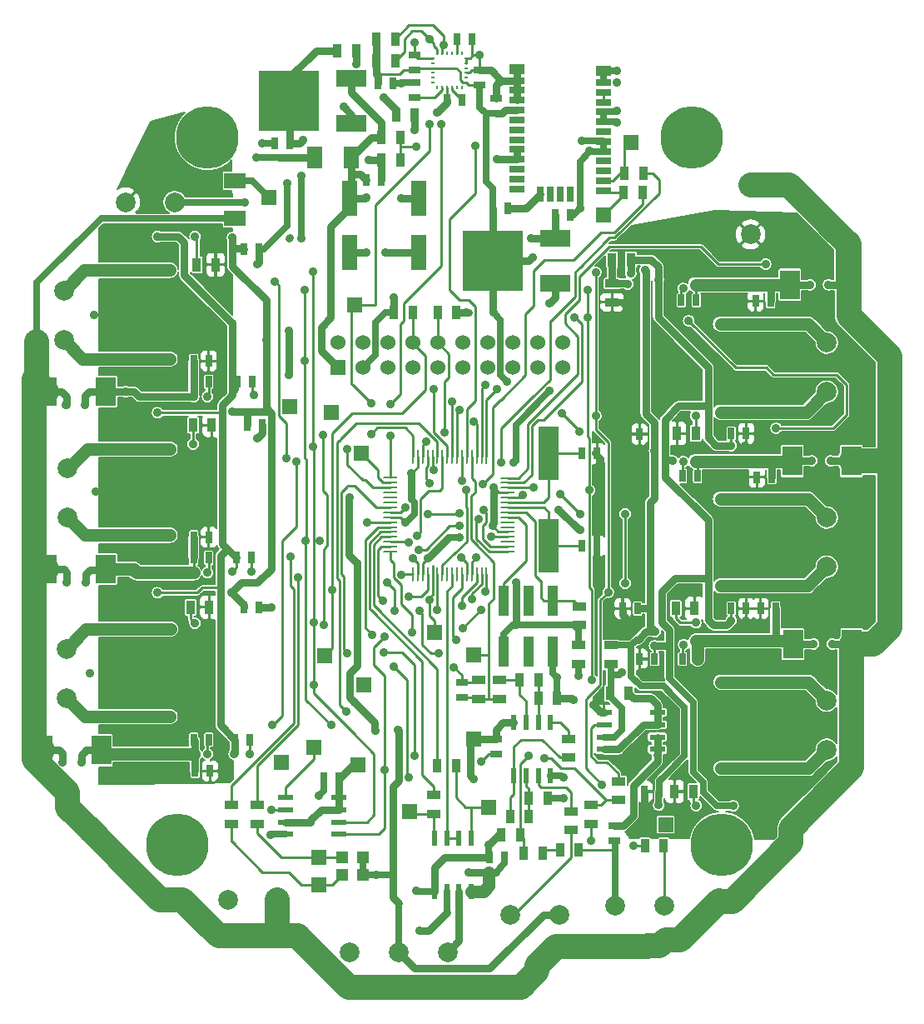
<source format=gtl>
G04 (created by PCBNEW (2013-08-23 BZR 4296)-product) date 12/22/2013 7:01:24 PM*
%MOIN*%
G04 Gerber Fmt 3.4, Leading zero omitted, Abs format*
%FSLAX34Y34*%
G01*
G70*
G90*
G04 APERTURE LIST*
%ADD10C,0.005906*%
%ADD11R,0.025000X0.045000*%
%ADD12R,0.063000X0.141700*%
%ADD13R,0.045000X0.025000*%
%ADD14R,0.063000X0.086600*%
%ADD15R,0.047200X0.047200*%
%ADD16R,0.009800X0.060000*%
%ADD17O,0.009800X0.060000*%
%ADD18O,0.060000X0.009800*%
%ADD19C,0.078740*%
%ADD20R,0.039370X0.122047*%
%ADD21R,0.055000X0.035000*%
%ADD22R,0.035000X0.055000*%
%ADD23R,0.078700X0.118100*%
%ADD24R,0.014961X0.011024*%
%ADD25R,0.011024X0.014961*%
%ADD26R,0.023622X0.062992*%
%ADD27R,0.059055X0.027559*%
%ADD28R,0.059055X0.039370*%
%ADD29R,0.027559X0.059055*%
%ADD30R,0.062992X0.023622*%
%ADD31R,0.078700X0.216500*%
%ADD32R,0.060000X0.060000*%
%ADD33C,0.060000*%
%ADD34R,0.120000X0.065000*%
%ADD35R,0.240000X0.240000*%
%ADD36C,0.250000*%
%ADD37R,0.086600X0.063000*%
%ADD38C,0.035000*%
%ADD39C,0.030000*%
%ADD40C,0.025000*%
%ADD41C,0.010000*%
%ADD42C,0.050000*%
%ADD43C,0.100000*%
%ADD44C,0.006000*%
G04 APERTURE END LIST*
G54D10*
G54D11*
X79400Y-38475D03*
X78800Y-38475D03*
G54D12*
X77250Y-44842D03*
X77250Y-47008D03*
X74500Y-44842D03*
X74500Y-47008D03*
G54D11*
X75175Y-44125D03*
X75775Y-44125D03*
G54D13*
X77100Y-40800D03*
X77100Y-40200D03*
G54D11*
X79000Y-40900D03*
X78400Y-40900D03*
X75625Y-40250D03*
X76225Y-40250D03*
G54D13*
X80350Y-66475D03*
X80350Y-67075D03*
X79700Y-40325D03*
X79700Y-39725D03*
G54D11*
X82725Y-45500D03*
X83325Y-45500D03*
G54D13*
X77100Y-39700D03*
X77100Y-39100D03*
G54D11*
X72100Y-42650D03*
X71500Y-42650D03*
X80225Y-45250D03*
X80825Y-45250D03*
G54D13*
X79000Y-64800D03*
X79000Y-64200D03*
X80375Y-40850D03*
X80375Y-41450D03*
G54D11*
X80700Y-71200D03*
X80100Y-71200D03*
X84400Y-58750D03*
X83800Y-58750D03*
X84400Y-55050D03*
X83800Y-55050D03*
X74075Y-68050D03*
X73475Y-68050D03*
X86700Y-63275D03*
X86100Y-63275D03*
X89775Y-61250D03*
X90375Y-61250D03*
X88425Y-63275D03*
X87825Y-63275D03*
X88425Y-55950D03*
X87825Y-55950D03*
X86900Y-68575D03*
X86300Y-68575D03*
X86025Y-61250D03*
X85425Y-61250D03*
X89775Y-54250D03*
X90375Y-54250D03*
X70000Y-52175D03*
X70600Y-52175D03*
X88375Y-48925D03*
X87775Y-48925D03*
X68250Y-52175D03*
X68850Y-52175D03*
X86700Y-54275D03*
X86100Y-54275D03*
X70250Y-46875D03*
X70850Y-46875D03*
X69950Y-59225D03*
X70550Y-59225D03*
X69900Y-66500D03*
X70500Y-66500D03*
X68250Y-59225D03*
X68850Y-59225D03*
X68250Y-66500D03*
X68850Y-66500D03*
X70400Y-53925D03*
X71000Y-53925D03*
X70250Y-61200D03*
X70850Y-61200D03*
G54D14*
X73077Y-43200D03*
X74573Y-43200D03*
G54D15*
X74187Y-71200D03*
X75013Y-71200D03*
X74187Y-71900D03*
X75013Y-71900D03*
G54D16*
X79976Y-55189D03*
G54D17*
X79779Y-55189D03*
X79582Y-55189D03*
X79385Y-55189D03*
X79188Y-55189D03*
X78992Y-55189D03*
X78795Y-55189D03*
X78598Y-55189D03*
X78401Y-55189D03*
X78204Y-55189D03*
X78007Y-55189D03*
X77811Y-55189D03*
X77614Y-55189D03*
X77417Y-55189D03*
X77220Y-55189D03*
X77023Y-55189D03*
G54D18*
X76125Y-56024D03*
X76125Y-56221D03*
X76125Y-56418D03*
X76125Y-56615D03*
X76125Y-56812D03*
X76125Y-57008D03*
X76125Y-57205D03*
X76125Y-57402D03*
X76125Y-57599D03*
X76125Y-57796D03*
X76125Y-57993D03*
X76125Y-58189D03*
X76125Y-58386D03*
X76125Y-58583D03*
X76125Y-58780D03*
X76125Y-58977D03*
G54D17*
X77023Y-59875D03*
X77220Y-59875D03*
X77417Y-59875D03*
X77614Y-59875D03*
X77811Y-59875D03*
X78007Y-59875D03*
X78204Y-59875D03*
X78401Y-59875D03*
X78598Y-59875D03*
X78795Y-59875D03*
X78992Y-59875D03*
X79188Y-59875D03*
X79385Y-59875D03*
X79582Y-59875D03*
X79779Y-59875D03*
X79976Y-59875D03*
G54D18*
X80811Y-58977D03*
X80811Y-58780D03*
X80811Y-58386D03*
X80818Y-58583D03*
X80811Y-58189D03*
X80811Y-57993D03*
X80811Y-57796D03*
X80811Y-57599D03*
X80811Y-57402D03*
X80811Y-57205D03*
X80811Y-57011D03*
X80811Y-56814D03*
X80811Y-56617D03*
X80811Y-56420D03*
X80811Y-56224D03*
X80811Y-56027D03*
G54D19*
X65515Y-45000D03*
X67484Y-45000D03*
G54D20*
X80665Y-60926D03*
X81650Y-60926D03*
X82634Y-60926D03*
X80665Y-62973D03*
X81650Y-62973D03*
X82634Y-62973D03*
G54D19*
X93600Y-64940D03*
X93600Y-66909D03*
X93600Y-57615D03*
X93600Y-59584D03*
X93600Y-50615D03*
X93600Y-52584D03*
X63050Y-50509D03*
X63050Y-48540D03*
X90550Y-44315D03*
X90550Y-46284D03*
X63200Y-57609D03*
X63200Y-55640D03*
X63150Y-64834D03*
X63150Y-62865D03*
X71584Y-72900D03*
X69615Y-72900D03*
G54D21*
X83650Y-63475D03*
X83650Y-62725D03*
X83350Y-70125D03*
X83350Y-69375D03*
X84950Y-63475D03*
X84950Y-62725D03*
G54D22*
X82425Y-68850D03*
X81675Y-68850D03*
X75775Y-42400D03*
X76525Y-42400D03*
X81675Y-69575D03*
X80925Y-69575D03*
X76525Y-43325D03*
X75775Y-43325D03*
X76350Y-41500D03*
X77100Y-41500D03*
G54D21*
X83275Y-67225D03*
X83275Y-66475D03*
G54D22*
X74000Y-38950D03*
X74750Y-38950D03*
X82800Y-64850D03*
X82050Y-64850D03*
X82050Y-64125D03*
X81300Y-64125D03*
G54D21*
X85000Y-48250D03*
X85000Y-49000D03*
G54D22*
X85750Y-47300D03*
X85000Y-47300D03*
G54D21*
X80500Y-64125D03*
X80500Y-64875D03*
X79675Y-64125D03*
X79675Y-64875D03*
G54D22*
X77025Y-49425D03*
X76275Y-49425D03*
X78025Y-49425D03*
X78775Y-49425D03*
X86250Y-43850D03*
X85500Y-43850D03*
X86225Y-44625D03*
X85475Y-44625D03*
G54D21*
X83700Y-61925D03*
X83700Y-61175D03*
X70800Y-69125D03*
X70800Y-69875D03*
X77875Y-69475D03*
X77875Y-68725D03*
G54D22*
X78750Y-67550D03*
X78000Y-67550D03*
X76325Y-38475D03*
X75575Y-38475D03*
X76325Y-39350D03*
X75575Y-39350D03*
G54D23*
X94606Y-62675D03*
X92244Y-62675D03*
X94581Y-55350D03*
X92219Y-55350D03*
G54D22*
X88250Y-68575D03*
X87500Y-68575D03*
X87550Y-61250D03*
X88300Y-61250D03*
G54D23*
X94481Y-48300D03*
X92119Y-48300D03*
X62369Y-52575D03*
X64731Y-52575D03*
G54D22*
X88350Y-54250D03*
X87600Y-54250D03*
X68375Y-47500D03*
X69125Y-47500D03*
G54D23*
X62369Y-59675D03*
X64731Y-59675D03*
X62194Y-66925D03*
X64556Y-66925D03*
G54D22*
X68225Y-53925D03*
X68975Y-53925D03*
X68125Y-61200D03*
X68875Y-61200D03*
G54D21*
X69750Y-69125D03*
X69750Y-69875D03*
G54D24*
X79169Y-39626D03*
X79169Y-39823D03*
X79169Y-40020D03*
X79169Y-40217D03*
X79169Y-39429D03*
X79169Y-39232D03*
G54D25*
X78598Y-40394D03*
X78401Y-40394D03*
X78204Y-40394D03*
X78007Y-40394D03*
X78795Y-40394D03*
X78992Y-40394D03*
X78598Y-39055D03*
X78401Y-39055D03*
X78795Y-39055D03*
X78992Y-39055D03*
X78204Y-39055D03*
X78007Y-39055D03*
G54D24*
X77830Y-39626D03*
X77830Y-39823D03*
X77830Y-40020D03*
X77830Y-40217D03*
X77830Y-39429D03*
X77830Y-39232D03*
G54D26*
X81061Y-65812D03*
X81061Y-67937D03*
X81553Y-65812D03*
X82046Y-65812D03*
X82538Y-65812D03*
X81553Y-67937D03*
X82046Y-67937D03*
X82538Y-67937D03*
G54D27*
X81192Y-44462D03*
X81192Y-44068D03*
X81192Y-43674D03*
X81192Y-43281D03*
X81192Y-42887D03*
X81192Y-42493D03*
X81192Y-42100D03*
X81192Y-41706D03*
X81192Y-41312D03*
X81192Y-40918D03*
X81192Y-40525D03*
X81192Y-40131D03*
G54D28*
X81192Y-39678D03*
X84657Y-39757D03*
G54D27*
X84657Y-40210D03*
X84657Y-40603D03*
X84657Y-40997D03*
X84657Y-41391D03*
X84657Y-41785D03*
X84657Y-42178D03*
X84657Y-42572D03*
X84657Y-42966D03*
X84657Y-43359D03*
X84657Y-43753D03*
X84657Y-44147D03*
X84657Y-44540D03*
G54D29*
X82925Y-44678D03*
X83318Y-44678D03*
X83712Y-44678D03*
X82531Y-44678D03*
X82137Y-44678D03*
G54D26*
X79363Y-72562D03*
X79363Y-70437D03*
X78871Y-72562D03*
X78378Y-72562D03*
X77886Y-72562D03*
X78871Y-70437D03*
X78378Y-70437D03*
X77886Y-70437D03*
G54D30*
X74062Y-68811D03*
X71937Y-68811D03*
X74062Y-69303D03*
X74062Y-69796D03*
X74062Y-70288D03*
X71937Y-69303D03*
X71937Y-69796D03*
X71937Y-70288D03*
G54D31*
X82475Y-55050D03*
X82475Y-58750D03*
G54D32*
X74025Y-51625D03*
G54D33*
X74025Y-50625D03*
X75025Y-51625D03*
X75025Y-50625D03*
X76025Y-51625D03*
X76025Y-50625D03*
X77025Y-51625D03*
X77025Y-50625D03*
X78025Y-51625D03*
X78025Y-50625D03*
X79025Y-51625D03*
X79025Y-50625D03*
X80025Y-51625D03*
X80025Y-50625D03*
X81025Y-51625D03*
X81025Y-50625D03*
X82025Y-51625D03*
X82025Y-50625D03*
X83025Y-51625D03*
X83025Y-50625D03*
G54D34*
X74575Y-41850D03*
G54D35*
X72075Y-40950D03*
G54D34*
X74575Y-40050D03*
X82725Y-48250D03*
G54D35*
X80225Y-47350D03*
G54D34*
X82725Y-46450D03*
G54D32*
X71275Y-44825D03*
X79450Y-66475D03*
X74825Y-67500D03*
X79450Y-63125D03*
X84675Y-45500D03*
X85750Y-42600D03*
X77900Y-62225D03*
X73500Y-63150D03*
X71750Y-67425D03*
X73075Y-66825D03*
X73250Y-72300D03*
X73250Y-71200D03*
X75050Y-64325D03*
X87150Y-69900D03*
X72100Y-53175D03*
X74975Y-55050D03*
X76900Y-69375D03*
X80050Y-69200D03*
X74700Y-49125D03*
X73775Y-53400D03*
G54D36*
X88200Y-42400D03*
X68800Y-42400D03*
X89400Y-70700D03*
X67600Y-70700D03*
G54D37*
X69900Y-45648D03*
X69900Y-44152D03*
G54D19*
X76450Y-75000D03*
X74481Y-75000D03*
X78418Y-75000D03*
G54D11*
X91550Y-61250D03*
X90950Y-61250D03*
X91400Y-56000D03*
X90800Y-56000D03*
X91350Y-48950D03*
X90750Y-48950D03*
X68250Y-51350D03*
X68850Y-51350D03*
X68300Y-67750D03*
X68900Y-67750D03*
X68250Y-58400D03*
X68850Y-58400D03*
G54D19*
X82884Y-73500D03*
X80915Y-73500D03*
G54D30*
X86812Y-65411D03*
X84687Y-65411D03*
X86812Y-65903D03*
X86812Y-66396D03*
X86812Y-66888D03*
X84687Y-65903D03*
X84687Y-66396D03*
X84687Y-66888D03*
G54D22*
X87075Y-70750D03*
X86325Y-70750D03*
G54D21*
X84150Y-69125D03*
X84150Y-69875D03*
X85250Y-68175D03*
X85250Y-68925D03*
G54D22*
X84925Y-64650D03*
X85675Y-64650D03*
X82925Y-70900D03*
X83675Y-70900D03*
X81475Y-71050D03*
X82225Y-71050D03*
X80575Y-70300D03*
X81325Y-70300D03*
G54D13*
X85100Y-69950D03*
X85100Y-70550D03*
G54D19*
X87084Y-73150D03*
X85115Y-73150D03*
G54D38*
X85200Y-40200D03*
X76550Y-44850D03*
X75150Y-44825D03*
X78900Y-58400D03*
X89850Y-69150D03*
X85750Y-47850D03*
X81150Y-60200D03*
X66800Y-53425D03*
X66800Y-60625D03*
X72075Y-50150D03*
X72075Y-51925D03*
X81075Y-55425D03*
X82500Y-52550D03*
X80800Y-52175D03*
X80225Y-57950D03*
X79275Y-71800D03*
X72925Y-69800D03*
X81825Y-47200D03*
X76275Y-48825D03*
X80250Y-49425D03*
X79175Y-49425D03*
X87425Y-55350D03*
X86850Y-48100D03*
X76975Y-55850D03*
X76725Y-57800D03*
X77625Y-59250D03*
X79575Y-59225D03*
X80250Y-56400D03*
X89775Y-54750D03*
X89775Y-61750D03*
X86700Y-62750D03*
X69875Y-67075D03*
X69800Y-59775D03*
X66800Y-46375D03*
X69800Y-52725D03*
X72550Y-43950D03*
X72625Y-42525D03*
X72550Y-46450D03*
X79450Y-68075D03*
X86325Y-47725D03*
X69775Y-60625D03*
X71150Y-50500D03*
X81750Y-46450D03*
X86725Y-62175D03*
X86700Y-54950D03*
X86875Y-69125D03*
X69800Y-53375D03*
X69800Y-46425D03*
X75000Y-76400D03*
X94600Y-63950D03*
X94600Y-65250D03*
X94600Y-67100D03*
X93737Y-68487D03*
X92175Y-70075D03*
X89275Y-72975D03*
X87725Y-74500D03*
X79800Y-76400D03*
X78050Y-76400D03*
X76150Y-76400D03*
X73800Y-75750D03*
X73075Y-75025D03*
X72440Y-74350D03*
X69700Y-74350D03*
X68800Y-73900D03*
X67800Y-72900D03*
X66900Y-72900D03*
X65500Y-71500D03*
X64175Y-70175D03*
X63200Y-68600D03*
X96125Y-61425D03*
X96125Y-59575D03*
X96125Y-57400D03*
X96125Y-54925D03*
X96125Y-52900D03*
X95750Y-50800D03*
X94481Y-49531D03*
X94475Y-47775D03*
X93875Y-46100D03*
X92800Y-45025D03*
X95500Y-62625D03*
X93750Y-55350D03*
X93825Y-62675D03*
X93675Y-48300D03*
X63000Y-67425D03*
X63125Y-53100D03*
X63175Y-60225D03*
X61875Y-66050D03*
X61875Y-62300D03*
X61875Y-59125D03*
X61875Y-56425D03*
X61875Y-53175D03*
X61975Y-50575D03*
X71150Y-74350D03*
X78775Y-62500D03*
X79000Y-56150D03*
X79025Y-62050D03*
X79750Y-61300D03*
X78900Y-53300D03*
X83700Y-54175D03*
X83000Y-53450D03*
X78600Y-52975D03*
X77875Y-52475D03*
X77200Y-58350D03*
X74375Y-65375D03*
X85850Y-70750D03*
X76850Y-68000D03*
X76275Y-63575D03*
X76300Y-61350D03*
X76000Y-60200D03*
X77700Y-56250D03*
X82300Y-67250D03*
X77100Y-67150D03*
X75850Y-63000D03*
X74400Y-63050D03*
X74800Y-59450D03*
X86300Y-69650D03*
X86250Y-63800D03*
X83450Y-64900D03*
X84250Y-65100D03*
X80075Y-70700D03*
X84150Y-70550D03*
X64250Y-49500D03*
X64950Y-49550D03*
X65550Y-49550D03*
X65250Y-46900D03*
X88700Y-66650D03*
X89750Y-66650D03*
X89250Y-66650D03*
X89750Y-65900D03*
X89250Y-65900D03*
X88700Y-65000D03*
X89750Y-65000D03*
X89250Y-65000D03*
X91700Y-58600D03*
X91250Y-58600D03*
X90700Y-58600D03*
X90100Y-58600D03*
X89600Y-59400D03*
X89600Y-58650D03*
X89600Y-57850D03*
X88100Y-51600D03*
X88750Y-50900D03*
X89350Y-51550D03*
X89650Y-52500D03*
X89650Y-50750D03*
X68500Y-64550D03*
X67900Y-64550D03*
X67100Y-64550D03*
X68500Y-63900D03*
X67900Y-63900D03*
X67100Y-63900D03*
X68500Y-63350D03*
X67900Y-63350D03*
X67100Y-63350D03*
X67000Y-56600D03*
X67900Y-56550D03*
X67900Y-57250D03*
X67000Y-57250D03*
X67900Y-55850D03*
X67000Y-55850D03*
X68550Y-56575D03*
X64325Y-56575D03*
X68100Y-50300D03*
X67000Y-50300D03*
X68100Y-48750D03*
X67000Y-48750D03*
X68050Y-49550D03*
X67000Y-49550D03*
X66100Y-49550D03*
X88850Y-67400D03*
X90400Y-69150D03*
X83800Y-42550D03*
X84100Y-42950D03*
X85200Y-41800D03*
X85200Y-41350D03*
X85200Y-39757D03*
X75550Y-71900D03*
X72000Y-44250D03*
X71000Y-42650D03*
X65650Y-46875D03*
X75525Y-66150D03*
X76425Y-66100D03*
X92350Y-65925D03*
X92300Y-58600D03*
X92350Y-51600D03*
X64100Y-63850D03*
X65700Y-53925D03*
X77575Y-54575D03*
X74500Y-56800D03*
X81425Y-56725D03*
X82875Y-57300D03*
X83725Y-58125D03*
X84400Y-59200D03*
X74700Y-65000D03*
X85550Y-49150D03*
X65775Y-66500D03*
X65900Y-61200D03*
X65800Y-59075D03*
X65750Y-52175D03*
X70800Y-54450D03*
X71350Y-61200D03*
X70800Y-47475D03*
X85850Y-61950D03*
X77100Y-38600D03*
X68975Y-54600D03*
X83712Y-45237D03*
X73275Y-68750D03*
X71325Y-70300D03*
X77175Y-72550D03*
X79750Y-67375D03*
X78675Y-63600D03*
X83050Y-68850D03*
X83050Y-68025D03*
X82800Y-64025D03*
X75150Y-47025D03*
X75925Y-47000D03*
X79700Y-39125D03*
X78000Y-41425D03*
X75275Y-43325D03*
X77100Y-42125D03*
X76550Y-40250D03*
X80568Y-40131D03*
X80400Y-43275D03*
X81566Y-45250D03*
X80150Y-58375D03*
X76725Y-57200D03*
X77025Y-59250D03*
X78975Y-59225D03*
X90325Y-54750D03*
X90350Y-61750D03*
X70500Y-67075D03*
X70550Y-59775D03*
X70650Y-52725D03*
X77000Y-62200D03*
X71375Y-69300D03*
X75900Y-62375D03*
X75825Y-60950D03*
X75900Y-67700D03*
X84025Y-49600D03*
X84100Y-56525D03*
X84025Y-48500D03*
X72700Y-48500D03*
X84200Y-64125D03*
X73750Y-65925D03*
X72725Y-58550D03*
X72700Y-51350D03*
X75850Y-40800D03*
X74250Y-41175D03*
X74750Y-39475D03*
X85625Y-48275D03*
X82500Y-49050D03*
X91150Y-47475D03*
X88075Y-49750D03*
X91575Y-54050D03*
X83500Y-49600D03*
X80400Y-52475D03*
X85525Y-60250D03*
X81850Y-56425D03*
X82925Y-56675D03*
X83725Y-57475D03*
X85525Y-57475D03*
X73450Y-61900D03*
X79925Y-52325D03*
X73425Y-54325D03*
X79475Y-53775D03*
X72375Y-55375D03*
X71400Y-65925D03*
X67300Y-47725D03*
X68800Y-52775D03*
X68300Y-46375D03*
X88350Y-53550D03*
X67300Y-54875D03*
X68800Y-59825D03*
X68225Y-54675D03*
X89350Y-60350D03*
X87875Y-62700D03*
X88375Y-69150D03*
X89350Y-53400D03*
X87850Y-48450D03*
X87850Y-55375D03*
X88350Y-61825D03*
X89350Y-56875D03*
X89350Y-49875D03*
X67250Y-58325D03*
X67300Y-51275D03*
X93000Y-55350D03*
X88350Y-55375D03*
X91425Y-55375D03*
X63900Y-53100D03*
X65525Y-52575D03*
X68250Y-52775D03*
X92925Y-48300D03*
X88350Y-48300D03*
X91325Y-48300D03*
X63925Y-60225D03*
X65850Y-59675D03*
X68250Y-59825D03*
X68800Y-67075D03*
X68300Y-61850D03*
X67300Y-65575D03*
X67325Y-62075D03*
X63750Y-67425D03*
X65300Y-67075D03*
X68275Y-67075D03*
X93075Y-62675D03*
X88375Y-62550D03*
X91400Y-62550D03*
X89375Y-64200D03*
X89375Y-67650D03*
X80575Y-55425D03*
X78000Y-61325D03*
X79175Y-56525D03*
X79825Y-56275D03*
X70750Y-43200D03*
X70300Y-45000D03*
X74400Y-54875D03*
X83650Y-63950D03*
X85400Y-63800D03*
X72125Y-59175D03*
X77250Y-58900D03*
X78900Y-57950D03*
X79850Y-57300D03*
X72425Y-60025D03*
X76550Y-59900D03*
X77300Y-74150D03*
X79000Y-61150D03*
X79400Y-60875D03*
X79925Y-60575D03*
X79675Y-57675D03*
X78900Y-57450D03*
X77625Y-57475D03*
X71500Y-48175D03*
X71950Y-55250D03*
X75200Y-57800D03*
X75400Y-62300D03*
X81650Y-67150D03*
X77300Y-61350D03*
X78050Y-63050D03*
X77850Y-55700D03*
X73050Y-64325D03*
X76875Y-58600D03*
X73300Y-58550D03*
X73050Y-61800D03*
X84350Y-53550D03*
X84850Y-60600D03*
X84600Y-68300D03*
X84350Y-47800D03*
X73025Y-54775D03*
X73025Y-47775D03*
X78150Y-41875D03*
X78250Y-38725D03*
X76125Y-53075D03*
X76125Y-54350D03*
X78300Y-54217D03*
X77700Y-60925D03*
X77700Y-38475D03*
X77700Y-41875D03*
X75350Y-53050D03*
X75350Y-54275D03*
X76850Y-60775D03*
X73800Y-60500D03*
X77150Y-42775D03*
X79525Y-42750D03*
G54D39*
X72075Y-46450D02*
X72100Y-46425D01*
G54D40*
X69900Y-44152D02*
X70602Y-44152D01*
X70602Y-44152D02*
X71275Y-44825D01*
G54D39*
X74500Y-44842D02*
X74500Y-45200D01*
X73350Y-50950D02*
X74025Y-51625D01*
X73350Y-50000D02*
X73350Y-50950D01*
X73725Y-49625D02*
X73350Y-50000D01*
X73725Y-45975D02*
X73725Y-49625D01*
X74500Y-45200D02*
X73725Y-45975D01*
X74573Y-43875D02*
X74925Y-43875D01*
X74925Y-43875D02*
X75175Y-44125D01*
X74500Y-44842D02*
X75133Y-44842D01*
X76558Y-44842D02*
X77250Y-44842D01*
X76550Y-44850D02*
X76558Y-44842D01*
X75133Y-44842D02*
X75150Y-44825D01*
X74573Y-43200D02*
X75373Y-42400D01*
X75373Y-42400D02*
X75775Y-42400D01*
X74575Y-40050D02*
X74575Y-40600D01*
X75775Y-41800D02*
X75775Y-42400D01*
X74575Y-40600D02*
X75775Y-41800D01*
X74573Y-43200D02*
X74573Y-43875D01*
X74573Y-43875D02*
X74573Y-44769D01*
X74573Y-44769D02*
X74500Y-44842D01*
G54D41*
X75775Y-42400D02*
X75373Y-42400D01*
G54D40*
X76725Y-57800D02*
X76775Y-57800D01*
G54D39*
X76975Y-56700D02*
X76975Y-55850D01*
X76975Y-56700D02*
X76975Y-56875D01*
G54D40*
X77100Y-57000D02*
X76975Y-56875D01*
X77100Y-57475D02*
X77100Y-57000D01*
X76775Y-57800D02*
X77100Y-57475D01*
X78887Y-58412D02*
X78462Y-58412D01*
X78900Y-58400D02*
X78887Y-58412D01*
X80700Y-71450D02*
X80350Y-71800D01*
X83650Y-62725D02*
X83650Y-62100D01*
X83650Y-62100D02*
X83450Y-61900D01*
X80700Y-71200D02*
X80700Y-71450D01*
G54D39*
X67875Y-47450D02*
X67875Y-47925D01*
X69800Y-49850D02*
X69800Y-49800D01*
X67875Y-47925D02*
X69800Y-49850D01*
G54D40*
X87300Y-63975D02*
X87300Y-64050D01*
G54D39*
X87300Y-62750D02*
X87300Y-63975D01*
G54D40*
X87300Y-64050D02*
X88250Y-65000D01*
X88250Y-66650D02*
X88250Y-65000D01*
X88650Y-68200D02*
X88650Y-68600D01*
X88650Y-68600D02*
X89200Y-69150D01*
X89200Y-69150D02*
X89850Y-69150D01*
X88250Y-67800D02*
X88250Y-66650D01*
X88650Y-68200D02*
X88250Y-67800D01*
G54D39*
X80225Y-57950D02*
X80225Y-57900D01*
X80275Y-57850D02*
X80250Y-56400D01*
X80225Y-57900D02*
X80275Y-57850D01*
X85750Y-47850D02*
X85750Y-47300D01*
X86850Y-48100D02*
X86850Y-47575D01*
X85750Y-47300D02*
X86050Y-47300D01*
X86850Y-47575D02*
X86575Y-47300D01*
X86575Y-47300D02*
X86050Y-47300D01*
X81150Y-61925D02*
X81025Y-61925D01*
X81150Y-60200D02*
X81150Y-61925D01*
G54D41*
X77100Y-39700D02*
X76675Y-39700D01*
X76500Y-39875D02*
X75575Y-39875D01*
X76675Y-39700D02*
X76500Y-39875D01*
X66800Y-53425D02*
X69400Y-53425D01*
G54D39*
X67600Y-46375D02*
X67625Y-46375D01*
X67875Y-46625D02*
X67875Y-47450D01*
X67625Y-46375D02*
X67875Y-46625D01*
G54D41*
X74075Y-68050D02*
X74075Y-68799D01*
X74075Y-68799D02*
X74062Y-68811D01*
X68600Y-60425D02*
X69325Y-60425D01*
X68400Y-60625D02*
X68600Y-60425D01*
X66800Y-60625D02*
X68400Y-60625D01*
G54D39*
X78462Y-58412D02*
X77625Y-59250D01*
G54D40*
X80665Y-62973D02*
X80665Y-62284D01*
X80665Y-62284D02*
X81025Y-61925D01*
X83425Y-61925D02*
X83450Y-61900D01*
X83450Y-61900D02*
X83700Y-61925D01*
X81025Y-61925D02*
X83425Y-61925D01*
X80225Y-45250D02*
X80225Y-44450D01*
X79950Y-44175D02*
X79950Y-41450D01*
X80225Y-44450D02*
X79950Y-44175D01*
X79700Y-40325D02*
X79700Y-41200D01*
X79700Y-41200D02*
X79950Y-41450D01*
X79950Y-41450D02*
X80375Y-41450D01*
G54D41*
X77830Y-39626D02*
X78773Y-39626D01*
X79152Y-40200D02*
X79169Y-40217D01*
X79025Y-40200D02*
X79152Y-40200D01*
X78925Y-40100D02*
X79025Y-40200D01*
X78925Y-39778D02*
X78925Y-40100D01*
X78773Y-39626D02*
X78925Y-39778D01*
G54D39*
X75575Y-39350D02*
X75575Y-38475D01*
X75625Y-40250D02*
X75625Y-39925D01*
X75625Y-39925D02*
X75575Y-39875D01*
X75575Y-39875D02*
X75575Y-38475D01*
X72075Y-51925D02*
X72075Y-50150D01*
G54D40*
X76275Y-49425D02*
X75925Y-49425D01*
X75525Y-51125D02*
X75025Y-51625D01*
X75525Y-49825D02*
X75525Y-51125D01*
X75925Y-49425D02*
X75525Y-49825D01*
X81075Y-55425D02*
X81150Y-55350D01*
X81150Y-55350D02*
X81150Y-53900D01*
X81150Y-53900D02*
X82500Y-52550D01*
X80800Y-52175D02*
X80525Y-51900D01*
X80525Y-51900D02*
X80525Y-49700D01*
X80525Y-49700D02*
X80250Y-49425D01*
G54D41*
X80811Y-58189D02*
X80439Y-58189D01*
X80439Y-58189D02*
X80225Y-57950D01*
G54D39*
X69900Y-66500D02*
X69900Y-67050D01*
X69900Y-67050D02*
X69875Y-67075D01*
X80075Y-71800D02*
X79275Y-71800D01*
X72925Y-69800D02*
X72925Y-69725D01*
X73346Y-69303D02*
X74062Y-69303D01*
X72925Y-69725D02*
X73346Y-69303D01*
X72921Y-69796D02*
X71937Y-69796D01*
X72925Y-69800D02*
X72921Y-69796D01*
X80225Y-47350D02*
X81650Y-47350D01*
X81800Y-47200D02*
X81825Y-47200D01*
X81650Y-47350D02*
X81800Y-47200D01*
X80375Y-41450D02*
X80600Y-41450D01*
X80600Y-41450D02*
X80737Y-41312D01*
X80737Y-41312D02*
X81192Y-41312D01*
X74062Y-69303D02*
X74062Y-68062D01*
X74625Y-67500D02*
X74825Y-67500D01*
X74062Y-68062D02*
X74625Y-67500D01*
X76275Y-48825D02*
X76275Y-49075D01*
X76275Y-49075D02*
X76275Y-49425D01*
X78775Y-49425D02*
X79264Y-49425D01*
X80225Y-49400D02*
X80225Y-47350D01*
X80250Y-49425D02*
X80225Y-49400D01*
X79264Y-49425D02*
X79175Y-49425D01*
X80225Y-47350D02*
X80225Y-45250D01*
G54D41*
X77830Y-39626D02*
X77173Y-39626D01*
X77173Y-39626D02*
X77100Y-39700D01*
X79169Y-40217D02*
X79169Y-40219D01*
X79169Y-40219D02*
X79275Y-40325D01*
X79275Y-40325D02*
X79700Y-40325D01*
G54D39*
X80075Y-71800D02*
X80350Y-71800D01*
G54D42*
X79363Y-72562D02*
X79862Y-72562D01*
X80075Y-72350D02*
X80075Y-71800D01*
X79862Y-72562D02*
X80075Y-72350D01*
G54D39*
X87400Y-55325D02*
X87125Y-55325D01*
X87425Y-55350D02*
X87400Y-55325D01*
X87300Y-62750D02*
X86700Y-62750D01*
X87000Y-61800D02*
X87000Y-61825D01*
X87000Y-61825D02*
X87300Y-62125D01*
X87300Y-62125D02*
X87300Y-62750D01*
X87525Y-60050D02*
X87000Y-60575D01*
X87000Y-60575D02*
X87000Y-61800D01*
X88850Y-60050D02*
X87525Y-60050D01*
X88850Y-53150D02*
X87675Y-53150D01*
X89600Y-61925D02*
X89775Y-61750D01*
X89075Y-61925D02*
X89600Y-61925D01*
X88850Y-61700D02*
X89075Y-61925D01*
X88850Y-57725D02*
X88850Y-60050D01*
X88850Y-60050D02*
X88850Y-61700D01*
X87125Y-56000D02*
X88850Y-57725D01*
X87125Y-53700D02*
X87125Y-55325D01*
X87125Y-55325D02*
X87125Y-56000D01*
X87675Y-53150D02*
X87125Y-53700D01*
X89775Y-54750D02*
X89175Y-54750D01*
X86850Y-49600D02*
X86850Y-48100D01*
X88850Y-51600D02*
X86850Y-49600D01*
X88850Y-54425D02*
X88850Y-53150D01*
X88850Y-53150D02*
X88850Y-51600D01*
X89175Y-54750D02*
X88850Y-54425D01*
G54D41*
X77220Y-55189D02*
X77220Y-55605D01*
X77220Y-55605D02*
X76975Y-55850D01*
X76524Y-57599D02*
X76125Y-57599D01*
X76725Y-57800D02*
X76524Y-57599D01*
X77417Y-59458D02*
X77417Y-59875D01*
X77625Y-59250D02*
X77417Y-59458D01*
X79385Y-59875D02*
X79385Y-59415D01*
X79385Y-59415D02*
X79575Y-59225D01*
X80467Y-56617D02*
X80811Y-56617D01*
X80250Y-56400D02*
X80467Y-56617D01*
X89775Y-54250D02*
X89775Y-54750D01*
X89775Y-61250D02*
X89775Y-61750D01*
X86700Y-63275D02*
X86700Y-62750D01*
G54D39*
X69600Y-58875D02*
X69325Y-59150D01*
X69325Y-65925D02*
X69900Y-66500D01*
X69325Y-59150D02*
X69325Y-60425D01*
X69325Y-60425D02*
X69325Y-65925D01*
X69800Y-52725D02*
X69400Y-53125D01*
X69400Y-58675D02*
X69600Y-58875D01*
X69600Y-58875D02*
X69950Y-59225D01*
X69400Y-54575D02*
X69400Y-58675D01*
X69400Y-53125D02*
X69400Y-53425D01*
X69400Y-53425D02*
X69400Y-54575D01*
X66800Y-46375D02*
X67600Y-46375D01*
X67600Y-46375D02*
X67550Y-46375D01*
X69800Y-52725D02*
X69800Y-51925D01*
X69800Y-49800D02*
X69800Y-51925D01*
G54D41*
X69800Y-59775D02*
X69950Y-59625D01*
X69950Y-59625D02*
X69950Y-59225D01*
X70000Y-52525D02*
X70000Y-52175D01*
X69800Y-52725D02*
X70000Y-52525D01*
G54D40*
X84950Y-62725D02*
X85775Y-62725D01*
X85775Y-62725D02*
X85775Y-63975D01*
X86050Y-62500D02*
X86000Y-62500D01*
G54D39*
X86725Y-62175D02*
X86375Y-62175D01*
X86375Y-62175D02*
X86050Y-62500D01*
G54D40*
X86000Y-62500D02*
X85775Y-62725D01*
X87050Y-68000D02*
X86900Y-68150D01*
X87250Y-67800D02*
X87050Y-68000D01*
X87900Y-65200D02*
X87900Y-67150D01*
X87900Y-67150D02*
X87250Y-67800D01*
X87050Y-64350D02*
X87500Y-64800D01*
X86150Y-64350D02*
X87050Y-64350D01*
X85775Y-63975D02*
X86150Y-64350D01*
X87500Y-64800D02*
X87900Y-65200D01*
X86900Y-68150D02*
X86900Y-68575D01*
X86900Y-68575D02*
X86875Y-68600D01*
X86875Y-68600D02*
X86875Y-69125D01*
G54D39*
X72625Y-42525D02*
X72500Y-42650D01*
X72100Y-42650D02*
X72500Y-42650D01*
G54D40*
X72550Y-44400D02*
X72550Y-46450D01*
X72550Y-43950D02*
X72550Y-44400D01*
G54D39*
X79325Y-66600D02*
X79450Y-66475D01*
X79325Y-67950D02*
X79325Y-66600D01*
X79450Y-68075D02*
X79325Y-67950D01*
X86350Y-48375D02*
X86350Y-47750D01*
X86350Y-47750D02*
X86325Y-47725D01*
X86700Y-54275D02*
X86700Y-53825D01*
X86350Y-53475D02*
X86350Y-48375D01*
X86700Y-53825D02*
X86350Y-53475D01*
X70400Y-53925D02*
X70400Y-53375D01*
X70250Y-61200D02*
X70250Y-61100D01*
X70250Y-61100D02*
X69775Y-60625D01*
X69800Y-46850D02*
X70225Y-46850D01*
X70225Y-46850D02*
X70250Y-46875D01*
X86025Y-61250D02*
X86475Y-61250D01*
X86475Y-61250D02*
X86525Y-61200D01*
X79450Y-66475D02*
X80350Y-66475D01*
X80350Y-66475D02*
X80350Y-66100D01*
X80350Y-66100D02*
X80637Y-65812D01*
X80637Y-65812D02*
X81061Y-65812D01*
X82725Y-46450D02*
X81775Y-46450D01*
X81775Y-46450D02*
X81750Y-46450D01*
X82725Y-46450D02*
X82725Y-45500D01*
X72075Y-40950D02*
X72075Y-40025D01*
X73150Y-38950D02*
X74000Y-38950D01*
X72075Y-40025D02*
X73150Y-38950D01*
X72100Y-42650D02*
X72100Y-40975D01*
X72100Y-40975D02*
X72075Y-40950D01*
G54D41*
X80350Y-66475D02*
X80350Y-66100D01*
X80637Y-65812D02*
X81061Y-65812D01*
X80350Y-66100D02*
X80637Y-65812D01*
G54D39*
X86725Y-62175D02*
X86700Y-62175D01*
X86700Y-62175D02*
X86725Y-62175D01*
X86700Y-56850D02*
X86700Y-54950D01*
X86525Y-61750D02*
X86525Y-61200D01*
X86525Y-61200D02*
X86525Y-57025D01*
X86525Y-57025D02*
X86700Y-56850D01*
X86725Y-62175D02*
X86525Y-61975D01*
X86525Y-61975D02*
X86525Y-61750D01*
X86700Y-54950D02*
X86700Y-54275D01*
G54D41*
X86900Y-68575D02*
X86900Y-69125D01*
X86900Y-69125D02*
X86875Y-69125D01*
G54D39*
X69775Y-60625D02*
X69750Y-60650D01*
X71150Y-53025D02*
X71150Y-53375D01*
X69800Y-47575D02*
X71150Y-48925D01*
X71150Y-48925D02*
X71150Y-50500D01*
X71150Y-50500D02*
X71150Y-53025D01*
X69800Y-46425D02*
X69800Y-46850D01*
X69800Y-46850D02*
X69800Y-47575D01*
X71150Y-53375D02*
X71150Y-53225D01*
X71375Y-53450D02*
X71150Y-53225D01*
X71150Y-53225D02*
X71300Y-53375D01*
X69850Y-53375D02*
X69800Y-53375D01*
X70800Y-53375D02*
X70400Y-53375D01*
X70400Y-53375D02*
X69850Y-53375D01*
X71300Y-53375D02*
X70800Y-53375D01*
X70175Y-60225D02*
X69775Y-60625D01*
X70800Y-60225D02*
X70175Y-60225D01*
X71350Y-59675D02*
X70800Y-60225D01*
X71375Y-59675D02*
X71350Y-59675D01*
X71375Y-53450D02*
X71375Y-59675D01*
G54D41*
X69750Y-46475D02*
X69750Y-46875D01*
X69800Y-46425D02*
X69750Y-46475D01*
G54D43*
X76150Y-76400D02*
X75000Y-76400D01*
X75000Y-76400D02*
X74450Y-76400D01*
X74450Y-76400D02*
X73800Y-75750D01*
X74450Y-76400D02*
X73800Y-75750D01*
X79800Y-76400D02*
X81350Y-76400D01*
X82775Y-74775D02*
X86425Y-74775D01*
X82000Y-75550D02*
X82775Y-74775D01*
X82000Y-75750D02*
X82000Y-75550D01*
X81350Y-76400D02*
X82000Y-75750D01*
X89275Y-72975D02*
X89825Y-72975D01*
X92175Y-70625D02*
X89900Y-72900D01*
X92175Y-70625D02*
X92175Y-70075D01*
X89825Y-72975D02*
X89900Y-72900D01*
X92187Y-70062D02*
X92175Y-70075D01*
X93737Y-68487D02*
X92187Y-70037D01*
X92187Y-70037D02*
X92187Y-70062D01*
X89287Y-72937D02*
X89287Y-72962D01*
X89287Y-72962D02*
X89275Y-72975D01*
X86425Y-74750D02*
X86425Y-74775D01*
X73800Y-75750D02*
X73825Y-75775D01*
X73075Y-75025D02*
X73825Y-75775D01*
X67750Y-72900D02*
X67800Y-72900D01*
X64175Y-70175D02*
X64150Y-70150D01*
X71584Y-72900D02*
X71584Y-74350D01*
X71150Y-74350D02*
X69700Y-74350D01*
X69700Y-74350D02*
X69250Y-74350D01*
X66900Y-72900D02*
X65500Y-71500D01*
X65500Y-71500D02*
X64150Y-70150D01*
X67750Y-72900D02*
X66900Y-72900D01*
X69250Y-74350D02*
X68800Y-73900D01*
X68800Y-73900D02*
X67800Y-72900D01*
X64150Y-70150D02*
X63200Y-69200D01*
X63200Y-69200D02*
X63200Y-68600D01*
X63200Y-68600D02*
X61875Y-67275D01*
X61875Y-67275D02*
X61875Y-66606D01*
X61875Y-66606D02*
X62194Y-66925D01*
X71584Y-74350D02*
X71600Y-74350D01*
G54D40*
X69900Y-45648D02*
X64552Y-45648D01*
X61975Y-48225D02*
X61975Y-50575D01*
X64552Y-45648D02*
X61975Y-48225D01*
G54D43*
X96125Y-54925D02*
X96125Y-55350D01*
X94550Y-49600D02*
X94481Y-49531D01*
X94481Y-48300D02*
X94481Y-47781D01*
X94481Y-47781D02*
X94475Y-47775D01*
X95475Y-62650D02*
X95475Y-62675D01*
X95500Y-62625D02*
X95475Y-62650D01*
X87150Y-74500D02*
X86900Y-74750D01*
X87725Y-74500D02*
X87150Y-74500D01*
X94606Y-62675D02*
X94600Y-62681D01*
X94600Y-67625D02*
X93737Y-68487D01*
X94600Y-67625D02*
X94600Y-67100D01*
X94600Y-67100D02*
X94600Y-65250D01*
X94600Y-65250D02*
X94600Y-63950D01*
X94600Y-63950D02*
X94600Y-62681D01*
X86425Y-74750D02*
X86900Y-74750D01*
X89287Y-72937D02*
X87725Y-74500D01*
X79800Y-76400D02*
X78050Y-76400D01*
X78050Y-76400D02*
X76150Y-76400D01*
X90550Y-44315D02*
X92090Y-44315D01*
X92090Y-44315D02*
X92800Y-45025D01*
X92800Y-45025D02*
X93875Y-46100D01*
X93875Y-46100D02*
X94456Y-46681D01*
X94456Y-48275D02*
X94481Y-48300D01*
X94456Y-46681D02*
X94456Y-48275D01*
G54D39*
X94481Y-48300D02*
X93675Y-48300D01*
X94481Y-48300D02*
X93675Y-48300D01*
G54D43*
X96125Y-55350D02*
X94581Y-55350D01*
X95475Y-62675D02*
X94606Y-62675D01*
X96125Y-62025D02*
X95475Y-62675D01*
X96125Y-55350D02*
X96125Y-57400D01*
X96125Y-57400D02*
X96125Y-59575D01*
X96125Y-59575D02*
X96125Y-61425D01*
X96125Y-61425D02*
X96125Y-62025D01*
X96125Y-51175D02*
X96125Y-52900D01*
X96125Y-52900D02*
X96125Y-55350D01*
X94550Y-49600D02*
X95750Y-50800D01*
X95750Y-50800D02*
X96125Y-51175D01*
X94481Y-46681D02*
X94481Y-49531D01*
X93975Y-46175D02*
X94481Y-46681D01*
X93950Y-46175D02*
X93975Y-46175D01*
X92090Y-44315D02*
X93950Y-46175D01*
G54D39*
X93750Y-55350D02*
X94581Y-55350D01*
X93825Y-62675D02*
X94606Y-62675D01*
X62219Y-66900D02*
X62194Y-66925D01*
X62850Y-66900D02*
X62219Y-66900D01*
X63000Y-67050D02*
X62850Y-66900D01*
X63000Y-67425D02*
X63000Y-67050D01*
X62369Y-52575D02*
X62950Y-52575D01*
X63150Y-53100D02*
X63125Y-53100D01*
X63150Y-52775D02*
X63150Y-53100D01*
X62950Y-52575D02*
X63150Y-52775D01*
X63175Y-59800D02*
X63175Y-60225D01*
X63025Y-59675D02*
X63050Y-59675D01*
X63050Y-59675D02*
X63175Y-59800D01*
X62369Y-59675D02*
X63025Y-59675D01*
G54D43*
X61925Y-52575D02*
X62369Y-52575D01*
X61875Y-59675D02*
X62369Y-59675D01*
X61875Y-66606D02*
X62194Y-66925D01*
X61875Y-66050D02*
X61875Y-66606D01*
X62369Y-52575D02*
X61875Y-52081D01*
X61975Y-50575D02*
X61975Y-52425D01*
X61975Y-52425D02*
X61875Y-52525D01*
X61875Y-52525D02*
X61925Y-52575D01*
X61875Y-52081D02*
X61875Y-52525D01*
X61875Y-52525D02*
X61875Y-53175D01*
X61875Y-53175D02*
X61875Y-55750D01*
X61875Y-55750D02*
X61875Y-56425D01*
X61875Y-56425D02*
X61875Y-59125D01*
X61875Y-59125D02*
X61875Y-59675D01*
X61875Y-59675D02*
X61875Y-62300D01*
X61875Y-62300D02*
X61875Y-66050D01*
X70700Y-74350D02*
X71600Y-74350D01*
X71600Y-74350D02*
X71125Y-74350D01*
X71125Y-74350D02*
X71150Y-74350D01*
X72440Y-74350D02*
X70700Y-74350D01*
X72440Y-74390D02*
X73075Y-75025D01*
X72440Y-74390D02*
X72440Y-74350D01*
G54D41*
X78625Y-61100D02*
X78625Y-62350D01*
X78625Y-62350D02*
X78775Y-62500D01*
X78992Y-60433D02*
X78992Y-59875D01*
X78625Y-60800D02*
X78992Y-60433D01*
X78625Y-61100D02*
X78625Y-60800D01*
X73075Y-66825D02*
X73075Y-67275D01*
X71937Y-68412D02*
X71937Y-68811D01*
X73075Y-67275D02*
X71937Y-68412D01*
X78992Y-56142D02*
X78992Y-55189D01*
X79000Y-56150D02*
X78992Y-56142D01*
X79025Y-62025D02*
X79025Y-62050D01*
X79750Y-61300D02*
X79025Y-62025D01*
X78800Y-54350D02*
X78800Y-53400D01*
X78800Y-53400D02*
X78900Y-53300D01*
X78800Y-54600D02*
X78795Y-54600D01*
X78800Y-54350D02*
X78800Y-54600D01*
X83700Y-54150D02*
X83700Y-54175D01*
X83000Y-53450D02*
X83700Y-54150D01*
X78795Y-54600D02*
X78795Y-55189D01*
X78598Y-54648D02*
X78598Y-55189D01*
X78600Y-54625D02*
X78598Y-54648D01*
X78600Y-53850D02*
X78600Y-54625D01*
X78600Y-52975D02*
X78600Y-53850D01*
X77875Y-54150D02*
X77875Y-54223D01*
X78400Y-54775D02*
X78401Y-54775D01*
X78400Y-54748D02*
X78400Y-54775D01*
X77875Y-54223D02*
X78400Y-54748D01*
X77875Y-53575D02*
X77875Y-54150D01*
X77875Y-53575D02*
X77875Y-52475D01*
X77875Y-52475D02*
X77875Y-52425D01*
X77875Y-52425D02*
X77875Y-52475D01*
X78401Y-54775D02*
X78401Y-55189D01*
X77400Y-56800D02*
X77335Y-56864D01*
X77335Y-57075D02*
X77335Y-58214D01*
X77335Y-58214D02*
X77200Y-58350D01*
X77335Y-57075D02*
X77335Y-56864D01*
X77512Y-56687D02*
X77400Y-56800D01*
X77400Y-56800D02*
X77375Y-56825D01*
X78200Y-56450D02*
X78200Y-56025D01*
X78100Y-56550D02*
X78200Y-56450D01*
X77650Y-56550D02*
X78100Y-56550D01*
X77500Y-56700D02*
X77512Y-56687D01*
X77512Y-56687D02*
X77650Y-56550D01*
X78200Y-56025D02*
X78200Y-55900D01*
X78200Y-55900D02*
X78200Y-55193D01*
X78200Y-55193D02*
X78204Y-55189D01*
X74087Y-54537D02*
X74072Y-54537D01*
X74000Y-60050D02*
X74100Y-60150D01*
X74000Y-54610D02*
X74000Y-60050D01*
X74072Y-54537D02*
X74000Y-54610D01*
X78007Y-54675D02*
X78007Y-54582D01*
X77275Y-53850D02*
X77250Y-53850D01*
X78007Y-54582D02*
X77275Y-53850D01*
X74175Y-54450D02*
X74087Y-54537D01*
X74087Y-54537D02*
X74075Y-54550D01*
X74100Y-65100D02*
X74375Y-65375D01*
X74100Y-60150D02*
X74100Y-65100D01*
X78007Y-55189D02*
X78007Y-54675D01*
X74775Y-53850D02*
X74175Y-54450D01*
X77250Y-53850D02*
X74775Y-53850D01*
X83675Y-70900D02*
X85115Y-70900D01*
G54D40*
X85115Y-73150D02*
X85115Y-70900D01*
X85115Y-70900D02*
X85115Y-70565D01*
X85115Y-70565D02*
X85100Y-70550D01*
G54D41*
X76850Y-68000D02*
X76800Y-67950D01*
X76800Y-67950D02*
X76800Y-64100D01*
X76800Y-64100D02*
X76275Y-63575D01*
X86325Y-70750D02*
X85850Y-70750D01*
X76300Y-60500D02*
X76300Y-61350D01*
X76000Y-60200D02*
X76300Y-60500D01*
X77614Y-55189D02*
X77614Y-55536D01*
X77700Y-56200D02*
X77700Y-56250D01*
X77550Y-56050D02*
X77700Y-56200D01*
X77550Y-55600D02*
X77550Y-56050D01*
X77614Y-55536D02*
X77550Y-55600D01*
X77100Y-63800D02*
X77100Y-63500D01*
X76600Y-63000D02*
X75850Y-63000D01*
X77100Y-63500D02*
X76600Y-63000D01*
X74160Y-59200D02*
X74160Y-59860D01*
X74400Y-56360D02*
X74160Y-56600D01*
X74160Y-56600D02*
X74160Y-58900D01*
X74160Y-58900D02*
X74160Y-59200D01*
X74400Y-56350D02*
X74400Y-56360D01*
X83500Y-67650D02*
X83700Y-67850D01*
X82950Y-67650D02*
X83500Y-67650D01*
X82550Y-67250D02*
X82950Y-67650D01*
X82300Y-67250D02*
X82550Y-67250D01*
X77100Y-63800D02*
X77100Y-67150D01*
X74260Y-62910D02*
X74400Y-63050D01*
X74260Y-59960D02*
X74260Y-62910D01*
X74160Y-59860D02*
X74260Y-59960D01*
X76125Y-57205D02*
X75555Y-57205D01*
X74400Y-56350D02*
X74450Y-56350D01*
X74700Y-56350D02*
X74400Y-56350D01*
X75555Y-57205D02*
X74700Y-56350D01*
X84775Y-68925D02*
X84400Y-68550D01*
X83750Y-67900D02*
X83775Y-67925D01*
X83775Y-67925D02*
X83700Y-67850D01*
X83900Y-68050D02*
X83750Y-67900D01*
X84050Y-68200D02*
X83900Y-68050D01*
X84400Y-68550D02*
X84050Y-68200D01*
X84150Y-69125D02*
X84575Y-69125D01*
X84775Y-68925D02*
X85250Y-68925D01*
X84575Y-69125D02*
X84775Y-68925D01*
G54D39*
X74800Y-62000D02*
X74800Y-63550D01*
X74500Y-64800D02*
X74700Y-65000D01*
X74500Y-63850D02*
X74500Y-64800D01*
X74800Y-63550D02*
X74500Y-63850D01*
X74800Y-59450D02*
X74800Y-62000D01*
X74800Y-62000D02*
X74800Y-62050D01*
X74450Y-59100D02*
X74800Y-59450D01*
X86300Y-68575D02*
X86300Y-69650D01*
G54D41*
X86300Y-68575D02*
X86300Y-69650D01*
X86100Y-63275D02*
X86100Y-63650D01*
X86100Y-63650D02*
X86250Y-63800D01*
G54D39*
X84687Y-65411D02*
X84561Y-65411D01*
X83400Y-64850D02*
X82800Y-64850D01*
X83450Y-64900D02*
X83400Y-64850D01*
X84561Y-65411D02*
X84250Y-65100D01*
X82884Y-73500D02*
X82250Y-73500D01*
X77100Y-75650D02*
X76450Y-75000D01*
X80100Y-75650D02*
X77100Y-75650D01*
X82250Y-73500D02*
X80100Y-75650D01*
X80575Y-70300D02*
X80475Y-70300D01*
G54D40*
X80075Y-71200D02*
X80075Y-70700D01*
G54D39*
X78300Y-71200D02*
X77886Y-71613D01*
X77886Y-71613D02*
X77886Y-72562D01*
X80075Y-71200D02*
X78300Y-71200D01*
X80475Y-70300D02*
X80075Y-70700D01*
G54D41*
X84150Y-69875D02*
X84150Y-70400D01*
X84150Y-70500D02*
X84150Y-70550D01*
X84150Y-70400D02*
X84150Y-70500D01*
G54D40*
X76450Y-73050D02*
X76450Y-75000D01*
G54D41*
X91700Y-58550D02*
X91700Y-58600D01*
X91700Y-58600D02*
X91700Y-58550D01*
X89650Y-58650D02*
X89600Y-58650D01*
X68500Y-63850D02*
X68500Y-63900D01*
X68550Y-56575D02*
X68550Y-56550D01*
G54D40*
X88850Y-67400D02*
X88850Y-67850D01*
X88900Y-67900D02*
X89100Y-68100D01*
X90400Y-69150D02*
X90400Y-68600D01*
X89900Y-68100D02*
X89100Y-68100D01*
X90400Y-68600D02*
X89900Y-68100D01*
X88850Y-67850D02*
X88900Y-67900D01*
X83800Y-42550D02*
X84634Y-42550D01*
X84634Y-42550D02*
X84657Y-42572D01*
X84108Y-42966D02*
X84108Y-42958D01*
X84108Y-42958D02*
X84100Y-42950D01*
X84657Y-41785D02*
X85185Y-41785D01*
X85185Y-41785D02*
X85200Y-41800D01*
X85208Y-41391D02*
X85200Y-41391D01*
X85200Y-41391D02*
X85200Y-41350D01*
X76225Y-71900D02*
X75550Y-71900D01*
X75550Y-71900D02*
X75013Y-71900D01*
X75013Y-71200D02*
X75013Y-71900D01*
X71500Y-42650D02*
X71000Y-42650D01*
X71075Y-46875D02*
X70850Y-46875D01*
X72000Y-45950D02*
X71075Y-46875D01*
X72000Y-44250D02*
X72000Y-45950D01*
X65650Y-45134D02*
X65515Y-45000D01*
G54D39*
X76225Y-71525D02*
X76225Y-71900D01*
X75500Y-65800D02*
X75500Y-66125D01*
X75500Y-66125D02*
X75525Y-66150D01*
X76450Y-66100D02*
X76425Y-66100D01*
X76450Y-68150D02*
X76450Y-66100D01*
X76225Y-68375D02*
X76450Y-68150D01*
X76225Y-71525D02*
X76225Y-68375D01*
X74700Y-65000D02*
X75500Y-65800D01*
X76225Y-71900D02*
X76225Y-72825D01*
X76225Y-72825D02*
X76450Y-73050D01*
G54D41*
X77417Y-54733D02*
X77417Y-55189D01*
X77575Y-54575D02*
X77417Y-54733D01*
G54D39*
X74500Y-56800D02*
X74450Y-56850D01*
X74450Y-56850D02*
X74450Y-59100D01*
X74775Y-65075D02*
X74700Y-65000D01*
G54D41*
X80811Y-56814D02*
X81336Y-56814D01*
X81336Y-56814D02*
X81425Y-56725D01*
G54D39*
X82875Y-57300D02*
X83700Y-58125D01*
X83700Y-58125D02*
X83725Y-58125D01*
G54D40*
X84400Y-59200D02*
X84400Y-58750D01*
X81192Y-40525D02*
X81192Y-40918D01*
X85000Y-49000D02*
X85400Y-49000D01*
X85400Y-49000D02*
X85550Y-49150D01*
X65800Y-59075D02*
X65800Y-59050D01*
X84400Y-58750D02*
X84400Y-57000D01*
X84335Y-55050D02*
X84400Y-55050D01*
X84550Y-55264D02*
X84335Y-55050D01*
X84550Y-56850D02*
X84550Y-55264D01*
X84400Y-57000D02*
X84550Y-56850D01*
G54D39*
X71000Y-54250D02*
X71000Y-53925D01*
X70800Y-54450D02*
X71000Y-54250D01*
X71350Y-61200D02*
X70850Y-61200D01*
X70800Y-47475D02*
X70850Y-47425D01*
X70850Y-47425D02*
X70850Y-46875D01*
X85425Y-61250D02*
X85425Y-61500D01*
X85850Y-61925D02*
X85850Y-61950D01*
X85425Y-61500D02*
X85850Y-61925D01*
G54D41*
X77100Y-39100D02*
X77100Y-38600D01*
X68975Y-53925D02*
X68975Y-54600D01*
G54D40*
X84657Y-42572D02*
X84657Y-42966D01*
X83712Y-44678D02*
X83712Y-43362D01*
X84108Y-42966D02*
X84657Y-42966D01*
X83712Y-43362D02*
X84108Y-42966D01*
X84657Y-41391D02*
X84657Y-41785D01*
X84657Y-40210D02*
X84657Y-39757D01*
X84657Y-41391D02*
X85208Y-41391D01*
X85200Y-39757D02*
X84657Y-39757D01*
X83325Y-45500D02*
X83450Y-45500D01*
X83712Y-45237D02*
X83712Y-44678D01*
X83450Y-45500D02*
X83712Y-45237D01*
X73475Y-68050D02*
X73475Y-68550D01*
X73475Y-68550D02*
X73275Y-68750D01*
X71937Y-70288D02*
X71336Y-70288D01*
X71336Y-70288D02*
X71325Y-70300D01*
X77886Y-72562D02*
X77187Y-72562D01*
X77187Y-72562D02*
X77175Y-72550D01*
G54D41*
X80350Y-67075D02*
X80050Y-67075D01*
X80050Y-67075D02*
X79750Y-67375D01*
X79000Y-64200D02*
X79000Y-63925D01*
X79000Y-63925D02*
X78675Y-63600D01*
G54D40*
X82425Y-68850D02*
X83050Y-68850D01*
X82538Y-67937D02*
X82962Y-67937D01*
X82962Y-67937D02*
X83050Y-68025D01*
X82800Y-64050D02*
X82800Y-64025D01*
X82634Y-62973D02*
X82634Y-63859D01*
X82800Y-64050D02*
X82800Y-64850D01*
X82634Y-63859D02*
X82800Y-64025D01*
G54D39*
X77250Y-47008D02*
X75933Y-47008D01*
X75133Y-47008D02*
X74500Y-47008D01*
X75150Y-47025D02*
X75133Y-47008D01*
X75933Y-47008D02*
X75925Y-47000D01*
G54D41*
X79700Y-39725D02*
X79700Y-39125D01*
X79400Y-39125D02*
X79700Y-39125D01*
G54D39*
X78400Y-41025D02*
X78000Y-41425D01*
X78400Y-40900D02*
X78400Y-41025D01*
G54D41*
X78400Y-40900D02*
X78400Y-40395D01*
X78400Y-40395D02*
X78401Y-40394D01*
G54D39*
X75775Y-43325D02*
X75275Y-43325D01*
X75775Y-43325D02*
X75775Y-44125D01*
X77100Y-41500D02*
X77100Y-42125D01*
G54D41*
X77100Y-39100D02*
X76950Y-39100D01*
G54D40*
X76575Y-40250D02*
X76625Y-40200D01*
X76625Y-40200D02*
X77100Y-40200D01*
X76550Y-40250D02*
X76575Y-40250D01*
X76225Y-40250D02*
X76550Y-40250D01*
G54D41*
X76675Y-40125D02*
X76550Y-40250D01*
X79169Y-39429D02*
X79169Y-39232D01*
G54D39*
X80568Y-40131D02*
X80556Y-40131D01*
X80150Y-39725D02*
X79700Y-39725D01*
X80556Y-40131D02*
X80150Y-39725D01*
X81192Y-42887D02*
X81192Y-43281D01*
X81192Y-43281D02*
X80406Y-43281D01*
X80406Y-43281D02*
X80400Y-43275D01*
X80825Y-45250D02*
X81566Y-45250D01*
X81566Y-45250D02*
X82137Y-44678D01*
G54D41*
X80811Y-58386D02*
X80161Y-58386D01*
X80161Y-58386D02*
X80150Y-58375D01*
G54D39*
X81192Y-40131D02*
X81192Y-39678D01*
X81192Y-40131D02*
X81192Y-40918D01*
X80375Y-40850D02*
X80375Y-40325D01*
X80568Y-40131D02*
X81192Y-40131D01*
X80375Y-40325D02*
X80568Y-40131D01*
G54D41*
X77830Y-39232D02*
X77232Y-39232D01*
X77232Y-39232D02*
X77100Y-39100D01*
X79169Y-39823D02*
X79301Y-39823D01*
X79301Y-39823D02*
X79400Y-39725D01*
X79400Y-39725D02*
X79700Y-39725D01*
X79400Y-38475D02*
X79400Y-39125D01*
X79400Y-39125D02*
X79400Y-39150D01*
X79317Y-39232D02*
X79400Y-39150D01*
X79317Y-39232D02*
X79169Y-39232D01*
X79000Y-64200D02*
X79600Y-64200D01*
X79600Y-64200D02*
X79675Y-64125D01*
X76125Y-57402D02*
X76523Y-57402D01*
X76523Y-57402D02*
X76725Y-57200D01*
X77220Y-59875D02*
X77220Y-59445D01*
X77220Y-59445D02*
X77025Y-59250D01*
X79188Y-59438D02*
X79188Y-59875D01*
X78975Y-59225D02*
X79188Y-59438D01*
X90375Y-54700D02*
X90375Y-54250D01*
X90325Y-54750D02*
X90375Y-54700D01*
X90375Y-61725D02*
X90375Y-61250D01*
X90350Y-61750D02*
X90375Y-61725D01*
X70500Y-66500D02*
X70500Y-67075D01*
X70550Y-59225D02*
X70550Y-59775D01*
X70600Y-52175D02*
X70600Y-52675D01*
X70600Y-52675D02*
X70650Y-52725D01*
X85475Y-44625D02*
X85475Y-44700D01*
X85475Y-44700D02*
X84675Y-45500D01*
X85475Y-44625D02*
X84741Y-44625D01*
X84741Y-44625D02*
X84657Y-44540D01*
X85500Y-43850D02*
X85500Y-42850D01*
X85500Y-42850D02*
X85750Y-42600D01*
X85500Y-43850D02*
X85325Y-43850D01*
X85027Y-44147D02*
X84657Y-44147D01*
X85325Y-43850D02*
X85027Y-44147D01*
X76250Y-59825D02*
X76250Y-60025D01*
X76550Y-60325D02*
X76550Y-61075D01*
X76250Y-60025D02*
X76550Y-60325D01*
X76125Y-59275D02*
X76125Y-59325D01*
X76250Y-59450D02*
X76250Y-59825D01*
X76125Y-59325D02*
X76250Y-59450D01*
X76987Y-61512D02*
X76987Y-62187D01*
X76987Y-62187D02*
X77000Y-62200D01*
X76125Y-58977D02*
X76125Y-59275D01*
X76550Y-61075D02*
X76987Y-61512D01*
X71378Y-69303D02*
X71937Y-69303D01*
X71375Y-69300D02*
X71378Y-69303D01*
X75900Y-63950D02*
X75475Y-63525D01*
X75475Y-62800D02*
X75900Y-62375D01*
X75475Y-63525D02*
X75475Y-62800D01*
X75825Y-60950D02*
X75812Y-60937D01*
X75812Y-60937D02*
X75825Y-60925D01*
X75825Y-60925D02*
X75825Y-60950D01*
X75900Y-67700D02*
X75900Y-63950D01*
X75770Y-58780D02*
X76125Y-58780D01*
X75625Y-58925D02*
X75770Y-58780D01*
X75625Y-60750D02*
X75625Y-58925D01*
X75825Y-60950D02*
X75625Y-60750D01*
X75661Y-70288D02*
X74062Y-70288D01*
X75900Y-70050D02*
X75661Y-70288D01*
X75900Y-67700D02*
X75900Y-70050D01*
X72700Y-51350D02*
X72700Y-48500D01*
X84025Y-48500D02*
X84025Y-49600D01*
X84025Y-49600D02*
X84025Y-50775D01*
X84100Y-54450D02*
X84100Y-56525D01*
X84025Y-54375D02*
X84100Y-54450D01*
X84025Y-52175D02*
X84025Y-54375D01*
X84025Y-50775D02*
X84025Y-52175D01*
X84100Y-56525D02*
X84100Y-60400D01*
X84100Y-60400D02*
X84200Y-60500D01*
X84200Y-60500D02*
X84200Y-64125D01*
X72725Y-58550D02*
X72725Y-64900D01*
X72725Y-64900D02*
X73750Y-65925D01*
X72775Y-58500D02*
X72725Y-58550D01*
X72775Y-55300D02*
X72775Y-58500D01*
X72700Y-55225D02*
X72775Y-55300D01*
X72700Y-51350D02*
X72700Y-55225D01*
X82634Y-60926D02*
X83451Y-60926D01*
X83451Y-60926D02*
X83700Y-61175D01*
X82150Y-60200D02*
X82150Y-60150D01*
X82635Y-60925D02*
X82634Y-60926D01*
X80811Y-57402D02*
X81552Y-57402D01*
X82276Y-60926D02*
X82634Y-60926D01*
X82150Y-60800D02*
X82276Y-60926D01*
X82150Y-60175D02*
X82150Y-60200D01*
X82150Y-60200D02*
X82150Y-60800D01*
X81925Y-59950D02*
X82012Y-60037D01*
X82012Y-60037D02*
X82150Y-60175D01*
X81925Y-57775D02*
X81925Y-59950D01*
X81552Y-57402D02*
X81925Y-57775D01*
X82475Y-55050D02*
X83800Y-55050D01*
X82475Y-55050D02*
X82475Y-56800D01*
X82264Y-57011D02*
X80811Y-57011D01*
X82475Y-56800D02*
X82264Y-57011D01*
X82475Y-58750D02*
X83800Y-58750D01*
X82475Y-58750D02*
X82475Y-57400D01*
X82280Y-57205D02*
X80811Y-57205D01*
X82475Y-57400D02*
X82280Y-57205D01*
G54D39*
X76350Y-41300D02*
X76350Y-41500D01*
X75850Y-40800D02*
X76350Y-41300D01*
X74750Y-38950D02*
X74750Y-39475D01*
X74575Y-41500D02*
X74575Y-41850D01*
X74250Y-41175D02*
X74575Y-41500D01*
X85000Y-48250D02*
X85000Y-47300D01*
X82725Y-48250D02*
X82725Y-48825D01*
X85600Y-48250D02*
X85000Y-48250D01*
X85625Y-48275D02*
X85600Y-48250D01*
X82725Y-48825D02*
X82500Y-49050D01*
G54D41*
X82050Y-64125D02*
X82050Y-64850D01*
X82046Y-65812D02*
X82046Y-64128D01*
X82046Y-64128D02*
X82050Y-64125D01*
X81300Y-64125D02*
X80500Y-64125D01*
X81300Y-64125D02*
X81300Y-64700D01*
X81553Y-64953D02*
X81553Y-65812D01*
X81300Y-64700D02*
X81553Y-64953D01*
X83350Y-70125D02*
X83350Y-71200D01*
X81050Y-73500D02*
X80915Y-73500D01*
X83350Y-71200D02*
X81050Y-73500D01*
X83150Y-68400D02*
X83350Y-68600D01*
X83350Y-68600D02*
X83350Y-69375D01*
X82046Y-68296D02*
X82046Y-67937D01*
X82150Y-68400D02*
X82046Y-68296D01*
X83150Y-68400D02*
X82150Y-68400D01*
X81061Y-67463D02*
X81061Y-66788D01*
X82200Y-66500D02*
X82925Y-67225D01*
X81350Y-66500D02*
X82200Y-66500D01*
X81061Y-66788D02*
X81350Y-66500D01*
X83275Y-67225D02*
X82925Y-67225D01*
X81061Y-67463D02*
X81061Y-67937D01*
X80925Y-69575D02*
X80925Y-68825D01*
X81061Y-68688D02*
X81061Y-67937D01*
X80925Y-68825D02*
X81061Y-68688D01*
X81675Y-69575D02*
X81675Y-68850D01*
X81675Y-68850D02*
X81675Y-68475D01*
X81553Y-68353D02*
X81553Y-67937D01*
X81675Y-68475D02*
X81553Y-68353D01*
X83275Y-66475D02*
X83275Y-66150D01*
X82937Y-65812D02*
X82538Y-65812D01*
X83275Y-66150D02*
X82937Y-65812D01*
X84900Y-46775D02*
X86950Y-46775D01*
X81248Y-56027D02*
X81639Y-55635D01*
X81639Y-55635D02*
X81639Y-53860D01*
X81639Y-53860D02*
X83639Y-51860D01*
X83639Y-51860D02*
X83639Y-50364D01*
X83639Y-50364D02*
X83125Y-49850D01*
X83125Y-49850D02*
X83125Y-49475D01*
X83125Y-49475D02*
X83700Y-48900D01*
X80811Y-56027D02*
X81248Y-56027D01*
X83700Y-47975D02*
X84900Y-46775D01*
X86950Y-46775D02*
X88550Y-46775D01*
X88550Y-46775D02*
X89250Y-47475D01*
X89250Y-47475D02*
X91150Y-47475D01*
X83700Y-48900D02*
X83700Y-47975D01*
X94400Y-52300D02*
X94000Y-51900D01*
X91200Y-51625D02*
X91125Y-51625D01*
X91475Y-51900D02*
X91200Y-51625D01*
X94000Y-51900D02*
X91475Y-51900D01*
X81800Y-55875D02*
X81800Y-55900D01*
X83514Y-49600D02*
X83800Y-49885D01*
X83800Y-49885D02*
X83800Y-52175D01*
X83800Y-52175D02*
X82250Y-53725D01*
X82250Y-53725D02*
X82025Y-53725D01*
X82025Y-53725D02*
X81800Y-53950D01*
X81800Y-53950D02*
X81800Y-55875D01*
X83500Y-49600D02*
X83514Y-49600D01*
X81476Y-56224D02*
X80811Y-56224D01*
X81800Y-55900D02*
X81476Y-56224D01*
X91575Y-54050D02*
X93850Y-54050D01*
X93850Y-54050D02*
X94400Y-53500D01*
X94400Y-53500D02*
X94400Y-52300D01*
X91125Y-51625D02*
X89950Y-51625D01*
X89950Y-51625D02*
X88075Y-49750D01*
X83500Y-49600D02*
X83550Y-49650D01*
X80400Y-52475D02*
X79976Y-52899D01*
X79976Y-52899D02*
X79976Y-53126D01*
X79976Y-55189D02*
X79976Y-53150D01*
X80811Y-56420D02*
X81845Y-56420D01*
X81850Y-56425D02*
X81845Y-56420D01*
X83725Y-57475D02*
X82925Y-56675D01*
X85525Y-57475D02*
X85525Y-60250D01*
X73250Y-71200D02*
X74187Y-71200D01*
X70800Y-69875D02*
X70800Y-70250D01*
X71750Y-71200D02*
X73250Y-71200D01*
X70800Y-70250D02*
X71750Y-71200D01*
X73450Y-61900D02*
X73450Y-58900D01*
X73450Y-58900D02*
X73600Y-58725D01*
X73600Y-56725D02*
X73425Y-56550D01*
X73600Y-58725D02*
X73600Y-56725D01*
X79779Y-52471D02*
X79925Y-52325D01*
X73425Y-56550D02*
X73425Y-54325D01*
X79779Y-55189D02*
X79779Y-52471D01*
X79582Y-54507D02*
X79582Y-53882D01*
X79582Y-53882D02*
X79475Y-53775D01*
X71425Y-65925D02*
X71400Y-65925D01*
X71800Y-65550D02*
X71425Y-65925D01*
X71800Y-58550D02*
X71800Y-65550D01*
X72375Y-57975D02*
X71800Y-58550D01*
X72375Y-55375D02*
X72375Y-57975D01*
X79582Y-55189D02*
X79582Y-54507D01*
G54D42*
X63050Y-48540D02*
X63865Y-47725D01*
X63865Y-47725D02*
X67300Y-47725D01*
G54D41*
X68850Y-52725D02*
X68850Y-52175D01*
X68800Y-52775D02*
X68850Y-52725D01*
X68375Y-46450D02*
X68375Y-47500D01*
X68300Y-46375D02*
X68375Y-46450D01*
X88350Y-53550D02*
X88350Y-54250D01*
G54D42*
X63200Y-55640D02*
X63234Y-55640D01*
X64000Y-54875D02*
X67300Y-54875D01*
X63234Y-55640D02*
X64000Y-54875D01*
G54D41*
X68850Y-59775D02*
X68850Y-59225D01*
X68800Y-59825D02*
X68850Y-59775D01*
X68225Y-54675D02*
X68225Y-53925D01*
G54D42*
X93600Y-59584D02*
X92834Y-60350D01*
X92834Y-60350D02*
X89350Y-60350D01*
G54D41*
X87825Y-62750D02*
X87825Y-63275D01*
X87875Y-62700D02*
X87825Y-62750D01*
X88250Y-69025D02*
X88250Y-68575D01*
X88375Y-69150D02*
X88250Y-69025D01*
G54D42*
X93600Y-52584D02*
X92784Y-53400D01*
X92784Y-53400D02*
X89350Y-53400D01*
G54D41*
X87775Y-48525D02*
X87775Y-48925D01*
X87850Y-48450D02*
X87775Y-48525D01*
X87825Y-55400D02*
X87825Y-55950D01*
X87850Y-55375D02*
X87825Y-55400D01*
X87550Y-61250D02*
X87550Y-61650D01*
X87725Y-61825D02*
X88350Y-61825D01*
X87550Y-61650D02*
X87725Y-61825D01*
G54D42*
X93600Y-57615D02*
X92859Y-56875D01*
X92859Y-56875D02*
X89350Y-56875D01*
X93600Y-50615D02*
X92859Y-49875D01*
X92859Y-49875D02*
X89350Y-49875D01*
X63200Y-57609D02*
X63200Y-57625D01*
X63900Y-58325D02*
X67250Y-58325D01*
X67250Y-58325D02*
X67300Y-58325D01*
X63200Y-57625D02*
X63900Y-58325D01*
X63050Y-50509D02*
X63050Y-50525D01*
X67250Y-51275D02*
X67300Y-51275D01*
X63800Y-51275D02*
X67250Y-51275D01*
X63050Y-50525D02*
X63800Y-51275D01*
G54D39*
X91400Y-56000D02*
X91400Y-55400D01*
X91400Y-55400D02*
X91425Y-55375D01*
G54D41*
X88425Y-55950D02*
X88425Y-55450D01*
X88425Y-55450D02*
X88350Y-55375D01*
G54D39*
X92219Y-55350D02*
X93000Y-55350D01*
G54D42*
X91425Y-55375D02*
X91450Y-55375D01*
X92219Y-55350D02*
X92194Y-55375D01*
X92194Y-55375D02*
X91450Y-55375D01*
X91450Y-55375D02*
X88350Y-55375D01*
G54D39*
X68250Y-51350D02*
X68250Y-52775D01*
X64731Y-52575D02*
X64075Y-52575D01*
X63900Y-52750D02*
X63900Y-53100D01*
X64075Y-52575D02*
X63900Y-52750D01*
X64731Y-52575D02*
X65525Y-52575D01*
X65525Y-52575D02*
X65850Y-52575D01*
X66050Y-52775D02*
X68250Y-52775D01*
X65850Y-52575D02*
X66050Y-52775D01*
G54D41*
X68250Y-52175D02*
X68250Y-52775D01*
X78204Y-40394D02*
X78204Y-40495D01*
X77900Y-40800D02*
X77100Y-40800D01*
X78204Y-40495D02*
X77900Y-40800D01*
G54D39*
X91350Y-48950D02*
X91350Y-48325D01*
X91350Y-48325D02*
X91325Y-48300D01*
G54D41*
X88375Y-48925D02*
X88375Y-48325D01*
X88375Y-48325D02*
X88350Y-48300D01*
G54D39*
X92119Y-48300D02*
X92925Y-48300D01*
G54D42*
X92119Y-48300D02*
X91325Y-48300D01*
X91325Y-48300D02*
X88350Y-48300D01*
G54D39*
X68250Y-59225D02*
X68250Y-58400D01*
X64706Y-59700D02*
X64731Y-59675D01*
X64100Y-59700D02*
X64706Y-59700D01*
X63925Y-59875D02*
X64100Y-59700D01*
X63925Y-60225D02*
X63925Y-59875D01*
G54D42*
X65850Y-59725D02*
X65950Y-59825D01*
X65850Y-59675D02*
X65850Y-59725D01*
X65950Y-59825D02*
X68250Y-59825D01*
X65950Y-59825D02*
X65800Y-59675D01*
X65800Y-59675D02*
X65450Y-59675D01*
X64731Y-59675D02*
X65450Y-59675D01*
X65450Y-59675D02*
X65800Y-59675D01*
X65800Y-59675D02*
X65950Y-59825D01*
G54D41*
X68250Y-59225D02*
X68250Y-59825D01*
X68800Y-66550D02*
X68850Y-66500D01*
X68800Y-67075D02*
X68800Y-66550D01*
X68125Y-61675D02*
X68125Y-61200D01*
X68300Y-61850D02*
X68125Y-61675D01*
G54D42*
X63150Y-64834D02*
X63890Y-65575D01*
X63890Y-65575D02*
X67300Y-65575D01*
X67300Y-62075D02*
X67325Y-62075D01*
X67325Y-62075D02*
X67300Y-62075D01*
X63150Y-62865D02*
X63940Y-62075D01*
X63940Y-62075D02*
X67325Y-62075D01*
G54D39*
X68300Y-67750D02*
X68300Y-66550D01*
X68300Y-66550D02*
X68250Y-66500D01*
X64556Y-66925D02*
X63925Y-66925D01*
X63750Y-67125D02*
X63750Y-67425D01*
X63925Y-66950D02*
X63750Y-67125D01*
X63925Y-66925D02*
X63925Y-66950D01*
G54D42*
X68275Y-67075D02*
X65675Y-67075D01*
X64706Y-67075D02*
X64556Y-66925D01*
X65675Y-67075D02*
X65300Y-67075D01*
X65300Y-67075D02*
X64706Y-67075D01*
G54D41*
X68250Y-66500D02*
X68275Y-66525D01*
X68275Y-66525D02*
X68275Y-67075D01*
X78598Y-40394D02*
X78598Y-40498D01*
X78598Y-40498D02*
X79000Y-40900D01*
G54D39*
X91550Y-61250D02*
X91550Y-62400D01*
X91550Y-62400D02*
X91400Y-62550D01*
G54D42*
X88425Y-63275D02*
X88425Y-62600D01*
X88425Y-62600D02*
X88375Y-62550D01*
G54D39*
X92244Y-62675D02*
X93075Y-62675D01*
G54D42*
X92244Y-62675D02*
X92119Y-62550D01*
X92119Y-62550D02*
X91400Y-62550D01*
X91400Y-62550D02*
X88375Y-62550D01*
X93600Y-64940D02*
X92859Y-64200D01*
X92859Y-64200D02*
X89375Y-64200D01*
X93600Y-66909D02*
X92859Y-67650D01*
X92859Y-67650D02*
X89375Y-67650D01*
G54D41*
X80665Y-60926D02*
X80665Y-60259D01*
X81274Y-57599D02*
X80811Y-57599D01*
X81575Y-57900D02*
X81274Y-57599D01*
X81575Y-59350D02*
X81575Y-57900D01*
X80665Y-60259D02*
X81575Y-59350D01*
X84775Y-46550D02*
X84900Y-46425D01*
X86900Y-44626D02*
X86900Y-44650D01*
X85101Y-46425D02*
X86900Y-44626D01*
X84900Y-46425D02*
X85101Y-46425D01*
X83537Y-48762D02*
X83537Y-47787D01*
X83537Y-47787D02*
X83725Y-47600D01*
X81800Y-52825D02*
X80575Y-54050D01*
X80575Y-54050D02*
X80575Y-55425D01*
X82525Y-49750D02*
X82550Y-49750D01*
X83725Y-47600D02*
X84775Y-46550D01*
X86900Y-44650D02*
X86900Y-44125D01*
X86900Y-44125D02*
X86625Y-43850D01*
X86625Y-43850D02*
X86250Y-43850D01*
X82550Y-49750D02*
X83537Y-48762D01*
X82525Y-52100D02*
X82525Y-49750D01*
X81800Y-52825D02*
X82525Y-52100D01*
X78007Y-59875D02*
X78007Y-61318D01*
X78007Y-61318D02*
X78000Y-61325D01*
X79199Y-58574D02*
X79199Y-57224D01*
X79199Y-57224D02*
X79175Y-57200D01*
X79175Y-56525D02*
X79175Y-57200D01*
X78204Y-59521D02*
X79199Y-58574D01*
X78204Y-59875D02*
X78204Y-59521D01*
X81525Y-51925D02*
X80550Y-52900D01*
X80225Y-53200D02*
X80225Y-55200D01*
X80525Y-52900D02*
X80225Y-53200D01*
X80550Y-52900D02*
X80525Y-52900D01*
X81525Y-49850D02*
X81525Y-49475D01*
X83475Y-47300D02*
X84575Y-46200D01*
X82300Y-47300D02*
X83475Y-47300D01*
X81850Y-47750D02*
X82300Y-47300D01*
X81850Y-49150D02*
X81850Y-47750D01*
X81525Y-49475D02*
X81850Y-49150D01*
X85100Y-46200D02*
X84575Y-46200D01*
X86225Y-45075D02*
X86225Y-44625D01*
X86225Y-45075D02*
X85100Y-46200D01*
X81525Y-49850D02*
X81525Y-51925D01*
X80225Y-55200D02*
X80225Y-55675D01*
X80225Y-55875D02*
X80225Y-55675D01*
X79825Y-56275D02*
X80225Y-55875D01*
X75287Y-58637D02*
X75287Y-61262D01*
X75287Y-61262D02*
X75350Y-61325D01*
X75350Y-61325D02*
X75350Y-61350D01*
X75350Y-61350D02*
X75350Y-61325D01*
X77875Y-68725D02*
X77875Y-68375D01*
X75736Y-58189D02*
X76125Y-58189D01*
X75287Y-58637D02*
X75736Y-58189D01*
X77875Y-68375D02*
X77400Y-67900D01*
X77400Y-63375D02*
X77400Y-63500D01*
X75350Y-61325D02*
X77400Y-63375D01*
X77400Y-67900D02*
X77400Y-63500D01*
X78000Y-67550D02*
X78000Y-63675D01*
X75765Y-58386D02*
X76125Y-58386D01*
X75450Y-58701D02*
X75765Y-58386D01*
X75450Y-61125D02*
X75450Y-58701D01*
X78000Y-63675D02*
X75450Y-61125D01*
G54D40*
X67484Y-45000D02*
X70300Y-45000D01*
X71650Y-43200D02*
X70750Y-43200D01*
G54D39*
X73077Y-43200D02*
X71650Y-43200D01*
G54D41*
X87084Y-73150D02*
X87084Y-70759D01*
X87084Y-70759D02*
X87075Y-70750D01*
G54D39*
X86812Y-66888D02*
X86812Y-67087D01*
X86800Y-67100D02*
X86812Y-67100D01*
X86812Y-67087D02*
X86800Y-67100D01*
X85100Y-69950D02*
X85450Y-69950D01*
X86812Y-67387D02*
X86812Y-67100D01*
X86812Y-67100D02*
X86812Y-66396D01*
X85850Y-68350D02*
X86812Y-67387D01*
X85850Y-69550D02*
X85850Y-68350D01*
X85450Y-69950D02*
X85850Y-69550D01*
G54D41*
X76125Y-56221D02*
X75821Y-56221D01*
X75625Y-55700D02*
X74975Y-55050D01*
X75625Y-56025D02*
X75625Y-55700D01*
X75821Y-56221D02*
X75625Y-56025D01*
X75418Y-56418D02*
X75125Y-56125D01*
X76125Y-56418D02*
X75418Y-56418D01*
X75025Y-56125D02*
X75125Y-56125D01*
X74400Y-55500D02*
X75025Y-56125D01*
X74400Y-54875D02*
X74400Y-55500D01*
X82925Y-70900D02*
X82375Y-70900D01*
X82375Y-70900D02*
X82225Y-71050D01*
X85250Y-68175D02*
X85250Y-67850D01*
X84296Y-65903D02*
X84687Y-65903D01*
X84150Y-66050D02*
X84296Y-65903D01*
X84150Y-67150D02*
X84150Y-66050D01*
X84400Y-67400D02*
X84150Y-67150D01*
X84800Y-67400D02*
X84400Y-67400D01*
X85250Y-67850D02*
X84800Y-67400D01*
G54D40*
X84925Y-64650D02*
X84925Y-64775D01*
X84925Y-64775D02*
X85400Y-65250D01*
X85400Y-65250D02*
X85400Y-66100D01*
X85400Y-66100D02*
X85103Y-66396D01*
X85103Y-66396D02*
X84687Y-66396D01*
X84950Y-63900D02*
X85300Y-63900D01*
X83650Y-63950D02*
X83650Y-63475D01*
X85300Y-63900D02*
X85400Y-63800D01*
X84950Y-63475D02*
X84950Y-63900D01*
X84950Y-63900D02*
X84950Y-64625D01*
X84950Y-64625D02*
X84925Y-64650D01*
G54D41*
X85103Y-66396D02*
X84687Y-66396D01*
X85400Y-66100D02*
X85103Y-66396D01*
X85400Y-65250D02*
X85400Y-66100D01*
X84925Y-64775D02*
X85400Y-65250D01*
G54D39*
X86812Y-65411D02*
X86812Y-65112D01*
X85875Y-64850D02*
X85675Y-64650D01*
X86550Y-64850D02*
X85875Y-64850D01*
X86812Y-65112D02*
X86550Y-64850D01*
X84687Y-66888D02*
X85261Y-66888D01*
X86246Y-65903D02*
X86812Y-65903D01*
X85261Y-66888D02*
X86246Y-65903D01*
X86812Y-65903D02*
X86812Y-65411D01*
G54D41*
X84657Y-40603D02*
X84657Y-40997D01*
X78795Y-39055D02*
X78795Y-38479D01*
X78795Y-38479D02*
X78800Y-38475D01*
X69750Y-69125D02*
X69750Y-68350D01*
X72125Y-60350D02*
X72125Y-59175D01*
X72250Y-60475D02*
X72125Y-60350D01*
X72250Y-65850D02*
X72250Y-60475D01*
X69750Y-68350D02*
X72250Y-65850D01*
X78900Y-57950D02*
X78500Y-57950D01*
X78500Y-57950D02*
X77550Y-58900D01*
X77550Y-58900D02*
X77250Y-58900D01*
X79975Y-57725D02*
X79975Y-57800D01*
X80455Y-58780D02*
X80811Y-58780D01*
X80455Y-58780D02*
X80125Y-58780D01*
X80125Y-58775D02*
X79862Y-58512D01*
X80125Y-58780D02*
X80125Y-58775D01*
X79825Y-58475D02*
X79862Y-58512D01*
X79825Y-57950D02*
X79825Y-58475D01*
X79975Y-57800D02*
X79825Y-57950D01*
X79850Y-57300D02*
X79864Y-57300D01*
X79975Y-57410D02*
X79975Y-57725D01*
X79975Y-57725D02*
X79975Y-57750D01*
X79864Y-57300D02*
X79975Y-57410D01*
X69750Y-70550D02*
X71000Y-71800D01*
X72550Y-72300D02*
X73250Y-72300D01*
X72050Y-71800D02*
X72550Y-72300D01*
X71000Y-71800D02*
X72050Y-71800D01*
X73250Y-72300D02*
X73787Y-72300D01*
X73787Y-72300D02*
X74187Y-71900D01*
X69750Y-69875D02*
X69750Y-70550D01*
X69750Y-70550D02*
X69750Y-70562D01*
X70800Y-67550D02*
X72425Y-65925D01*
X72425Y-65925D02*
X72425Y-60025D01*
X70800Y-69125D02*
X70800Y-67550D01*
X76575Y-59875D02*
X77023Y-59875D01*
X76550Y-59900D02*
X76575Y-59875D01*
G54D40*
X78378Y-72562D02*
X78378Y-73421D01*
G54D39*
X77650Y-74150D02*
X77300Y-74150D01*
X78378Y-73421D02*
X77650Y-74150D01*
X78871Y-72562D02*
X78871Y-74547D01*
X78871Y-74547D02*
X78418Y-75000D01*
G54D41*
X79582Y-59875D02*
X79582Y-60218D01*
X79000Y-60800D02*
X79000Y-61150D01*
X79582Y-60218D02*
X79000Y-60800D01*
X79779Y-59875D02*
X79779Y-60271D01*
X79779Y-60271D02*
X79400Y-60650D01*
X79400Y-60650D02*
X79400Y-60875D01*
X79779Y-60271D02*
X79779Y-59875D01*
X79976Y-60524D02*
X79975Y-60525D01*
X79975Y-60525D02*
X79925Y-60575D01*
X79976Y-60524D02*
X79976Y-59875D01*
X79564Y-57975D02*
X79564Y-57785D01*
X80078Y-58977D02*
X79564Y-58463D01*
X79564Y-58463D02*
X79564Y-57975D01*
X80811Y-58977D02*
X80078Y-58977D01*
X79564Y-57785D02*
X79675Y-57675D01*
X78875Y-57475D02*
X77775Y-57475D01*
X78900Y-57450D02*
X78875Y-57475D01*
X77775Y-57475D02*
X77625Y-57475D01*
X71650Y-48325D02*
X71500Y-48175D01*
X71650Y-53550D02*
X71650Y-48325D01*
X71950Y-53850D02*
X71650Y-53550D01*
X71950Y-55250D02*
X71950Y-53850D01*
X77775Y-57475D02*
X77750Y-57475D01*
X75204Y-57796D02*
X76125Y-57796D01*
X75200Y-57800D02*
X75204Y-57796D01*
X75112Y-62000D02*
X75112Y-62012D01*
X75112Y-62012D02*
X75400Y-62300D01*
X75112Y-58512D02*
X75112Y-62000D01*
X75162Y-58462D02*
X75112Y-58512D01*
X75632Y-57993D02*
X76125Y-57993D01*
X75150Y-58475D02*
X75162Y-58462D01*
X75162Y-58462D02*
X75632Y-57993D01*
X81325Y-67475D02*
X81650Y-67150D01*
X77350Y-61400D02*
X77300Y-61350D01*
X77400Y-61450D02*
X77350Y-61400D01*
X77400Y-62700D02*
X77400Y-61450D01*
X77750Y-63050D02*
X77400Y-62700D01*
X78050Y-63050D02*
X77750Y-63050D01*
X77811Y-55661D02*
X77850Y-55700D01*
X77811Y-55189D02*
X77811Y-55661D01*
X81325Y-70300D02*
X81325Y-67475D01*
X81325Y-67475D02*
X81350Y-67450D01*
X81475Y-71050D02*
X81475Y-70450D01*
X81475Y-70450D02*
X81325Y-70300D01*
X79400Y-58525D02*
X79400Y-58515D01*
X79375Y-56750D02*
X79400Y-56725D01*
X79375Y-58490D02*
X79375Y-56750D01*
X79400Y-58515D02*
X79375Y-58490D01*
X79525Y-58650D02*
X79400Y-58525D01*
X79400Y-56725D02*
X79525Y-56600D01*
X79385Y-56035D02*
X79525Y-56175D01*
X79525Y-56175D02*
X79525Y-56600D01*
X79385Y-55950D02*
X79385Y-56035D01*
X79385Y-55950D02*
X79385Y-55189D01*
X80237Y-59387D02*
X80237Y-59362D01*
X80237Y-59362D02*
X79525Y-58650D01*
X80250Y-59400D02*
X80237Y-59387D01*
X79450Y-63125D02*
X80050Y-63125D01*
X80050Y-63125D02*
X80075Y-63150D01*
X80075Y-64875D02*
X80075Y-63425D01*
X80250Y-60875D02*
X80250Y-59400D01*
X80075Y-61050D02*
X80250Y-60875D01*
X80075Y-63425D02*
X80075Y-63150D01*
X80075Y-63150D02*
X80075Y-61050D01*
X80500Y-64875D02*
X80075Y-64875D01*
X80075Y-64875D02*
X79675Y-64875D01*
X79675Y-64875D02*
X79600Y-64800D01*
X79600Y-64800D02*
X79000Y-64800D01*
X83950Y-67650D02*
X83950Y-64900D01*
X83950Y-64900D02*
X84000Y-64850D01*
X84525Y-64325D02*
X84525Y-60925D01*
X84525Y-60925D02*
X84850Y-60600D01*
X84000Y-64850D02*
X84525Y-64325D01*
X83950Y-67650D02*
X84600Y-68300D01*
X76125Y-58583D02*
X76867Y-58583D01*
X76867Y-58583D02*
X76875Y-58591D01*
X76875Y-58591D02*
X76875Y-58600D01*
X73300Y-58550D02*
X73050Y-58550D01*
X74062Y-69796D02*
X75178Y-69796D01*
X73050Y-64650D02*
X73050Y-64325D01*
X74587Y-66187D02*
X73050Y-64650D01*
X73050Y-64325D02*
X73050Y-61800D01*
X75475Y-67075D02*
X74587Y-66187D01*
X75475Y-69500D02*
X75475Y-67075D01*
X75178Y-69796D02*
X75475Y-69500D01*
X73050Y-54800D02*
X73050Y-58550D01*
X73050Y-58550D02*
X73050Y-61800D01*
X73050Y-54800D02*
X73025Y-54775D01*
X84850Y-54600D02*
X84850Y-60600D01*
X84350Y-53550D02*
X84350Y-54100D01*
X84350Y-54100D02*
X84850Y-54600D01*
X84350Y-52350D02*
X84350Y-53550D01*
X84350Y-47800D02*
X84350Y-52350D01*
X73025Y-47775D02*
X73025Y-54775D01*
X78250Y-38725D02*
X78250Y-38350D01*
X76875Y-37925D02*
X76325Y-38475D01*
X77825Y-37925D02*
X76875Y-37925D01*
X78250Y-38350D02*
X77825Y-37925D01*
X78204Y-39055D02*
X78204Y-38770D01*
X78150Y-41875D02*
X78150Y-41850D01*
X78204Y-38770D02*
X78250Y-38725D01*
X76125Y-56024D02*
X76125Y-54350D01*
X78150Y-47550D02*
X78150Y-41850D01*
X76650Y-49050D02*
X78150Y-47550D01*
X76650Y-49750D02*
X76650Y-49050D01*
X76525Y-49875D02*
X76650Y-49750D01*
X76525Y-52675D02*
X76525Y-49875D01*
X76125Y-53075D02*
X76525Y-52675D01*
X78287Y-54205D02*
X78287Y-53612D01*
X78300Y-54217D02*
X78287Y-54205D01*
X77811Y-59875D02*
X77811Y-60714D01*
X77700Y-60825D02*
X77811Y-60714D01*
X77700Y-60825D02*
X77700Y-60925D01*
X77900Y-62225D02*
X77900Y-61750D01*
X77700Y-61550D02*
X77700Y-60925D01*
X77900Y-61750D02*
X77700Y-61550D01*
X78287Y-53612D02*
X78287Y-52187D01*
X78287Y-52187D02*
X78475Y-52000D01*
X78475Y-52000D02*
X78475Y-51075D01*
X78025Y-50625D02*
X78475Y-51075D01*
X77811Y-59875D02*
X77811Y-59539D01*
X77811Y-59564D02*
X77811Y-59875D01*
X78025Y-50625D02*
X78025Y-49425D01*
X76687Y-38662D02*
X76687Y-38462D01*
X77375Y-38150D02*
X77700Y-38475D01*
X77000Y-38150D02*
X77375Y-38150D01*
X76687Y-38462D02*
X77000Y-38150D01*
X76687Y-38987D02*
X76687Y-38662D01*
X75350Y-53050D02*
X74625Y-52325D01*
X74550Y-49275D02*
X74700Y-49125D01*
X74550Y-52250D02*
X74550Y-49275D01*
X74575Y-52275D02*
X74550Y-52250D01*
X74625Y-52325D02*
X74575Y-52275D01*
X74700Y-49125D02*
X75525Y-49125D01*
X75525Y-49125D02*
X75525Y-49100D01*
X76687Y-38987D02*
X76325Y-39350D01*
X77023Y-55189D02*
X77023Y-54327D01*
X78007Y-38882D02*
X78007Y-39055D01*
X77875Y-38750D02*
X78007Y-38882D01*
X77875Y-38650D02*
X77875Y-38750D01*
X77700Y-38475D02*
X77875Y-38650D01*
X77700Y-42950D02*
X77700Y-41875D01*
X75525Y-45125D02*
X77700Y-42950D01*
X75525Y-49100D02*
X75525Y-45125D01*
X75600Y-54025D02*
X75350Y-54275D01*
X76721Y-54025D02*
X75600Y-54025D01*
X77023Y-54327D02*
X76721Y-54025D01*
X73800Y-60500D02*
X73800Y-62850D01*
X73800Y-62850D02*
X73500Y-63150D01*
X76850Y-60775D02*
X77100Y-60775D01*
X73800Y-58825D02*
X73800Y-56050D01*
X73800Y-60500D02*
X73800Y-58825D01*
X73800Y-56325D02*
X73800Y-56050D01*
X77614Y-60450D02*
X77614Y-60511D01*
X77614Y-60511D02*
X77350Y-60775D01*
X77350Y-60775D02*
X77100Y-60775D01*
X77100Y-60775D02*
X77025Y-60775D01*
X77025Y-60775D02*
X77350Y-60775D01*
X73800Y-56050D02*
X73800Y-55675D01*
X77025Y-50650D02*
X77525Y-51150D01*
X77525Y-51150D02*
X77525Y-52525D01*
X77525Y-52525D02*
X76600Y-53450D01*
X76600Y-53450D02*
X74600Y-53450D01*
X74600Y-53450D02*
X73800Y-54250D01*
X73800Y-54250D02*
X73800Y-55675D01*
X77025Y-50625D02*
X77025Y-50650D01*
X77614Y-60450D02*
X77614Y-59875D01*
X77025Y-50625D02*
X77025Y-49425D01*
X78378Y-61275D02*
X78378Y-60571D01*
X78378Y-60571D02*
X78598Y-60352D01*
X78378Y-70437D02*
X78378Y-61275D01*
X78598Y-60352D02*
X78598Y-59875D01*
X78378Y-70437D02*
X78871Y-70437D01*
X79363Y-69200D02*
X79125Y-69200D01*
X78750Y-68825D02*
X78750Y-67550D01*
X79125Y-69200D02*
X78750Y-68825D01*
X80050Y-69200D02*
X79363Y-69200D01*
X79363Y-69200D02*
X79363Y-70437D01*
X77875Y-69475D02*
X77000Y-69475D01*
X77000Y-69475D02*
X76900Y-69375D01*
X77875Y-69475D02*
X77875Y-70425D01*
X77875Y-70425D02*
X77886Y-70437D01*
X79188Y-54250D02*
X79188Y-53287D01*
X79188Y-53287D02*
X79525Y-52950D01*
X79525Y-49200D02*
X79525Y-49175D01*
X78500Y-45675D02*
X79525Y-44650D01*
X78500Y-48500D02*
X78500Y-45675D01*
X78900Y-48900D02*
X78500Y-48500D01*
X79250Y-48900D02*
X78900Y-48900D01*
X79525Y-49175D02*
X79250Y-48900D01*
X79188Y-55189D02*
X79188Y-54250D01*
X77150Y-42775D02*
X76525Y-42775D01*
X79525Y-52950D02*
X79525Y-49200D01*
X79525Y-44650D02*
X79525Y-42750D01*
X76525Y-42400D02*
X76525Y-42775D01*
X76525Y-42775D02*
X76525Y-43325D01*
G54D10*
G36*
X69777Y-44785D02*
X67918Y-44785D01*
X67913Y-44771D01*
X67860Y-44692D01*
X67794Y-44625D01*
X67715Y-44572D01*
X67627Y-44535D01*
X67535Y-44516D01*
X67440Y-44515D01*
X67347Y-44533D01*
X67259Y-44569D01*
X67179Y-44621D01*
X67111Y-44687D01*
X67058Y-44765D01*
X67020Y-44853D01*
X67001Y-44945D01*
X66999Y-45040D01*
X67017Y-45133D01*
X67051Y-45222D01*
X67103Y-45301D01*
X67169Y-45370D01*
X67247Y-45424D01*
X67267Y-45433D01*
X66142Y-45433D01*
X65968Y-45433D01*
X65972Y-45428D01*
X65932Y-45388D01*
X66034Y-45352D01*
X66092Y-45244D01*
X66129Y-45126D01*
X66142Y-45004D01*
X66131Y-44882D01*
X66096Y-44764D01*
X66039Y-44655D01*
X66034Y-44647D01*
X65932Y-44611D01*
X65544Y-45000D01*
X65549Y-45005D01*
X65521Y-45033D01*
X65515Y-45028D01*
X65510Y-45033D01*
X65481Y-45005D01*
X65487Y-45000D01*
X65481Y-44994D01*
X65510Y-44966D01*
X65515Y-44971D01*
X65903Y-44583D01*
X65867Y-44481D01*
X65759Y-44422D01*
X65642Y-44386D01*
X65520Y-44373D01*
X65398Y-44384D01*
X65280Y-44419D01*
X65191Y-44465D01*
X66520Y-41775D01*
X67883Y-41421D01*
X67768Y-41534D01*
X67620Y-41751D01*
X67516Y-41992D01*
X67461Y-42249D01*
X67458Y-42512D01*
X67505Y-42771D01*
X67602Y-43015D01*
X67744Y-43236D01*
X67927Y-43425D01*
X68143Y-43575D01*
X68383Y-43680D01*
X68640Y-43737D01*
X68903Y-43742D01*
X69162Y-43696D01*
X69407Y-43601D01*
X69628Y-43461D01*
X69774Y-43322D01*
X69775Y-43747D01*
X69458Y-43747D01*
X69440Y-43750D01*
X69424Y-43757D01*
X69409Y-43767D01*
X69397Y-43779D01*
X69387Y-43794D01*
X69380Y-43810D01*
X69377Y-43828D01*
X69377Y-43845D01*
X69377Y-44475D01*
X69380Y-44493D01*
X69387Y-44509D01*
X69397Y-44524D01*
X69409Y-44536D01*
X69424Y-44546D01*
X69440Y-44553D01*
X69458Y-44557D01*
X69475Y-44557D01*
X69776Y-44557D01*
X69777Y-44785D01*
X69777Y-44785D01*
G37*
G54D44*
X69777Y-44785D02*
X67918Y-44785D01*
X67913Y-44771D01*
X67860Y-44692D01*
X67794Y-44625D01*
X67715Y-44572D01*
X67627Y-44535D01*
X67535Y-44516D01*
X67440Y-44515D01*
X67347Y-44533D01*
X67259Y-44569D01*
X67179Y-44621D01*
X67111Y-44687D01*
X67058Y-44765D01*
X67020Y-44853D01*
X67001Y-44945D01*
X66999Y-45040D01*
X67017Y-45133D01*
X67051Y-45222D01*
X67103Y-45301D01*
X67169Y-45370D01*
X67247Y-45424D01*
X67267Y-45433D01*
X66142Y-45433D01*
X65968Y-45433D01*
X65972Y-45428D01*
X65932Y-45388D01*
X66034Y-45352D01*
X66092Y-45244D01*
X66129Y-45126D01*
X66142Y-45004D01*
X66131Y-44882D01*
X66096Y-44764D01*
X66039Y-44655D01*
X66034Y-44647D01*
X65932Y-44611D01*
X65544Y-45000D01*
X65549Y-45005D01*
X65521Y-45033D01*
X65515Y-45028D01*
X65510Y-45033D01*
X65481Y-45005D01*
X65487Y-45000D01*
X65481Y-44994D01*
X65510Y-44966D01*
X65515Y-44971D01*
X65903Y-44583D01*
X65867Y-44481D01*
X65759Y-44422D01*
X65642Y-44386D01*
X65520Y-44373D01*
X65398Y-44384D01*
X65280Y-44419D01*
X65191Y-44465D01*
X66520Y-41775D01*
X67883Y-41421D01*
X67768Y-41534D01*
X67620Y-41751D01*
X67516Y-41992D01*
X67461Y-42249D01*
X67458Y-42512D01*
X67505Y-42771D01*
X67602Y-43015D01*
X67744Y-43236D01*
X67927Y-43425D01*
X68143Y-43575D01*
X68383Y-43680D01*
X68640Y-43737D01*
X68903Y-43742D01*
X69162Y-43696D01*
X69407Y-43601D01*
X69628Y-43461D01*
X69774Y-43322D01*
X69775Y-43747D01*
X69458Y-43747D01*
X69440Y-43750D01*
X69424Y-43757D01*
X69409Y-43767D01*
X69397Y-43779D01*
X69387Y-43794D01*
X69380Y-43810D01*
X69377Y-43828D01*
X69377Y-43845D01*
X69377Y-44475D01*
X69380Y-44493D01*
X69387Y-44509D01*
X69397Y-44524D01*
X69409Y-44536D01*
X69424Y-44546D01*
X69440Y-44553D01*
X69458Y-44557D01*
X69475Y-44557D01*
X69776Y-44557D01*
X69777Y-44785D01*
G54D10*
G36*
X69785Y-49496D02*
X69530Y-49240D01*
X69530Y-47797D01*
X69530Y-47752D01*
X69530Y-47577D01*
X69530Y-47422D01*
X69530Y-47247D01*
X69530Y-47202D01*
X69521Y-47157D01*
X69503Y-47116D01*
X69478Y-47078D01*
X69446Y-47046D01*
X69408Y-47021D01*
X69367Y-47003D01*
X69322Y-46995D01*
X69202Y-46995D01*
X69145Y-47052D01*
X69145Y-47480D01*
X69472Y-47480D01*
X69530Y-47422D01*
X69530Y-47577D01*
X69472Y-47520D01*
X69145Y-47520D01*
X69145Y-47947D01*
X69202Y-48005D01*
X69322Y-48005D01*
X69367Y-47996D01*
X69408Y-47978D01*
X69446Y-47953D01*
X69478Y-47921D01*
X69503Y-47883D01*
X69521Y-47842D01*
X69530Y-47797D01*
X69530Y-49240D01*
X69105Y-48815D01*
X69105Y-47947D01*
X69105Y-47520D01*
X69105Y-47480D01*
X69105Y-47052D01*
X69047Y-46995D01*
X68927Y-46995D01*
X68882Y-47003D01*
X68841Y-47021D01*
X68803Y-47046D01*
X68771Y-47078D01*
X68746Y-47116D01*
X68728Y-47157D01*
X68720Y-47202D01*
X68720Y-47247D01*
X68720Y-47422D01*
X68777Y-47480D01*
X69105Y-47480D01*
X69105Y-47520D01*
X68777Y-47520D01*
X68720Y-47577D01*
X68720Y-47752D01*
X68720Y-47797D01*
X68728Y-47842D01*
X68746Y-47883D01*
X68771Y-47921D01*
X68803Y-47953D01*
X68841Y-47978D01*
X68882Y-47996D01*
X68927Y-48005D01*
X69047Y-48005D01*
X69105Y-47947D01*
X69105Y-48815D01*
X68115Y-47825D01*
X68115Y-47804D01*
X68120Y-47817D01*
X68130Y-47832D01*
X68142Y-47844D01*
X68157Y-47854D01*
X68173Y-47861D01*
X68191Y-47865D01*
X68208Y-47865D01*
X68558Y-47865D01*
X68576Y-47861D01*
X68592Y-47854D01*
X68607Y-47844D01*
X68619Y-47832D01*
X68629Y-47817D01*
X68636Y-47801D01*
X68640Y-47783D01*
X68640Y-47766D01*
X68640Y-47216D01*
X68636Y-47198D01*
X68629Y-47182D01*
X68619Y-47167D01*
X68607Y-47155D01*
X68592Y-47145D01*
X68576Y-47138D01*
X68558Y-47135D01*
X68541Y-47135D01*
X68515Y-47135D01*
X68515Y-46529D01*
X68531Y-46506D01*
X68552Y-46459D01*
X68564Y-46408D01*
X68565Y-46349D01*
X68554Y-46298D01*
X68535Y-46249D01*
X68506Y-46206D01*
X68469Y-46169D01*
X68426Y-46140D01*
X68378Y-46120D01*
X68327Y-46110D01*
X68275Y-46109D01*
X68224Y-46119D01*
X68176Y-46139D01*
X68133Y-46167D01*
X68096Y-46203D01*
X68066Y-46246D01*
X68046Y-46294D01*
X68035Y-46345D01*
X68034Y-46397D01*
X68044Y-46448D01*
X68048Y-46459D01*
X68047Y-46457D01*
X68045Y-46455D01*
X68045Y-46455D01*
X68045Y-46455D01*
X68044Y-46455D01*
X67794Y-46205D01*
X67777Y-46191D01*
X67760Y-46176D01*
X67759Y-46176D01*
X67758Y-46175D01*
X67738Y-46165D01*
X67719Y-46154D01*
X67718Y-46154D01*
X67717Y-46153D01*
X67696Y-46146D01*
X67674Y-46140D01*
X67673Y-46140D01*
X67672Y-46139D01*
X67650Y-46137D01*
X67628Y-46135D01*
X67625Y-46135D01*
X67625Y-46135D01*
X67625Y-46135D01*
X67625Y-46135D01*
X67600Y-46135D01*
X67550Y-46135D01*
X66912Y-46135D01*
X66878Y-46120D01*
X66827Y-46110D01*
X66775Y-46109D01*
X66724Y-46119D01*
X66676Y-46139D01*
X66633Y-46167D01*
X66596Y-46203D01*
X66566Y-46246D01*
X66546Y-46294D01*
X66535Y-46345D01*
X66534Y-46397D01*
X66544Y-46448D01*
X66563Y-46496D01*
X66591Y-46540D01*
X66627Y-46577D01*
X66670Y-46607D01*
X66717Y-46628D01*
X66768Y-46639D01*
X66820Y-46640D01*
X66871Y-46631D01*
X66914Y-46615D01*
X67525Y-46615D01*
X67635Y-46724D01*
X67635Y-47450D01*
X67635Y-47672D01*
X67633Y-47661D01*
X67615Y-47597D01*
X67584Y-47538D01*
X67542Y-47487D01*
X67492Y-47444D01*
X67433Y-47412D01*
X67370Y-47392D01*
X67304Y-47385D01*
X67300Y-47385D01*
X64455Y-47385D01*
X64455Y-46049D01*
X64641Y-45863D01*
X69377Y-45863D01*
X69377Y-45971D01*
X69380Y-45989D01*
X69387Y-46005D01*
X69397Y-46020D01*
X69409Y-46032D01*
X69424Y-46042D01*
X69440Y-46049D01*
X69458Y-46053D01*
X69475Y-46053D01*
X69779Y-46053D01*
X69779Y-46159D01*
X69775Y-46159D01*
X69724Y-46169D01*
X69676Y-46189D01*
X69633Y-46217D01*
X69596Y-46253D01*
X69566Y-46296D01*
X69546Y-46344D01*
X69535Y-46395D01*
X69534Y-46447D01*
X69544Y-46498D01*
X69560Y-46538D01*
X69560Y-46850D01*
X69560Y-47575D01*
X69562Y-47597D01*
X69564Y-47619D01*
X69564Y-47620D01*
X69564Y-47621D01*
X69570Y-47642D01*
X69577Y-47664D01*
X69577Y-47665D01*
X69578Y-47666D01*
X69588Y-47686D01*
X69598Y-47705D01*
X69599Y-47706D01*
X69600Y-47707D01*
X69614Y-47724D01*
X69627Y-47742D01*
X69629Y-47744D01*
X69629Y-47744D01*
X69629Y-47744D01*
X69630Y-47744D01*
X69782Y-47897D01*
X69785Y-49496D01*
X69785Y-49496D01*
G37*
G54D44*
X69785Y-49496D02*
X69530Y-49240D01*
X69530Y-47797D01*
X69530Y-47752D01*
X69530Y-47577D01*
X69530Y-47422D01*
X69530Y-47247D01*
X69530Y-47202D01*
X69521Y-47157D01*
X69503Y-47116D01*
X69478Y-47078D01*
X69446Y-47046D01*
X69408Y-47021D01*
X69367Y-47003D01*
X69322Y-46995D01*
X69202Y-46995D01*
X69145Y-47052D01*
X69145Y-47480D01*
X69472Y-47480D01*
X69530Y-47422D01*
X69530Y-47577D01*
X69472Y-47520D01*
X69145Y-47520D01*
X69145Y-47947D01*
X69202Y-48005D01*
X69322Y-48005D01*
X69367Y-47996D01*
X69408Y-47978D01*
X69446Y-47953D01*
X69478Y-47921D01*
X69503Y-47883D01*
X69521Y-47842D01*
X69530Y-47797D01*
X69530Y-49240D01*
X69105Y-48815D01*
X69105Y-47947D01*
X69105Y-47520D01*
X69105Y-47480D01*
X69105Y-47052D01*
X69047Y-46995D01*
X68927Y-46995D01*
X68882Y-47003D01*
X68841Y-47021D01*
X68803Y-47046D01*
X68771Y-47078D01*
X68746Y-47116D01*
X68728Y-47157D01*
X68720Y-47202D01*
X68720Y-47247D01*
X68720Y-47422D01*
X68777Y-47480D01*
X69105Y-47480D01*
X69105Y-47520D01*
X68777Y-47520D01*
X68720Y-47577D01*
X68720Y-47752D01*
X68720Y-47797D01*
X68728Y-47842D01*
X68746Y-47883D01*
X68771Y-47921D01*
X68803Y-47953D01*
X68841Y-47978D01*
X68882Y-47996D01*
X68927Y-48005D01*
X69047Y-48005D01*
X69105Y-47947D01*
X69105Y-48815D01*
X68115Y-47825D01*
X68115Y-47804D01*
X68120Y-47817D01*
X68130Y-47832D01*
X68142Y-47844D01*
X68157Y-47854D01*
X68173Y-47861D01*
X68191Y-47865D01*
X68208Y-47865D01*
X68558Y-47865D01*
X68576Y-47861D01*
X68592Y-47854D01*
X68607Y-47844D01*
X68619Y-47832D01*
X68629Y-47817D01*
X68636Y-47801D01*
X68640Y-47783D01*
X68640Y-47766D01*
X68640Y-47216D01*
X68636Y-47198D01*
X68629Y-47182D01*
X68619Y-47167D01*
X68607Y-47155D01*
X68592Y-47145D01*
X68576Y-47138D01*
X68558Y-47135D01*
X68541Y-47135D01*
X68515Y-47135D01*
X68515Y-46529D01*
X68531Y-46506D01*
X68552Y-46459D01*
X68564Y-46408D01*
X68565Y-46349D01*
X68554Y-46298D01*
X68535Y-46249D01*
X68506Y-46206D01*
X68469Y-46169D01*
X68426Y-46140D01*
X68378Y-46120D01*
X68327Y-46110D01*
X68275Y-46109D01*
X68224Y-46119D01*
X68176Y-46139D01*
X68133Y-46167D01*
X68096Y-46203D01*
X68066Y-46246D01*
X68046Y-46294D01*
X68035Y-46345D01*
X68034Y-46397D01*
X68044Y-46448D01*
X68048Y-46459D01*
X68047Y-46457D01*
X68045Y-46455D01*
X68045Y-46455D01*
X68045Y-46455D01*
X68044Y-46455D01*
X67794Y-46205D01*
X67777Y-46191D01*
X67760Y-46176D01*
X67759Y-46176D01*
X67758Y-46175D01*
X67738Y-46165D01*
X67719Y-46154D01*
X67718Y-46154D01*
X67717Y-46153D01*
X67696Y-46146D01*
X67674Y-46140D01*
X67673Y-46140D01*
X67672Y-46139D01*
X67650Y-46137D01*
X67628Y-46135D01*
X67625Y-46135D01*
X67625Y-46135D01*
X67625Y-46135D01*
X67625Y-46135D01*
X67600Y-46135D01*
X67550Y-46135D01*
X66912Y-46135D01*
X66878Y-46120D01*
X66827Y-46110D01*
X66775Y-46109D01*
X66724Y-46119D01*
X66676Y-46139D01*
X66633Y-46167D01*
X66596Y-46203D01*
X66566Y-46246D01*
X66546Y-46294D01*
X66535Y-46345D01*
X66534Y-46397D01*
X66544Y-46448D01*
X66563Y-46496D01*
X66591Y-46540D01*
X66627Y-46577D01*
X66670Y-46607D01*
X66717Y-46628D01*
X66768Y-46639D01*
X66820Y-46640D01*
X66871Y-46631D01*
X66914Y-46615D01*
X67525Y-46615D01*
X67635Y-46724D01*
X67635Y-47450D01*
X67635Y-47672D01*
X67633Y-47661D01*
X67615Y-47597D01*
X67584Y-47538D01*
X67542Y-47487D01*
X67492Y-47444D01*
X67433Y-47412D01*
X67370Y-47392D01*
X67304Y-47385D01*
X67300Y-47385D01*
X64455Y-47385D01*
X64455Y-46049D01*
X64641Y-45863D01*
X69377Y-45863D01*
X69377Y-45971D01*
X69380Y-45989D01*
X69387Y-46005D01*
X69397Y-46020D01*
X69409Y-46032D01*
X69424Y-46042D01*
X69440Y-46049D01*
X69458Y-46053D01*
X69475Y-46053D01*
X69779Y-46053D01*
X69779Y-46159D01*
X69775Y-46159D01*
X69724Y-46169D01*
X69676Y-46189D01*
X69633Y-46217D01*
X69596Y-46253D01*
X69566Y-46296D01*
X69546Y-46344D01*
X69535Y-46395D01*
X69534Y-46447D01*
X69544Y-46498D01*
X69560Y-46538D01*
X69560Y-46850D01*
X69560Y-47575D01*
X69562Y-47597D01*
X69564Y-47619D01*
X69564Y-47620D01*
X69564Y-47621D01*
X69570Y-47642D01*
X69577Y-47664D01*
X69577Y-47665D01*
X69578Y-47666D01*
X69588Y-47686D01*
X69598Y-47705D01*
X69599Y-47706D01*
X69600Y-47707D01*
X69614Y-47724D01*
X69627Y-47742D01*
X69629Y-47744D01*
X69629Y-47744D01*
X69629Y-47744D01*
X69630Y-47744D01*
X69782Y-47897D01*
X69785Y-49496D01*
G54D10*
G36*
X69819Y-68082D02*
X69680Y-68221D01*
X69255Y-68225D01*
X69255Y-67997D01*
X69255Y-67952D01*
X69255Y-67827D01*
X69197Y-67770D01*
X68920Y-67770D01*
X68920Y-68147D01*
X68977Y-68205D01*
X69047Y-68205D01*
X69092Y-68196D01*
X69133Y-68178D01*
X69171Y-68153D01*
X69203Y-68121D01*
X69228Y-68083D01*
X69246Y-68042D01*
X69255Y-67997D01*
X69255Y-68225D01*
X68880Y-68228D01*
X68880Y-68147D01*
X68880Y-67770D01*
X68602Y-67770D01*
X68545Y-67827D01*
X68545Y-67952D01*
X68545Y-67997D01*
X68553Y-68042D01*
X68571Y-68083D01*
X68596Y-68121D01*
X68628Y-68153D01*
X68666Y-68178D01*
X68707Y-68196D01*
X68752Y-68205D01*
X68822Y-68205D01*
X68880Y-68147D01*
X68880Y-68228D01*
X64455Y-68269D01*
X64455Y-67605D01*
X64958Y-67605D01*
X64975Y-67602D01*
X64992Y-67595D01*
X65006Y-67585D01*
X65019Y-67572D01*
X65029Y-67558D01*
X65036Y-67541D01*
X65039Y-67524D01*
X65039Y-67506D01*
X65039Y-67415D01*
X65300Y-67415D01*
X65675Y-67415D01*
X68060Y-67415D01*
X68060Y-67750D01*
X68064Y-67796D01*
X68078Y-67841D01*
X68085Y-67854D01*
X68085Y-67983D01*
X68088Y-68001D01*
X68095Y-68017D01*
X68105Y-68032D01*
X68117Y-68044D01*
X68132Y-68054D01*
X68148Y-68061D01*
X68166Y-68065D01*
X68183Y-68065D01*
X68433Y-68065D01*
X68451Y-68061D01*
X68467Y-68054D01*
X68482Y-68044D01*
X68494Y-68032D01*
X68504Y-68017D01*
X68511Y-68001D01*
X68515Y-67983D01*
X68515Y-67966D01*
X68515Y-67854D01*
X68520Y-67844D01*
X68534Y-67799D01*
X68539Y-67753D01*
X68540Y-67750D01*
X68540Y-67285D01*
X68556Y-67265D01*
X68579Y-67222D01*
X68591Y-67240D01*
X68627Y-67277D01*
X68670Y-67307D01*
X68684Y-67313D01*
X68666Y-67321D01*
X68628Y-67346D01*
X68596Y-67378D01*
X68571Y-67416D01*
X68553Y-67457D01*
X68545Y-67502D01*
X68545Y-67547D01*
X68545Y-67672D01*
X68602Y-67730D01*
X68880Y-67730D01*
X68880Y-67722D01*
X68920Y-67722D01*
X68920Y-67730D01*
X69197Y-67730D01*
X69255Y-67672D01*
X69255Y-67547D01*
X69255Y-67502D01*
X69246Y-67457D01*
X69228Y-67416D01*
X69203Y-67378D01*
X69171Y-67346D01*
X69133Y-67321D01*
X69092Y-67303D01*
X69047Y-67295D01*
X68977Y-67295D01*
X68920Y-67352D01*
X68920Y-67312D01*
X68920Y-67312D01*
X68963Y-67284D01*
X69001Y-67248D01*
X69031Y-67206D01*
X69052Y-67159D01*
X69064Y-67108D01*
X69065Y-67049D01*
X69054Y-66998D01*
X69035Y-66949D01*
X69006Y-66906D01*
X68969Y-66869D01*
X68940Y-66849D01*
X68940Y-66815D01*
X68983Y-66815D01*
X69001Y-66811D01*
X69017Y-66804D01*
X69032Y-66794D01*
X69044Y-66782D01*
X69054Y-66767D01*
X69061Y-66751D01*
X69065Y-66733D01*
X69065Y-66716D01*
X69065Y-66266D01*
X69061Y-66248D01*
X69054Y-66232D01*
X69044Y-66217D01*
X69032Y-66205D01*
X69017Y-66195D01*
X69001Y-66188D01*
X68983Y-66185D01*
X68966Y-66185D01*
X68855Y-66185D01*
X68855Y-61647D01*
X68855Y-61220D01*
X68855Y-61180D01*
X68855Y-60752D01*
X68797Y-60695D01*
X68677Y-60695D01*
X68632Y-60703D01*
X68591Y-60721D01*
X68553Y-60746D01*
X68521Y-60778D01*
X68496Y-60816D01*
X68478Y-60857D01*
X68470Y-60902D01*
X68470Y-60947D01*
X68470Y-61122D01*
X68527Y-61180D01*
X68855Y-61180D01*
X68855Y-61220D01*
X68527Y-61220D01*
X68470Y-61277D01*
X68470Y-61452D01*
X68470Y-61497D01*
X68478Y-61542D01*
X68496Y-61583D01*
X68521Y-61621D01*
X68553Y-61653D01*
X68591Y-61678D01*
X68632Y-61696D01*
X68677Y-61705D01*
X68797Y-61705D01*
X68855Y-61647D01*
X68855Y-66185D01*
X68716Y-66185D01*
X68698Y-66188D01*
X68682Y-66195D01*
X68667Y-66205D01*
X68655Y-66217D01*
X68645Y-66232D01*
X68638Y-66248D01*
X68635Y-66266D01*
X68635Y-66283D01*
X68635Y-66733D01*
X68638Y-66751D01*
X68645Y-66767D01*
X68655Y-66782D01*
X68660Y-66787D01*
X68660Y-66849D01*
X68633Y-66867D01*
X68596Y-66903D01*
X68579Y-66927D01*
X68565Y-66899D01*
X68565Y-61824D01*
X68554Y-61773D01*
X68535Y-61724D01*
X68506Y-61681D01*
X68469Y-61644D01*
X68426Y-61615D01*
X68378Y-61595D01*
X68327Y-61585D01*
X68275Y-61584D01*
X68265Y-61586D01*
X68265Y-61565D01*
X68308Y-61565D01*
X68326Y-61561D01*
X68342Y-61554D01*
X68357Y-61544D01*
X68369Y-61532D01*
X68379Y-61517D01*
X68386Y-61501D01*
X68390Y-61483D01*
X68390Y-61466D01*
X68390Y-60916D01*
X68386Y-60898D01*
X68379Y-60882D01*
X68369Y-60867D01*
X68357Y-60855D01*
X68342Y-60845D01*
X68326Y-60838D01*
X68308Y-60835D01*
X68291Y-60835D01*
X67941Y-60835D01*
X67923Y-60838D01*
X67907Y-60845D01*
X67892Y-60855D01*
X67880Y-60867D01*
X67870Y-60882D01*
X67863Y-60898D01*
X67860Y-60916D01*
X67860Y-60933D01*
X67860Y-61483D01*
X67863Y-61501D01*
X67870Y-61517D01*
X67880Y-61532D01*
X67892Y-61544D01*
X67907Y-61554D01*
X67923Y-61561D01*
X67941Y-61565D01*
X67958Y-61565D01*
X67985Y-61565D01*
X67985Y-61675D01*
X67986Y-61687D01*
X67987Y-61700D01*
X67987Y-61701D01*
X67987Y-61702D01*
X67991Y-61714D01*
X67995Y-61726D01*
X67995Y-61727D01*
X67995Y-61728D01*
X68001Y-61739D01*
X68007Y-61751D01*
X68008Y-61751D01*
X68008Y-61752D01*
X68016Y-61762D01*
X68024Y-61772D01*
X68025Y-61773D01*
X68025Y-61773D01*
X68025Y-61773D01*
X68026Y-61773D01*
X68041Y-61789D01*
X68035Y-61820D01*
X68034Y-61872D01*
X68044Y-61923D01*
X68063Y-61971D01*
X68091Y-62015D01*
X68127Y-62052D01*
X68170Y-62082D01*
X68217Y-62103D01*
X68268Y-62114D01*
X68320Y-62115D01*
X68371Y-62106D01*
X68420Y-62087D01*
X68463Y-62059D01*
X68501Y-62023D01*
X68531Y-61981D01*
X68552Y-61934D01*
X68564Y-61883D01*
X68565Y-61824D01*
X68565Y-66899D01*
X68559Y-66888D01*
X68540Y-66864D01*
X68540Y-66550D01*
X68537Y-66527D01*
X68535Y-66505D01*
X68535Y-66504D01*
X68535Y-66503D01*
X68529Y-66482D01*
X68522Y-66460D01*
X68522Y-66459D01*
X68521Y-66458D01*
X68511Y-66438D01*
X68501Y-66419D01*
X68500Y-66418D01*
X68499Y-66417D01*
X68485Y-66400D01*
X68472Y-66382D01*
X68470Y-66380D01*
X68470Y-66380D01*
X68470Y-66380D01*
X68469Y-66380D01*
X68465Y-66375D01*
X68465Y-66266D01*
X68461Y-66248D01*
X68454Y-66232D01*
X68444Y-66217D01*
X68432Y-66205D01*
X68417Y-66195D01*
X68401Y-66188D01*
X68383Y-66185D01*
X68366Y-66185D01*
X68116Y-66185D01*
X68098Y-66188D01*
X68082Y-66195D01*
X68067Y-66205D01*
X68055Y-66217D01*
X68045Y-66232D01*
X68038Y-66248D01*
X68035Y-66266D01*
X68035Y-66283D01*
X68035Y-66395D01*
X68029Y-66406D01*
X68015Y-66450D01*
X68010Y-66497D01*
X68014Y-66544D01*
X68027Y-66589D01*
X68035Y-66604D01*
X68035Y-66733D01*
X68035Y-66735D01*
X65675Y-66735D01*
X65300Y-66735D01*
X65039Y-66735D01*
X65039Y-66325D01*
X65036Y-66308D01*
X65029Y-66291D01*
X65019Y-66277D01*
X65006Y-66264D01*
X64992Y-66254D01*
X64975Y-66247D01*
X64958Y-66244D01*
X64940Y-66244D01*
X64455Y-66244D01*
X64455Y-65915D01*
X67300Y-65915D01*
X67366Y-65908D01*
X67429Y-65889D01*
X67488Y-65858D01*
X67539Y-65816D01*
X67581Y-65765D01*
X67613Y-65706D01*
X67633Y-65643D01*
X67639Y-65577D01*
X67633Y-65511D01*
X67615Y-65447D01*
X67584Y-65388D01*
X67542Y-65337D01*
X67492Y-65294D01*
X67433Y-65262D01*
X67370Y-65242D01*
X67304Y-65235D01*
X67300Y-65235D01*
X64455Y-65235D01*
X64455Y-62415D01*
X67300Y-62415D01*
X67325Y-62415D01*
X67391Y-62408D01*
X67454Y-62389D01*
X67513Y-62358D01*
X67564Y-62316D01*
X67606Y-62265D01*
X67638Y-62206D01*
X67658Y-62143D01*
X67664Y-62077D01*
X67658Y-62011D01*
X67640Y-61947D01*
X67609Y-61888D01*
X67567Y-61837D01*
X67517Y-61794D01*
X67458Y-61762D01*
X67395Y-61742D01*
X67329Y-61735D01*
X67325Y-61735D01*
X67300Y-61735D01*
X64455Y-61735D01*
X64455Y-60355D01*
X65133Y-60355D01*
X65150Y-60352D01*
X65167Y-60345D01*
X65181Y-60335D01*
X65194Y-60322D01*
X65204Y-60308D01*
X65211Y-60291D01*
X65214Y-60274D01*
X65214Y-60256D01*
X65214Y-60015D01*
X65450Y-60015D01*
X65659Y-60015D01*
X65709Y-60065D01*
X65733Y-60085D01*
X65757Y-60105D01*
X65759Y-60106D01*
X65760Y-60107D01*
X65788Y-60122D01*
X65816Y-60137D01*
X65817Y-60138D01*
X65819Y-60138D01*
X65849Y-60148D01*
X65879Y-60157D01*
X65881Y-60157D01*
X65882Y-60158D01*
X65914Y-60161D01*
X65945Y-60164D01*
X65948Y-60164D01*
X65948Y-60164D01*
X65948Y-60164D01*
X65950Y-60165D01*
X68250Y-60165D01*
X68316Y-60158D01*
X68379Y-60139D01*
X68438Y-60108D01*
X68489Y-60066D01*
X68531Y-60015D01*
X68563Y-59956D01*
X68565Y-59950D01*
X68591Y-59990D01*
X68627Y-60027D01*
X68670Y-60057D01*
X68717Y-60078D01*
X68768Y-60089D01*
X68820Y-60090D01*
X68871Y-60081D01*
X68920Y-60062D01*
X68963Y-60034D01*
X69001Y-59998D01*
X69031Y-59956D01*
X69052Y-59909D01*
X69064Y-59858D01*
X69065Y-59799D01*
X69054Y-59748D01*
X69035Y-59699D01*
X69006Y-59656D01*
X68990Y-59640D01*
X68990Y-59538D01*
X69001Y-59536D01*
X69017Y-59529D01*
X69032Y-59519D01*
X69044Y-59507D01*
X69054Y-59492D01*
X69061Y-59476D01*
X69065Y-59458D01*
X69065Y-59441D01*
X69065Y-58991D01*
X69061Y-58973D01*
X69054Y-58957D01*
X69044Y-58942D01*
X69032Y-58930D01*
X69017Y-58920D01*
X69001Y-58913D01*
X68983Y-58910D01*
X68966Y-58910D01*
X68830Y-58910D01*
X68830Y-58797D01*
X68830Y-58420D01*
X68830Y-58380D01*
X68830Y-58002D01*
X68772Y-57945D01*
X68702Y-57945D01*
X68657Y-57953D01*
X68616Y-57971D01*
X68578Y-57996D01*
X68546Y-58028D01*
X68521Y-58066D01*
X68503Y-58107D01*
X68495Y-58152D01*
X68495Y-58197D01*
X68495Y-58322D01*
X68552Y-58380D01*
X68830Y-58380D01*
X68830Y-58420D01*
X68552Y-58420D01*
X68495Y-58477D01*
X68495Y-58602D01*
X68495Y-58647D01*
X68503Y-58692D01*
X68521Y-58733D01*
X68546Y-58771D01*
X68578Y-58803D01*
X68616Y-58828D01*
X68657Y-58846D01*
X68702Y-58855D01*
X68772Y-58855D01*
X68830Y-58797D01*
X68830Y-58910D01*
X68716Y-58910D01*
X68698Y-58913D01*
X68682Y-58920D01*
X68667Y-58930D01*
X68655Y-58942D01*
X68645Y-58957D01*
X68638Y-58973D01*
X68635Y-58991D01*
X68635Y-59008D01*
X68635Y-59458D01*
X68638Y-59476D01*
X68645Y-59492D01*
X68655Y-59507D01*
X68667Y-59519D01*
X68682Y-59529D01*
X68698Y-59536D01*
X68710Y-59538D01*
X68710Y-59575D01*
X68676Y-59589D01*
X68633Y-59617D01*
X68596Y-59653D01*
X68566Y-59696D01*
X68565Y-59699D01*
X68565Y-59697D01*
X68534Y-59638D01*
X68492Y-59587D01*
X68442Y-59544D01*
X68416Y-59530D01*
X68417Y-59529D01*
X68432Y-59519D01*
X68444Y-59507D01*
X68454Y-59492D01*
X68461Y-59476D01*
X68465Y-59458D01*
X68465Y-59441D01*
X68465Y-59329D01*
X68470Y-59319D01*
X68484Y-59274D01*
X68489Y-59228D01*
X68490Y-59225D01*
X68490Y-58400D01*
X68485Y-58353D01*
X68471Y-58308D01*
X68465Y-58295D01*
X68465Y-58166D01*
X68461Y-58148D01*
X68454Y-58132D01*
X68444Y-58117D01*
X68432Y-58105D01*
X68417Y-58095D01*
X68401Y-58088D01*
X68383Y-58085D01*
X68366Y-58085D01*
X68116Y-58085D01*
X68098Y-58088D01*
X68082Y-58095D01*
X68067Y-58105D01*
X68055Y-58117D01*
X68045Y-58132D01*
X68038Y-58148D01*
X68035Y-58166D01*
X68035Y-58183D01*
X68035Y-58295D01*
X68029Y-58305D01*
X68015Y-58350D01*
X68010Y-58396D01*
X68010Y-58400D01*
X68010Y-59225D01*
X68014Y-59271D01*
X68028Y-59316D01*
X68035Y-59329D01*
X68035Y-59458D01*
X68038Y-59476D01*
X68042Y-59485D01*
X66131Y-59485D01*
X66091Y-59435D01*
X66040Y-59393D01*
X65981Y-59361D01*
X65918Y-59341D01*
X65852Y-59335D01*
X65825Y-59337D01*
X65804Y-59335D01*
X65801Y-59335D01*
X65801Y-59335D01*
X65801Y-59335D01*
X65800Y-59335D01*
X65450Y-59335D01*
X65214Y-59335D01*
X65214Y-59075D01*
X65211Y-59058D01*
X65204Y-59041D01*
X65194Y-59027D01*
X65181Y-59014D01*
X65167Y-59004D01*
X65150Y-58997D01*
X65133Y-58994D01*
X65115Y-58994D01*
X64455Y-58994D01*
X64455Y-58665D01*
X67250Y-58665D01*
X67300Y-58665D01*
X67366Y-58658D01*
X67429Y-58639D01*
X67488Y-58608D01*
X67539Y-58566D01*
X67581Y-58515D01*
X67613Y-58456D01*
X67633Y-58393D01*
X67639Y-58327D01*
X67633Y-58261D01*
X67615Y-58197D01*
X67584Y-58138D01*
X67542Y-58087D01*
X67492Y-58044D01*
X67433Y-58012D01*
X67370Y-57992D01*
X67304Y-57985D01*
X67300Y-57985D01*
X67250Y-57985D01*
X64455Y-57985D01*
X64455Y-55215D01*
X67300Y-55215D01*
X67366Y-55208D01*
X67429Y-55189D01*
X67488Y-55158D01*
X67539Y-55116D01*
X67581Y-55065D01*
X67613Y-55006D01*
X67633Y-54943D01*
X67639Y-54877D01*
X67633Y-54811D01*
X67615Y-54747D01*
X67584Y-54688D01*
X67542Y-54637D01*
X67492Y-54594D01*
X67433Y-54562D01*
X67370Y-54542D01*
X67304Y-54535D01*
X67300Y-54535D01*
X64455Y-54535D01*
X64455Y-53255D01*
X65133Y-53255D01*
X65150Y-53252D01*
X65167Y-53245D01*
X65181Y-53235D01*
X65194Y-53222D01*
X65204Y-53208D01*
X65211Y-53191D01*
X65214Y-53174D01*
X65214Y-53156D01*
X65214Y-52815D01*
X65412Y-52815D01*
X65442Y-52828D01*
X65493Y-52839D01*
X65545Y-52840D01*
X65596Y-52831D01*
X65639Y-52815D01*
X65750Y-52815D01*
X65880Y-52944D01*
X65897Y-52958D01*
X65914Y-52973D01*
X65915Y-52973D01*
X65916Y-52974D01*
X65936Y-52984D01*
X65955Y-52995D01*
X65956Y-52995D01*
X65957Y-52996D01*
X65978Y-53003D01*
X66000Y-53009D01*
X66001Y-53009D01*
X66002Y-53010D01*
X66024Y-53012D01*
X66046Y-53014D01*
X66049Y-53014D01*
X66049Y-53014D01*
X66049Y-53014D01*
X66050Y-53015D01*
X68137Y-53015D01*
X68167Y-53028D01*
X68218Y-53039D01*
X68270Y-53040D01*
X68321Y-53031D01*
X68370Y-53012D01*
X68413Y-52984D01*
X68451Y-52948D01*
X68481Y-52906D01*
X68502Y-52859D01*
X68514Y-52808D01*
X68515Y-52749D01*
X68504Y-52698D01*
X68490Y-52661D01*
X68490Y-51350D01*
X68485Y-51303D01*
X68471Y-51258D01*
X68465Y-51245D01*
X68465Y-51116D01*
X68461Y-51098D01*
X68454Y-51082D01*
X68444Y-51067D01*
X68432Y-51055D01*
X68417Y-51045D01*
X68401Y-51038D01*
X68383Y-51035D01*
X68366Y-51035D01*
X68116Y-51035D01*
X68098Y-51038D01*
X68082Y-51045D01*
X68067Y-51055D01*
X68055Y-51067D01*
X68045Y-51082D01*
X68038Y-51098D01*
X68035Y-51116D01*
X68035Y-51133D01*
X68035Y-51245D01*
X68029Y-51255D01*
X68015Y-51300D01*
X68010Y-51346D01*
X68010Y-51350D01*
X68010Y-52535D01*
X66149Y-52535D01*
X66019Y-52405D01*
X66002Y-52391D01*
X65985Y-52376D01*
X65984Y-52376D01*
X65983Y-52375D01*
X65963Y-52365D01*
X65944Y-52354D01*
X65943Y-52354D01*
X65942Y-52353D01*
X65921Y-52346D01*
X65899Y-52340D01*
X65898Y-52340D01*
X65897Y-52339D01*
X65875Y-52337D01*
X65853Y-52335D01*
X65850Y-52335D01*
X65850Y-52335D01*
X65850Y-52335D01*
X65850Y-52335D01*
X65637Y-52335D01*
X65603Y-52320D01*
X65552Y-52310D01*
X65500Y-52309D01*
X65449Y-52319D01*
X65411Y-52335D01*
X65214Y-52335D01*
X65214Y-51975D01*
X65211Y-51958D01*
X65204Y-51941D01*
X65194Y-51927D01*
X65181Y-51914D01*
X65167Y-51904D01*
X65150Y-51897D01*
X65133Y-51894D01*
X65115Y-51894D01*
X64455Y-51894D01*
X64455Y-51615D01*
X67250Y-51615D01*
X67300Y-51615D01*
X67366Y-51608D01*
X67429Y-51589D01*
X67488Y-51558D01*
X67539Y-51516D01*
X67581Y-51465D01*
X67613Y-51406D01*
X67633Y-51343D01*
X67639Y-51277D01*
X67633Y-51211D01*
X67615Y-51147D01*
X67584Y-51088D01*
X67542Y-51037D01*
X67492Y-50994D01*
X67433Y-50962D01*
X67370Y-50942D01*
X67304Y-50935D01*
X67300Y-50935D01*
X67250Y-50935D01*
X64455Y-50935D01*
X64455Y-48065D01*
X67300Y-48065D01*
X67366Y-48058D01*
X67429Y-48039D01*
X67488Y-48008D01*
X67539Y-47966D01*
X67581Y-47915D01*
X67613Y-47856D01*
X67633Y-47793D01*
X67635Y-47774D01*
X67635Y-47925D01*
X67637Y-47947D01*
X67639Y-47969D01*
X67639Y-47970D01*
X67639Y-47971D01*
X67645Y-47992D01*
X67652Y-48014D01*
X67652Y-48015D01*
X67653Y-48016D01*
X67663Y-48036D01*
X67673Y-48055D01*
X67674Y-48056D01*
X67675Y-48057D01*
X67689Y-48074D01*
X67702Y-48092D01*
X67704Y-48094D01*
X67704Y-48094D01*
X67704Y-48094D01*
X67705Y-48094D01*
X69560Y-49949D01*
X69560Y-51925D01*
X69560Y-52612D01*
X69549Y-52635D01*
X69230Y-52955D01*
X69216Y-52972D01*
X69205Y-52985D01*
X69205Y-51597D01*
X69205Y-51552D01*
X69205Y-51427D01*
X69205Y-51272D01*
X69205Y-51147D01*
X69205Y-51102D01*
X69196Y-51057D01*
X69178Y-51016D01*
X69153Y-50978D01*
X69121Y-50946D01*
X69083Y-50921D01*
X69042Y-50903D01*
X68997Y-50895D01*
X68927Y-50895D01*
X68870Y-50952D01*
X68870Y-51330D01*
X69147Y-51330D01*
X69205Y-51272D01*
X69205Y-51427D01*
X69147Y-51370D01*
X68870Y-51370D01*
X68870Y-51747D01*
X68927Y-51805D01*
X68997Y-51805D01*
X69042Y-51796D01*
X69083Y-51778D01*
X69121Y-51753D01*
X69153Y-51721D01*
X69178Y-51683D01*
X69196Y-51642D01*
X69205Y-51597D01*
X69205Y-52985D01*
X69201Y-52989D01*
X69201Y-52990D01*
X69200Y-52991D01*
X69190Y-53011D01*
X69179Y-53030D01*
X69179Y-53031D01*
X69178Y-53032D01*
X69171Y-53053D01*
X69165Y-53075D01*
X69165Y-53076D01*
X69164Y-53077D01*
X69162Y-53099D01*
X69160Y-53121D01*
X69160Y-53124D01*
X69160Y-53124D01*
X69160Y-53124D01*
X69160Y-53125D01*
X69160Y-53285D01*
X69065Y-53285D01*
X69065Y-52749D01*
X69054Y-52698D01*
X69035Y-52649D01*
X69006Y-52606D01*
X68990Y-52590D01*
X68990Y-52488D01*
X69001Y-52486D01*
X69017Y-52479D01*
X69032Y-52469D01*
X69044Y-52457D01*
X69054Y-52442D01*
X69061Y-52426D01*
X69065Y-52408D01*
X69065Y-52391D01*
X69065Y-51941D01*
X69061Y-51923D01*
X69054Y-51907D01*
X69044Y-51892D01*
X69032Y-51880D01*
X69017Y-51870D01*
X69001Y-51863D01*
X68983Y-51860D01*
X68966Y-51860D01*
X68830Y-51860D01*
X68830Y-51747D01*
X68830Y-51370D01*
X68830Y-51330D01*
X68830Y-50952D01*
X68772Y-50895D01*
X68702Y-50895D01*
X68657Y-50903D01*
X68616Y-50921D01*
X68578Y-50946D01*
X68546Y-50978D01*
X68521Y-51016D01*
X68503Y-51057D01*
X68495Y-51102D01*
X68495Y-51147D01*
X68495Y-51272D01*
X68552Y-51330D01*
X68830Y-51330D01*
X68830Y-51370D01*
X68552Y-51370D01*
X68495Y-51427D01*
X68495Y-51552D01*
X68495Y-51597D01*
X68503Y-51642D01*
X68521Y-51683D01*
X68546Y-51721D01*
X68578Y-51753D01*
X68616Y-51778D01*
X68657Y-51796D01*
X68702Y-51805D01*
X68772Y-51805D01*
X68830Y-51747D01*
X68830Y-51860D01*
X68716Y-51860D01*
X68698Y-51863D01*
X68682Y-51870D01*
X68667Y-51880D01*
X68655Y-51892D01*
X68645Y-51907D01*
X68638Y-51923D01*
X68635Y-51941D01*
X68635Y-51958D01*
X68635Y-52408D01*
X68638Y-52426D01*
X68645Y-52442D01*
X68655Y-52457D01*
X68667Y-52469D01*
X68682Y-52479D01*
X68698Y-52486D01*
X68710Y-52488D01*
X68710Y-52525D01*
X68676Y-52539D01*
X68633Y-52567D01*
X68596Y-52603D01*
X68566Y-52646D01*
X68546Y-52694D01*
X68535Y-52745D01*
X68534Y-52797D01*
X68544Y-52848D01*
X68563Y-52896D01*
X68591Y-52940D01*
X68627Y-52977D01*
X68670Y-53007D01*
X68717Y-53028D01*
X68768Y-53039D01*
X68820Y-53040D01*
X68871Y-53031D01*
X68920Y-53012D01*
X68963Y-52984D01*
X69001Y-52948D01*
X69031Y-52906D01*
X69052Y-52859D01*
X69064Y-52808D01*
X69065Y-52749D01*
X69065Y-53285D01*
X67025Y-53285D01*
X67006Y-53256D01*
X66969Y-53219D01*
X66926Y-53190D01*
X66878Y-53170D01*
X66827Y-53160D01*
X66775Y-53159D01*
X66724Y-53169D01*
X66676Y-53189D01*
X66633Y-53217D01*
X66596Y-53253D01*
X66566Y-53296D01*
X66546Y-53344D01*
X66535Y-53395D01*
X66534Y-53447D01*
X66544Y-53498D01*
X66563Y-53546D01*
X66591Y-53590D01*
X66627Y-53627D01*
X66670Y-53657D01*
X66717Y-53678D01*
X66768Y-53689D01*
X66820Y-53690D01*
X66871Y-53681D01*
X66920Y-53662D01*
X66963Y-53634D01*
X67001Y-53598D01*
X67025Y-53565D01*
X68020Y-53565D01*
X68007Y-53570D01*
X67992Y-53580D01*
X67980Y-53592D01*
X67970Y-53607D01*
X67963Y-53623D01*
X67960Y-53641D01*
X67960Y-53658D01*
X67960Y-54208D01*
X67963Y-54226D01*
X67970Y-54242D01*
X67980Y-54257D01*
X67992Y-54269D01*
X68007Y-54279D01*
X68023Y-54286D01*
X68041Y-54290D01*
X68058Y-54290D01*
X68085Y-54290D01*
X68085Y-54449D01*
X68058Y-54467D01*
X68021Y-54503D01*
X67991Y-54546D01*
X67971Y-54594D01*
X67960Y-54645D01*
X67959Y-54697D01*
X67969Y-54748D01*
X67988Y-54796D01*
X68016Y-54840D01*
X68052Y-54877D01*
X68095Y-54907D01*
X68142Y-54928D01*
X68193Y-54939D01*
X68245Y-54940D01*
X68296Y-54931D01*
X68345Y-54912D01*
X68388Y-54884D01*
X68426Y-54848D01*
X68456Y-54806D01*
X68477Y-54759D01*
X68489Y-54708D01*
X68490Y-54649D01*
X68479Y-54598D01*
X68460Y-54549D01*
X68431Y-54506D01*
X68394Y-54469D01*
X68365Y-54449D01*
X68365Y-54290D01*
X68408Y-54290D01*
X68426Y-54286D01*
X68442Y-54279D01*
X68457Y-54269D01*
X68469Y-54257D01*
X68479Y-54242D01*
X68486Y-54226D01*
X68490Y-54208D01*
X68490Y-54191D01*
X68490Y-53641D01*
X68486Y-53623D01*
X68479Y-53607D01*
X68469Y-53592D01*
X68457Y-53580D01*
X68442Y-53570D01*
X68429Y-53565D01*
X68586Y-53565D01*
X68578Y-53582D01*
X68570Y-53627D01*
X68570Y-53672D01*
X68570Y-53847D01*
X68627Y-53905D01*
X68955Y-53905D01*
X68955Y-53897D01*
X68995Y-53897D01*
X68995Y-53905D01*
X69002Y-53905D01*
X69002Y-53945D01*
X68995Y-53945D01*
X68995Y-54372D01*
X69052Y-54430D01*
X69160Y-54430D01*
X69160Y-54575D01*
X69160Y-58037D01*
X69153Y-58028D01*
X69121Y-57996D01*
X69083Y-57971D01*
X69042Y-57953D01*
X68997Y-57945D01*
X68955Y-57945D01*
X68955Y-54372D01*
X68955Y-53945D01*
X68627Y-53945D01*
X68570Y-54002D01*
X68570Y-54177D01*
X68570Y-54222D01*
X68578Y-54267D01*
X68596Y-54308D01*
X68621Y-54346D01*
X68653Y-54378D01*
X68691Y-54403D01*
X68732Y-54421D01*
X68777Y-54430D01*
X68897Y-54430D01*
X68955Y-54372D01*
X68955Y-57945D01*
X68927Y-57945D01*
X68870Y-58002D01*
X68870Y-58380D01*
X68877Y-58380D01*
X68877Y-58420D01*
X68870Y-58420D01*
X68870Y-58797D01*
X68927Y-58855D01*
X68997Y-58855D01*
X69042Y-58846D01*
X69083Y-58828D01*
X69121Y-58803D01*
X69153Y-58771D01*
X69171Y-58744D01*
X69177Y-58764D01*
X69177Y-58765D01*
X69178Y-58766D01*
X69188Y-58786D01*
X69198Y-58805D01*
X69199Y-58806D01*
X69200Y-58807D01*
X69214Y-58824D01*
X69227Y-58842D01*
X69229Y-58844D01*
X69229Y-58844D01*
X69229Y-58844D01*
X69230Y-58844D01*
X69260Y-58875D01*
X69155Y-58980D01*
X69141Y-58997D01*
X69126Y-59014D01*
X69126Y-59015D01*
X69125Y-59016D01*
X69115Y-59036D01*
X69104Y-59055D01*
X69104Y-59056D01*
X69103Y-59057D01*
X69096Y-59078D01*
X69090Y-59100D01*
X69090Y-59101D01*
X69089Y-59102D01*
X69087Y-59124D01*
X69085Y-59146D01*
X69085Y-59149D01*
X69085Y-59149D01*
X69085Y-59149D01*
X69085Y-59150D01*
X69085Y-60285D01*
X68600Y-60285D01*
X68587Y-60286D01*
X68574Y-60287D01*
X68573Y-60287D01*
X68572Y-60287D01*
X68560Y-60291D01*
X68548Y-60295D01*
X68547Y-60295D01*
X68546Y-60295D01*
X68535Y-60301D01*
X68523Y-60307D01*
X68523Y-60308D01*
X68522Y-60308D01*
X68512Y-60316D01*
X68502Y-60324D01*
X68501Y-60325D01*
X68501Y-60325D01*
X68501Y-60325D01*
X68501Y-60326D01*
X68342Y-60485D01*
X67025Y-60485D01*
X67006Y-60456D01*
X66969Y-60419D01*
X66926Y-60390D01*
X66878Y-60370D01*
X66827Y-60360D01*
X66775Y-60359D01*
X66724Y-60369D01*
X66676Y-60389D01*
X66633Y-60417D01*
X66596Y-60453D01*
X66566Y-60496D01*
X66546Y-60544D01*
X66535Y-60595D01*
X66534Y-60647D01*
X66544Y-60698D01*
X66563Y-60746D01*
X66591Y-60790D01*
X66627Y-60827D01*
X66670Y-60857D01*
X66717Y-60878D01*
X66768Y-60889D01*
X66820Y-60890D01*
X66871Y-60881D01*
X66920Y-60862D01*
X66963Y-60834D01*
X67001Y-60798D01*
X67025Y-60765D01*
X68400Y-60765D01*
X68412Y-60763D01*
X68425Y-60762D01*
X68426Y-60762D01*
X68427Y-60762D01*
X68439Y-60758D01*
X68451Y-60754D01*
X68452Y-60754D01*
X68453Y-60754D01*
X68464Y-60748D01*
X68476Y-60742D01*
X68476Y-60741D01*
X68477Y-60741D01*
X68487Y-60733D01*
X68497Y-60725D01*
X68498Y-60724D01*
X68498Y-60724D01*
X68498Y-60724D01*
X68498Y-60723D01*
X68657Y-60565D01*
X69085Y-60565D01*
X69085Y-60697D01*
X69072Y-60695D01*
X68952Y-60695D01*
X68895Y-60752D01*
X68895Y-61180D01*
X68902Y-61180D01*
X68902Y-61220D01*
X68895Y-61220D01*
X68895Y-61647D01*
X68952Y-61705D01*
X69072Y-61705D01*
X69085Y-61702D01*
X69085Y-65925D01*
X69087Y-65947D01*
X69089Y-65969D01*
X69089Y-65970D01*
X69089Y-65971D01*
X69095Y-65992D01*
X69102Y-66014D01*
X69102Y-66015D01*
X69103Y-66016D01*
X69113Y-66036D01*
X69123Y-66055D01*
X69124Y-66056D01*
X69125Y-66057D01*
X69139Y-66074D01*
X69152Y-66092D01*
X69154Y-66094D01*
X69154Y-66094D01*
X69154Y-66094D01*
X69155Y-66094D01*
X69660Y-66599D01*
X69660Y-66919D01*
X69641Y-66946D01*
X69621Y-66994D01*
X69610Y-67045D01*
X69609Y-67097D01*
X69619Y-67148D01*
X69638Y-67196D01*
X69666Y-67240D01*
X69702Y-67277D01*
X69745Y-67307D01*
X69792Y-67328D01*
X69818Y-67333D01*
X69819Y-68082D01*
X69819Y-68082D01*
G37*
G54D44*
X69819Y-68082D02*
X69680Y-68221D01*
X69255Y-68225D01*
X69255Y-67997D01*
X69255Y-67952D01*
X69255Y-67827D01*
X69197Y-67770D01*
X68920Y-67770D01*
X68920Y-68147D01*
X68977Y-68205D01*
X69047Y-68205D01*
X69092Y-68196D01*
X69133Y-68178D01*
X69171Y-68153D01*
X69203Y-68121D01*
X69228Y-68083D01*
X69246Y-68042D01*
X69255Y-67997D01*
X69255Y-68225D01*
X68880Y-68228D01*
X68880Y-68147D01*
X68880Y-67770D01*
X68602Y-67770D01*
X68545Y-67827D01*
X68545Y-67952D01*
X68545Y-67997D01*
X68553Y-68042D01*
X68571Y-68083D01*
X68596Y-68121D01*
X68628Y-68153D01*
X68666Y-68178D01*
X68707Y-68196D01*
X68752Y-68205D01*
X68822Y-68205D01*
X68880Y-68147D01*
X68880Y-68228D01*
X64455Y-68269D01*
X64455Y-67605D01*
X64958Y-67605D01*
X64975Y-67602D01*
X64992Y-67595D01*
X65006Y-67585D01*
X65019Y-67572D01*
X65029Y-67558D01*
X65036Y-67541D01*
X65039Y-67524D01*
X65039Y-67506D01*
X65039Y-67415D01*
X65300Y-67415D01*
X65675Y-67415D01*
X68060Y-67415D01*
X68060Y-67750D01*
X68064Y-67796D01*
X68078Y-67841D01*
X68085Y-67854D01*
X68085Y-67983D01*
X68088Y-68001D01*
X68095Y-68017D01*
X68105Y-68032D01*
X68117Y-68044D01*
X68132Y-68054D01*
X68148Y-68061D01*
X68166Y-68065D01*
X68183Y-68065D01*
X68433Y-68065D01*
X68451Y-68061D01*
X68467Y-68054D01*
X68482Y-68044D01*
X68494Y-68032D01*
X68504Y-68017D01*
X68511Y-68001D01*
X68515Y-67983D01*
X68515Y-67966D01*
X68515Y-67854D01*
X68520Y-67844D01*
X68534Y-67799D01*
X68539Y-67753D01*
X68540Y-67750D01*
X68540Y-67285D01*
X68556Y-67265D01*
X68579Y-67222D01*
X68591Y-67240D01*
X68627Y-67277D01*
X68670Y-67307D01*
X68684Y-67313D01*
X68666Y-67321D01*
X68628Y-67346D01*
X68596Y-67378D01*
X68571Y-67416D01*
X68553Y-67457D01*
X68545Y-67502D01*
X68545Y-67547D01*
X68545Y-67672D01*
X68602Y-67730D01*
X68880Y-67730D01*
X68880Y-67722D01*
X68920Y-67722D01*
X68920Y-67730D01*
X69197Y-67730D01*
X69255Y-67672D01*
X69255Y-67547D01*
X69255Y-67502D01*
X69246Y-67457D01*
X69228Y-67416D01*
X69203Y-67378D01*
X69171Y-67346D01*
X69133Y-67321D01*
X69092Y-67303D01*
X69047Y-67295D01*
X68977Y-67295D01*
X68920Y-67352D01*
X68920Y-67312D01*
X68920Y-67312D01*
X68963Y-67284D01*
X69001Y-67248D01*
X69031Y-67206D01*
X69052Y-67159D01*
X69064Y-67108D01*
X69065Y-67049D01*
X69054Y-66998D01*
X69035Y-66949D01*
X69006Y-66906D01*
X68969Y-66869D01*
X68940Y-66849D01*
X68940Y-66815D01*
X68983Y-66815D01*
X69001Y-66811D01*
X69017Y-66804D01*
X69032Y-66794D01*
X69044Y-66782D01*
X69054Y-66767D01*
X69061Y-66751D01*
X69065Y-66733D01*
X69065Y-66716D01*
X69065Y-66266D01*
X69061Y-66248D01*
X69054Y-66232D01*
X69044Y-66217D01*
X69032Y-66205D01*
X69017Y-66195D01*
X69001Y-66188D01*
X68983Y-66185D01*
X68966Y-66185D01*
X68855Y-66185D01*
X68855Y-61647D01*
X68855Y-61220D01*
X68855Y-61180D01*
X68855Y-60752D01*
X68797Y-60695D01*
X68677Y-60695D01*
X68632Y-60703D01*
X68591Y-60721D01*
X68553Y-60746D01*
X68521Y-60778D01*
X68496Y-60816D01*
X68478Y-60857D01*
X68470Y-60902D01*
X68470Y-60947D01*
X68470Y-61122D01*
X68527Y-61180D01*
X68855Y-61180D01*
X68855Y-61220D01*
X68527Y-61220D01*
X68470Y-61277D01*
X68470Y-61452D01*
X68470Y-61497D01*
X68478Y-61542D01*
X68496Y-61583D01*
X68521Y-61621D01*
X68553Y-61653D01*
X68591Y-61678D01*
X68632Y-61696D01*
X68677Y-61705D01*
X68797Y-61705D01*
X68855Y-61647D01*
X68855Y-66185D01*
X68716Y-66185D01*
X68698Y-66188D01*
X68682Y-66195D01*
X68667Y-66205D01*
X68655Y-66217D01*
X68645Y-66232D01*
X68638Y-66248D01*
X68635Y-66266D01*
X68635Y-66283D01*
X68635Y-66733D01*
X68638Y-66751D01*
X68645Y-66767D01*
X68655Y-66782D01*
X68660Y-66787D01*
X68660Y-66849D01*
X68633Y-66867D01*
X68596Y-66903D01*
X68579Y-66927D01*
X68565Y-66899D01*
X68565Y-61824D01*
X68554Y-61773D01*
X68535Y-61724D01*
X68506Y-61681D01*
X68469Y-61644D01*
X68426Y-61615D01*
X68378Y-61595D01*
X68327Y-61585D01*
X68275Y-61584D01*
X68265Y-61586D01*
X68265Y-61565D01*
X68308Y-61565D01*
X68326Y-61561D01*
X68342Y-61554D01*
X68357Y-61544D01*
X68369Y-61532D01*
X68379Y-61517D01*
X68386Y-61501D01*
X68390Y-61483D01*
X68390Y-61466D01*
X68390Y-60916D01*
X68386Y-60898D01*
X68379Y-60882D01*
X68369Y-60867D01*
X68357Y-60855D01*
X68342Y-60845D01*
X68326Y-60838D01*
X68308Y-60835D01*
X68291Y-60835D01*
X67941Y-60835D01*
X67923Y-60838D01*
X67907Y-60845D01*
X67892Y-60855D01*
X67880Y-60867D01*
X67870Y-60882D01*
X67863Y-60898D01*
X67860Y-60916D01*
X67860Y-60933D01*
X67860Y-61483D01*
X67863Y-61501D01*
X67870Y-61517D01*
X67880Y-61532D01*
X67892Y-61544D01*
X67907Y-61554D01*
X67923Y-61561D01*
X67941Y-61565D01*
X67958Y-61565D01*
X67985Y-61565D01*
X67985Y-61675D01*
X67986Y-61687D01*
X67987Y-61700D01*
X67987Y-61701D01*
X67987Y-61702D01*
X67991Y-61714D01*
X67995Y-61726D01*
X67995Y-61727D01*
X67995Y-61728D01*
X68001Y-61739D01*
X68007Y-61751D01*
X68008Y-61751D01*
X68008Y-61752D01*
X68016Y-61762D01*
X68024Y-61772D01*
X68025Y-61773D01*
X68025Y-61773D01*
X68025Y-61773D01*
X68026Y-61773D01*
X68041Y-61789D01*
X68035Y-61820D01*
X68034Y-61872D01*
X68044Y-61923D01*
X68063Y-61971D01*
X68091Y-62015D01*
X68127Y-62052D01*
X68170Y-62082D01*
X68217Y-62103D01*
X68268Y-62114D01*
X68320Y-62115D01*
X68371Y-62106D01*
X68420Y-62087D01*
X68463Y-62059D01*
X68501Y-62023D01*
X68531Y-61981D01*
X68552Y-61934D01*
X68564Y-61883D01*
X68565Y-61824D01*
X68565Y-66899D01*
X68559Y-66888D01*
X68540Y-66864D01*
X68540Y-66550D01*
X68537Y-66527D01*
X68535Y-66505D01*
X68535Y-66504D01*
X68535Y-66503D01*
X68529Y-66482D01*
X68522Y-66460D01*
X68522Y-66459D01*
X68521Y-66458D01*
X68511Y-66438D01*
X68501Y-66419D01*
X68500Y-66418D01*
X68499Y-66417D01*
X68485Y-66400D01*
X68472Y-66382D01*
X68470Y-66380D01*
X68470Y-66380D01*
X68470Y-66380D01*
X68469Y-66380D01*
X68465Y-66375D01*
X68465Y-66266D01*
X68461Y-66248D01*
X68454Y-66232D01*
X68444Y-66217D01*
X68432Y-66205D01*
X68417Y-66195D01*
X68401Y-66188D01*
X68383Y-66185D01*
X68366Y-66185D01*
X68116Y-66185D01*
X68098Y-66188D01*
X68082Y-66195D01*
X68067Y-66205D01*
X68055Y-66217D01*
X68045Y-66232D01*
X68038Y-66248D01*
X68035Y-66266D01*
X68035Y-66283D01*
X68035Y-66395D01*
X68029Y-66406D01*
X68015Y-66450D01*
X68010Y-66497D01*
X68014Y-66544D01*
X68027Y-66589D01*
X68035Y-66604D01*
X68035Y-66733D01*
X68035Y-66735D01*
X65675Y-66735D01*
X65300Y-66735D01*
X65039Y-66735D01*
X65039Y-66325D01*
X65036Y-66308D01*
X65029Y-66291D01*
X65019Y-66277D01*
X65006Y-66264D01*
X64992Y-66254D01*
X64975Y-66247D01*
X64958Y-66244D01*
X64940Y-66244D01*
X64455Y-66244D01*
X64455Y-65915D01*
X67300Y-65915D01*
X67366Y-65908D01*
X67429Y-65889D01*
X67488Y-65858D01*
X67539Y-65816D01*
X67581Y-65765D01*
X67613Y-65706D01*
X67633Y-65643D01*
X67639Y-65577D01*
X67633Y-65511D01*
X67615Y-65447D01*
X67584Y-65388D01*
X67542Y-65337D01*
X67492Y-65294D01*
X67433Y-65262D01*
X67370Y-65242D01*
X67304Y-65235D01*
X67300Y-65235D01*
X64455Y-65235D01*
X64455Y-62415D01*
X67300Y-62415D01*
X67325Y-62415D01*
X67391Y-62408D01*
X67454Y-62389D01*
X67513Y-62358D01*
X67564Y-62316D01*
X67606Y-62265D01*
X67638Y-62206D01*
X67658Y-62143D01*
X67664Y-62077D01*
X67658Y-62011D01*
X67640Y-61947D01*
X67609Y-61888D01*
X67567Y-61837D01*
X67517Y-61794D01*
X67458Y-61762D01*
X67395Y-61742D01*
X67329Y-61735D01*
X67325Y-61735D01*
X67300Y-61735D01*
X64455Y-61735D01*
X64455Y-60355D01*
X65133Y-60355D01*
X65150Y-60352D01*
X65167Y-60345D01*
X65181Y-60335D01*
X65194Y-60322D01*
X65204Y-60308D01*
X65211Y-60291D01*
X65214Y-60274D01*
X65214Y-60256D01*
X65214Y-60015D01*
X65450Y-60015D01*
X65659Y-60015D01*
X65709Y-60065D01*
X65733Y-60085D01*
X65757Y-60105D01*
X65759Y-60106D01*
X65760Y-60107D01*
X65788Y-60122D01*
X65816Y-60137D01*
X65817Y-60138D01*
X65819Y-60138D01*
X65849Y-60148D01*
X65879Y-60157D01*
X65881Y-60157D01*
X65882Y-60158D01*
X65914Y-60161D01*
X65945Y-60164D01*
X65948Y-60164D01*
X65948Y-60164D01*
X65948Y-60164D01*
X65950Y-60165D01*
X68250Y-60165D01*
X68316Y-60158D01*
X68379Y-60139D01*
X68438Y-60108D01*
X68489Y-60066D01*
X68531Y-60015D01*
X68563Y-59956D01*
X68565Y-59950D01*
X68591Y-59990D01*
X68627Y-60027D01*
X68670Y-60057D01*
X68717Y-60078D01*
X68768Y-60089D01*
X68820Y-60090D01*
X68871Y-60081D01*
X68920Y-60062D01*
X68963Y-60034D01*
X69001Y-59998D01*
X69031Y-59956D01*
X69052Y-59909D01*
X69064Y-59858D01*
X69065Y-59799D01*
X69054Y-59748D01*
X69035Y-59699D01*
X69006Y-59656D01*
X68990Y-59640D01*
X68990Y-59538D01*
X69001Y-59536D01*
X69017Y-59529D01*
X69032Y-59519D01*
X69044Y-59507D01*
X69054Y-59492D01*
X69061Y-59476D01*
X69065Y-59458D01*
X69065Y-59441D01*
X69065Y-58991D01*
X69061Y-58973D01*
X69054Y-58957D01*
X69044Y-58942D01*
X69032Y-58930D01*
X69017Y-58920D01*
X69001Y-58913D01*
X68983Y-58910D01*
X68966Y-58910D01*
X68830Y-58910D01*
X68830Y-58797D01*
X68830Y-58420D01*
X68830Y-58380D01*
X68830Y-58002D01*
X68772Y-57945D01*
X68702Y-57945D01*
X68657Y-57953D01*
X68616Y-57971D01*
X68578Y-57996D01*
X68546Y-58028D01*
X68521Y-58066D01*
X68503Y-58107D01*
X68495Y-58152D01*
X68495Y-58197D01*
X68495Y-58322D01*
X68552Y-58380D01*
X68830Y-58380D01*
X68830Y-58420D01*
X68552Y-58420D01*
X68495Y-58477D01*
X68495Y-58602D01*
X68495Y-58647D01*
X68503Y-58692D01*
X68521Y-58733D01*
X68546Y-58771D01*
X68578Y-58803D01*
X68616Y-58828D01*
X68657Y-58846D01*
X68702Y-58855D01*
X68772Y-58855D01*
X68830Y-58797D01*
X68830Y-58910D01*
X68716Y-58910D01*
X68698Y-58913D01*
X68682Y-58920D01*
X68667Y-58930D01*
X68655Y-58942D01*
X68645Y-58957D01*
X68638Y-58973D01*
X68635Y-58991D01*
X68635Y-59008D01*
X68635Y-59458D01*
X68638Y-59476D01*
X68645Y-59492D01*
X68655Y-59507D01*
X68667Y-59519D01*
X68682Y-59529D01*
X68698Y-59536D01*
X68710Y-59538D01*
X68710Y-59575D01*
X68676Y-59589D01*
X68633Y-59617D01*
X68596Y-59653D01*
X68566Y-59696D01*
X68565Y-59699D01*
X68565Y-59697D01*
X68534Y-59638D01*
X68492Y-59587D01*
X68442Y-59544D01*
X68416Y-59530D01*
X68417Y-59529D01*
X68432Y-59519D01*
X68444Y-59507D01*
X68454Y-59492D01*
X68461Y-59476D01*
X68465Y-59458D01*
X68465Y-59441D01*
X68465Y-59329D01*
X68470Y-59319D01*
X68484Y-59274D01*
X68489Y-59228D01*
X68490Y-59225D01*
X68490Y-58400D01*
X68485Y-58353D01*
X68471Y-58308D01*
X68465Y-58295D01*
X68465Y-58166D01*
X68461Y-58148D01*
X68454Y-58132D01*
X68444Y-58117D01*
X68432Y-58105D01*
X68417Y-58095D01*
X68401Y-58088D01*
X68383Y-58085D01*
X68366Y-58085D01*
X68116Y-58085D01*
X68098Y-58088D01*
X68082Y-58095D01*
X68067Y-58105D01*
X68055Y-58117D01*
X68045Y-58132D01*
X68038Y-58148D01*
X68035Y-58166D01*
X68035Y-58183D01*
X68035Y-58295D01*
X68029Y-58305D01*
X68015Y-58350D01*
X68010Y-58396D01*
X68010Y-58400D01*
X68010Y-59225D01*
X68014Y-59271D01*
X68028Y-59316D01*
X68035Y-59329D01*
X68035Y-59458D01*
X68038Y-59476D01*
X68042Y-59485D01*
X66131Y-59485D01*
X66091Y-59435D01*
X66040Y-59393D01*
X65981Y-59361D01*
X65918Y-59341D01*
X65852Y-59335D01*
X65825Y-59337D01*
X65804Y-59335D01*
X65801Y-59335D01*
X65801Y-59335D01*
X65801Y-59335D01*
X65800Y-59335D01*
X65450Y-59335D01*
X65214Y-59335D01*
X65214Y-59075D01*
X65211Y-59058D01*
X65204Y-59041D01*
X65194Y-59027D01*
X65181Y-59014D01*
X65167Y-59004D01*
X65150Y-58997D01*
X65133Y-58994D01*
X65115Y-58994D01*
X64455Y-58994D01*
X64455Y-58665D01*
X67250Y-58665D01*
X67300Y-58665D01*
X67366Y-58658D01*
X67429Y-58639D01*
X67488Y-58608D01*
X67539Y-58566D01*
X67581Y-58515D01*
X67613Y-58456D01*
X67633Y-58393D01*
X67639Y-58327D01*
X67633Y-58261D01*
X67615Y-58197D01*
X67584Y-58138D01*
X67542Y-58087D01*
X67492Y-58044D01*
X67433Y-58012D01*
X67370Y-57992D01*
X67304Y-57985D01*
X67300Y-57985D01*
X67250Y-57985D01*
X64455Y-57985D01*
X64455Y-55215D01*
X67300Y-55215D01*
X67366Y-55208D01*
X67429Y-55189D01*
X67488Y-55158D01*
X67539Y-55116D01*
X67581Y-55065D01*
X67613Y-55006D01*
X67633Y-54943D01*
X67639Y-54877D01*
X67633Y-54811D01*
X67615Y-54747D01*
X67584Y-54688D01*
X67542Y-54637D01*
X67492Y-54594D01*
X67433Y-54562D01*
X67370Y-54542D01*
X67304Y-54535D01*
X67300Y-54535D01*
X64455Y-54535D01*
X64455Y-53255D01*
X65133Y-53255D01*
X65150Y-53252D01*
X65167Y-53245D01*
X65181Y-53235D01*
X65194Y-53222D01*
X65204Y-53208D01*
X65211Y-53191D01*
X65214Y-53174D01*
X65214Y-53156D01*
X65214Y-52815D01*
X65412Y-52815D01*
X65442Y-52828D01*
X65493Y-52839D01*
X65545Y-52840D01*
X65596Y-52831D01*
X65639Y-52815D01*
X65750Y-52815D01*
X65880Y-52944D01*
X65897Y-52958D01*
X65914Y-52973D01*
X65915Y-52973D01*
X65916Y-52974D01*
X65936Y-52984D01*
X65955Y-52995D01*
X65956Y-52995D01*
X65957Y-52996D01*
X65978Y-53003D01*
X66000Y-53009D01*
X66001Y-53009D01*
X66002Y-53010D01*
X66024Y-53012D01*
X66046Y-53014D01*
X66049Y-53014D01*
X66049Y-53014D01*
X66049Y-53014D01*
X66050Y-53015D01*
X68137Y-53015D01*
X68167Y-53028D01*
X68218Y-53039D01*
X68270Y-53040D01*
X68321Y-53031D01*
X68370Y-53012D01*
X68413Y-52984D01*
X68451Y-52948D01*
X68481Y-52906D01*
X68502Y-52859D01*
X68514Y-52808D01*
X68515Y-52749D01*
X68504Y-52698D01*
X68490Y-52661D01*
X68490Y-51350D01*
X68485Y-51303D01*
X68471Y-51258D01*
X68465Y-51245D01*
X68465Y-51116D01*
X68461Y-51098D01*
X68454Y-51082D01*
X68444Y-51067D01*
X68432Y-51055D01*
X68417Y-51045D01*
X68401Y-51038D01*
X68383Y-51035D01*
X68366Y-51035D01*
X68116Y-51035D01*
X68098Y-51038D01*
X68082Y-51045D01*
X68067Y-51055D01*
X68055Y-51067D01*
X68045Y-51082D01*
X68038Y-51098D01*
X68035Y-51116D01*
X68035Y-51133D01*
X68035Y-51245D01*
X68029Y-51255D01*
X68015Y-51300D01*
X68010Y-51346D01*
X68010Y-51350D01*
X68010Y-52535D01*
X66149Y-52535D01*
X66019Y-52405D01*
X66002Y-52391D01*
X65985Y-52376D01*
X65984Y-52376D01*
X65983Y-52375D01*
X65963Y-52365D01*
X65944Y-52354D01*
X65943Y-52354D01*
X65942Y-52353D01*
X65921Y-52346D01*
X65899Y-52340D01*
X65898Y-52340D01*
X65897Y-52339D01*
X65875Y-52337D01*
X65853Y-52335D01*
X65850Y-52335D01*
X65850Y-52335D01*
X65850Y-52335D01*
X65850Y-52335D01*
X65637Y-52335D01*
X65603Y-52320D01*
X65552Y-52310D01*
X65500Y-52309D01*
X65449Y-52319D01*
X65411Y-52335D01*
X65214Y-52335D01*
X65214Y-51975D01*
X65211Y-51958D01*
X65204Y-51941D01*
X65194Y-51927D01*
X65181Y-51914D01*
X65167Y-51904D01*
X65150Y-51897D01*
X65133Y-51894D01*
X65115Y-51894D01*
X64455Y-51894D01*
X64455Y-51615D01*
X67250Y-51615D01*
X67300Y-51615D01*
X67366Y-51608D01*
X67429Y-51589D01*
X67488Y-51558D01*
X67539Y-51516D01*
X67581Y-51465D01*
X67613Y-51406D01*
X67633Y-51343D01*
X67639Y-51277D01*
X67633Y-51211D01*
X67615Y-51147D01*
X67584Y-51088D01*
X67542Y-51037D01*
X67492Y-50994D01*
X67433Y-50962D01*
X67370Y-50942D01*
X67304Y-50935D01*
X67300Y-50935D01*
X67250Y-50935D01*
X64455Y-50935D01*
X64455Y-48065D01*
X67300Y-48065D01*
X67366Y-48058D01*
X67429Y-48039D01*
X67488Y-48008D01*
X67539Y-47966D01*
X67581Y-47915D01*
X67613Y-47856D01*
X67633Y-47793D01*
X67635Y-47774D01*
X67635Y-47925D01*
X67637Y-47947D01*
X67639Y-47969D01*
X67639Y-47970D01*
X67639Y-47971D01*
X67645Y-47992D01*
X67652Y-48014D01*
X67652Y-48015D01*
X67653Y-48016D01*
X67663Y-48036D01*
X67673Y-48055D01*
X67674Y-48056D01*
X67675Y-48057D01*
X67689Y-48074D01*
X67702Y-48092D01*
X67704Y-48094D01*
X67704Y-48094D01*
X67704Y-48094D01*
X67705Y-48094D01*
X69560Y-49949D01*
X69560Y-51925D01*
X69560Y-52612D01*
X69549Y-52635D01*
X69230Y-52955D01*
X69216Y-52972D01*
X69205Y-52985D01*
X69205Y-51597D01*
X69205Y-51552D01*
X69205Y-51427D01*
X69205Y-51272D01*
X69205Y-51147D01*
X69205Y-51102D01*
X69196Y-51057D01*
X69178Y-51016D01*
X69153Y-50978D01*
X69121Y-50946D01*
X69083Y-50921D01*
X69042Y-50903D01*
X68997Y-50895D01*
X68927Y-50895D01*
X68870Y-50952D01*
X68870Y-51330D01*
X69147Y-51330D01*
X69205Y-51272D01*
X69205Y-51427D01*
X69147Y-51370D01*
X68870Y-51370D01*
X68870Y-51747D01*
X68927Y-51805D01*
X68997Y-51805D01*
X69042Y-51796D01*
X69083Y-51778D01*
X69121Y-51753D01*
X69153Y-51721D01*
X69178Y-51683D01*
X69196Y-51642D01*
X69205Y-51597D01*
X69205Y-52985D01*
X69201Y-52989D01*
X69201Y-52990D01*
X69200Y-52991D01*
X69190Y-53011D01*
X69179Y-53030D01*
X69179Y-53031D01*
X69178Y-53032D01*
X69171Y-53053D01*
X69165Y-53075D01*
X69165Y-53076D01*
X69164Y-53077D01*
X69162Y-53099D01*
X69160Y-53121D01*
X69160Y-53124D01*
X69160Y-53124D01*
X69160Y-53124D01*
X69160Y-53125D01*
X69160Y-53285D01*
X69065Y-53285D01*
X69065Y-52749D01*
X69054Y-52698D01*
X69035Y-52649D01*
X69006Y-52606D01*
X68990Y-52590D01*
X68990Y-52488D01*
X69001Y-52486D01*
X69017Y-52479D01*
X69032Y-52469D01*
X69044Y-52457D01*
X69054Y-52442D01*
X69061Y-52426D01*
X69065Y-52408D01*
X69065Y-52391D01*
X69065Y-51941D01*
X69061Y-51923D01*
X69054Y-51907D01*
X69044Y-51892D01*
X69032Y-51880D01*
X69017Y-51870D01*
X69001Y-51863D01*
X68983Y-51860D01*
X68966Y-51860D01*
X68830Y-51860D01*
X68830Y-51747D01*
X68830Y-51370D01*
X68830Y-51330D01*
X68830Y-50952D01*
X68772Y-50895D01*
X68702Y-50895D01*
X68657Y-50903D01*
X68616Y-50921D01*
X68578Y-50946D01*
X68546Y-50978D01*
X68521Y-51016D01*
X68503Y-51057D01*
X68495Y-51102D01*
X68495Y-51147D01*
X68495Y-51272D01*
X68552Y-51330D01*
X68830Y-51330D01*
X68830Y-51370D01*
X68552Y-51370D01*
X68495Y-51427D01*
X68495Y-51552D01*
X68495Y-51597D01*
X68503Y-51642D01*
X68521Y-51683D01*
X68546Y-51721D01*
X68578Y-51753D01*
X68616Y-51778D01*
X68657Y-51796D01*
X68702Y-51805D01*
X68772Y-51805D01*
X68830Y-51747D01*
X68830Y-51860D01*
X68716Y-51860D01*
X68698Y-51863D01*
X68682Y-51870D01*
X68667Y-51880D01*
X68655Y-51892D01*
X68645Y-51907D01*
X68638Y-51923D01*
X68635Y-51941D01*
X68635Y-51958D01*
X68635Y-52408D01*
X68638Y-52426D01*
X68645Y-52442D01*
X68655Y-52457D01*
X68667Y-52469D01*
X68682Y-52479D01*
X68698Y-52486D01*
X68710Y-52488D01*
X68710Y-52525D01*
X68676Y-52539D01*
X68633Y-52567D01*
X68596Y-52603D01*
X68566Y-52646D01*
X68546Y-52694D01*
X68535Y-52745D01*
X68534Y-52797D01*
X68544Y-52848D01*
X68563Y-52896D01*
X68591Y-52940D01*
X68627Y-52977D01*
X68670Y-53007D01*
X68717Y-53028D01*
X68768Y-53039D01*
X68820Y-53040D01*
X68871Y-53031D01*
X68920Y-53012D01*
X68963Y-52984D01*
X69001Y-52948D01*
X69031Y-52906D01*
X69052Y-52859D01*
X69064Y-52808D01*
X69065Y-52749D01*
X69065Y-53285D01*
X67025Y-53285D01*
X67006Y-53256D01*
X66969Y-53219D01*
X66926Y-53190D01*
X66878Y-53170D01*
X66827Y-53160D01*
X66775Y-53159D01*
X66724Y-53169D01*
X66676Y-53189D01*
X66633Y-53217D01*
X66596Y-53253D01*
X66566Y-53296D01*
X66546Y-53344D01*
X66535Y-53395D01*
X66534Y-53447D01*
X66544Y-53498D01*
X66563Y-53546D01*
X66591Y-53590D01*
X66627Y-53627D01*
X66670Y-53657D01*
X66717Y-53678D01*
X66768Y-53689D01*
X66820Y-53690D01*
X66871Y-53681D01*
X66920Y-53662D01*
X66963Y-53634D01*
X67001Y-53598D01*
X67025Y-53565D01*
X68020Y-53565D01*
X68007Y-53570D01*
X67992Y-53580D01*
X67980Y-53592D01*
X67970Y-53607D01*
X67963Y-53623D01*
X67960Y-53641D01*
X67960Y-53658D01*
X67960Y-54208D01*
X67963Y-54226D01*
X67970Y-54242D01*
X67980Y-54257D01*
X67992Y-54269D01*
X68007Y-54279D01*
X68023Y-54286D01*
X68041Y-54290D01*
X68058Y-54290D01*
X68085Y-54290D01*
X68085Y-54449D01*
X68058Y-54467D01*
X68021Y-54503D01*
X67991Y-54546D01*
X67971Y-54594D01*
X67960Y-54645D01*
X67959Y-54697D01*
X67969Y-54748D01*
X67988Y-54796D01*
X68016Y-54840D01*
X68052Y-54877D01*
X68095Y-54907D01*
X68142Y-54928D01*
X68193Y-54939D01*
X68245Y-54940D01*
X68296Y-54931D01*
X68345Y-54912D01*
X68388Y-54884D01*
X68426Y-54848D01*
X68456Y-54806D01*
X68477Y-54759D01*
X68489Y-54708D01*
X68490Y-54649D01*
X68479Y-54598D01*
X68460Y-54549D01*
X68431Y-54506D01*
X68394Y-54469D01*
X68365Y-54449D01*
X68365Y-54290D01*
X68408Y-54290D01*
X68426Y-54286D01*
X68442Y-54279D01*
X68457Y-54269D01*
X68469Y-54257D01*
X68479Y-54242D01*
X68486Y-54226D01*
X68490Y-54208D01*
X68490Y-54191D01*
X68490Y-53641D01*
X68486Y-53623D01*
X68479Y-53607D01*
X68469Y-53592D01*
X68457Y-53580D01*
X68442Y-53570D01*
X68429Y-53565D01*
X68586Y-53565D01*
X68578Y-53582D01*
X68570Y-53627D01*
X68570Y-53672D01*
X68570Y-53847D01*
X68627Y-53905D01*
X68955Y-53905D01*
X68955Y-53897D01*
X68995Y-53897D01*
X68995Y-53905D01*
X69002Y-53905D01*
X69002Y-53945D01*
X68995Y-53945D01*
X68995Y-54372D01*
X69052Y-54430D01*
X69160Y-54430D01*
X69160Y-54575D01*
X69160Y-58037D01*
X69153Y-58028D01*
X69121Y-57996D01*
X69083Y-57971D01*
X69042Y-57953D01*
X68997Y-57945D01*
X68955Y-57945D01*
X68955Y-54372D01*
X68955Y-53945D01*
X68627Y-53945D01*
X68570Y-54002D01*
X68570Y-54177D01*
X68570Y-54222D01*
X68578Y-54267D01*
X68596Y-54308D01*
X68621Y-54346D01*
X68653Y-54378D01*
X68691Y-54403D01*
X68732Y-54421D01*
X68777Y-54430D01*
X68897Y-54430D01*
X68955Y-54372D01*
X68955Y-57945D01*
X68927Y-57945D01*
X68870Y-58002D01*
X68870Y-58380D01*
X68877Y-58380D01*
X68877Y-58420D01*
X68870Y-58420D01*
X68870Y-58797D01*
X68927Y-58855D01*
X68997Y-58855D01*
X69042Y-58846D01*
X69083Y-58828D01*
X69121Y-58803D01*
X69153Y-58771D01*
X69171Y-58744D01*
X69177Y-58764D01*
X69177Y-58765D01*
X69178Y-58766D01*
X69188Y-58786D01*
X69198Y-58805D01*
X69199Y-58806D01*
X69200Y-58807D01*
X69214Y-58824D01*
X69227Y-58842D01*
X69229Y-58844D01*
X69229Y-58844D01*
X69229Y-58844D01*
X69230Y-58844D01*
X69260Y-58875D01*
X69155Y-58980D01*
X69141Y-58997D01*
X69126Y-59014D01*
X69126Y-59015D01*
X69125Y-59016D01*
X69115Y-59036D01*
X69104Y-59055D01*
X69104Y-59056D01*
X69103Y-59057D01*
X69096Y-59078D01*
X69090Y-59100D01*
X69090Y-59101D01*
X69089Y-59102D01*
X69087Y-59124D01*
X69085Y-59146D01*
X69085Y-59149D01*
X69085Y-59149D01*
X69085Y-59149D01*
X69085Y-59150D01*
X69085Y-60285D01*
X68600Y-60285D01*
X68587Y-60286D01*
X68574Y-60287D01*
X68573Y-60287D01*
X68572Y-60287D01*
X68560Y-60291D01*
X68548Y-60295D01*
X68547Y-60295D01*
X68546Y-60295D01*
X68535Y-60301D01*
X68523Y-60307D01*
X68523Y-60308D01*
X68522Y-60308D01*
X68512Y-60316D01*
X68502Y-60324D01*
X68501Y-60325D01*
X68501Y-60325D01*
X68501Y-60325D01*
X68501Y-60326D01*
X68342Y-60485D01*
X67025Y-60485D01*
X67006Y-60456D01*
X66969Y-60419D01*
X66926Y-60390D01*
X66878Y-60370D01*
X66827Y-60360D01*
X66775Y-60359D01*
X66724Y-60369D01*
X66676Y-60389D01*
X66633Y-60417D01*
X66596Y-60453D01*
X66566Y-60496D01*
X66546Y-60544D01*
X66535Y-60595D01*
X66534Y-60647D01*
X66544Y-60698D01*
X66563Y-60746D01*
X66591Y-60790D01*
X66627Y-60827D01*
X66670Y-60857D01*
X66717Y-60878D01*
X66768Y-60889D01*
X66820Y-60890D01*
X66871Y-60881D01*
X66920Y-60862D01*
X66963Y-60834D01*
X67001Y-60798D01*
X67025Y-60765D01*
X68400Y-60765D01*
X68412Y-60763D01*
X68425Y-60762D01*
X68426Y-60762D01*
X68427Y-60762D01*
X68439Y-60758D01*
X68451Y-60754D01*
X68452Y-60754D01*
X68453Y-60754D01*
X68464Y-60748D01*
X68476Y-60742D01*
X68476Y-60741D01*
X68477Y-60741D01*
X68487Y-60733D01*
X68497Y-60725D01*
X68498Y-60724D01*
X68498Y-60724D01*
X68498Y-60724D01*
X68498Y-60723D01*
X68657Y-60565D01*
X69085Y-60565D01*
X69085Y-60697D01*
X69072Y-60695D01*
X68952Y-60695D01*
X68895Y-60752D01*
X68895Y-61180D01*
X68902Y-61180D01*
X68902Y-61220D01*
X68895Y-61220D01*
X68895Y-61647D01*
X68952Y-61705D01*
X69072Y-61705D01*
X69085Y-61702D01*
X69085Y-65925D01*
X69087Y-65947D01*
X69089Y-65969D01*
X69089Y-65970D01*
X69089Y-65971D01*
X69095Y-65992D01*
X69102Y-66014D01*
X69102Y-66015D01*
X69103Y-66016D01*
X69113Y-66036D01*
X69123Y-66055D01*
X69124Y-66056D01*
X69125Y-66057D01*
X69139Y-66074D01*
X69152Y-66092D01*
X69154Y-66094D01*
X69154Y-66094D01*
X69154Y-66094D01*
X69155Y-66094D01*
X69660Y-66599D01*
X69660Y-66919D01*
X69641Y-66946D01*
X69621Y-66994D01*
X69610Y-67045D01*
X69609Y-67097D01*
X69619Y-67148D01*
X69638Y-67196D01*
X69666Y-67240D01*
X69702Y-67277D01*
X69745Y-67307D01*
X69792Y-67328D01*
X69818Y-67333D01*
X69819Y-68082D01*
G54D10*
G36*
X84710Y-60374D02*
X84683Y-60392D01*
X84646Y-60428D01*
X84616Y-60471D01*
X84596Y-60519D01*
X84585Y-60570D01*
X84584Y-60622D01*
X84591Y-60660D01*
X84426Y-60826D01*
X84417Y-60836D01*
X84409Y-60845D01*
X84409Y-60846D01*
X84408Y-60847D01*
X84402Y-60858D01*
X84396Y-60869D01*
X84396Y-60870D01*
X84395Y-60871D01*
X84391Y-60883D01*
X84388Y-60895D01*
X84387Y-60896D01*
X84387Y-60897D01*
X84386Y-60910D01*
X84385Y-60923D01*
X84385Y-60924D01*
X84385Y-60924D01*
X84385Y-60924D01*
X84385Y-60925D01*
X84385Y-63935D01*
X84369Y-63919D01*
X84340Y-63899D01*
X84340Y-60500D01*
X84338Y-60487D01*
X84337Y-60474D01*
X84337Y-60473D01*
X84337Y-60472D01*
X84333Y-60460D01*
X84329Y-60448D01*
X84329Y-60447D01*
X84329Y-60446D01*
X84323Y-60435D01*
X84317Y-60423D01*
X84316Y-60423D01*
X84316Y-60422D01*
X84308Y-60412D01*
X84300Y-60402D01*
X84299Y-60401D01*
X84299Y-60401D01*
X84299Y-60401D01*
X84298Y-60401D01*
X84245Y-60347D01*
X84244Y-59203D01*
X84252Y-59205D01*
X84322Y-59205D01*
X84380Y-59147D01*
X84380Y-58770D01*
X84372Y-58770D01*
X84372Y-58730D01*
X84380Y-58730D01*
X84380Y-58352D01*
X84322Y-58295D01*
X84252Y-58295D01*
X84243Y-58296D01*
X84241Y-56748D01*
X84263Y-56734D01*
X84301Y-56698D01*
X84331Y-56656D01*
X84352Y-56609D01*
X84364Y-56558D01*
X84365Y-56499D01*
X84354Y-56448D01*
X84335Y-56399D01*
X84306Y-56356D01*
X84269Y-56319D01*
X84241Y-56300D01*
X84240Y-55502D01*
X84252Y-55505D01*
X84322Y-55505D01*
X84380Y-55447D01*
X84380Y-55070D01*
X84372Y-55070D01*
X84372Y-55030D01*
X84380Y-55030D01*
X84380Y-54652D01*
X84322Y-54595D01*
X84252Y-54595D01*
X84240Y-54597D01*
X84240Y-54450D01*
X84239Y-54442D01*
X84239Y-54184D01*
X84241Y-54187D01*
X84249Y-54197D01*
X84250Y-54198D01*
X84250Y-54198D01*
X84250Y-54198D01*
X84251Y-54198D01*
X84710Y-54657D01*
X84710Y-54687D01*
X84703Y-54678D01*
X84671Y-54646D01*
X84633Y-54621D01*
X84592Y-54603D01*
X84547Y-54595D01*
X84477Y-54595D01*
X84420Y-54652D01*
X84420Y-55030D01*
X84427Y-55030D01*
X84427Y-55070D01*
X84420Y-55070D01*
X84420Y-55447D01*
X84477Y-55505D01*
X84547Y-55505D01*
X84592Y-55496D01*
X84633Y-55478D01*
X84671Y-55453D01*
X84703Y-55421D01*
X84710Y-55412D01*
X84710Y-58387D01*
X84703Y-58378D01*
X84671Y-58346D01*
X84633Y-58321D01*
X84592Y-58303D01*
X84547Y-58295D01*
X84477Y-58295D01*
X84420Y-58352D01*
X84420Y-58730D01*
X84427Y-58730D01*
X84427Y-58770D01*
X84420Y-58770D01*
X84420Y-59147D01*
X84477Y-59205D01*
X84547Y-59205D01*
X84592Y-59196D01*
X84633Y-59178D01*
X84671Y-59153D01*
X84703Y-59121D01*
X84710Y-59112D01*
X84710Y-60374D01*
X84710Y-60374D01*
G37*
G54D44*
X84710Y-60374D02*
X84683Y-60392D01*
X84646Y-60428D01*
X84616Y-60471D01*
X84596Y-60519D01*
X84585Y-60570D01*
X84584Y-60622D01*
X84591Y-60660D01*
X84426Y-60826D01*
X84417Y-60836D01*
X84409Y-60845D01*
X84409Y-60846D01*
X84408Y-60847D01*
X84402Y-60858D01*
X84396Y-60869D01*
X84396Y-60870D01*
X84395Y-60871D01*
X84391Y-60883D01*
X84388Y-60895D01*
X84387Y-60896D01*
X84387Y-60897D01*
X84386Y-60910D01*
X84385Y-60923D01*
X84385Y-60924D01*
X84385Y-60924D01*
X84385Y-60924D01*
X84385Y-60925D01*
X84385Y-63935D01*
X84369Y-63919D01*
X84340Y-63899D01*
X84340Y-60500D01*
X84338Y-60487D01*
X84337Y-60474D01*
X84337Y-60473D01*
X84337Y-60472D01*
X84333Y-60460D01*
X84329Y-60448D01*
X84329Y-60447D01*
X84329Y-60446D01*
X84323Y-60435D01*
X84317Y-60423D01*
X84316Y-60423D01*
X84316Y-60422D01*
X84308Y-60412D01*
X84300Y-60402D01*
X84299Y-60401D01*
X84299Y-60401D01*
X84299Y-60401D01*
X84298Y-60401D01*
X84245Y-60347D01*
X84244Y-59203D01*
X84252Y-59205D01*
X84322Y-59205D01*
X84380Y-59147D01*
X84380Y-58770D01*
X84372Y-58770D01*
X84372Y-58730D01*
X84380Y-58730D01*
X84380Y-58352D01*
X84322Y-58295D01*
X84252Y-58295D01*
X84243Y-58296D01*
X84241Y-56748D01*
X84263Y-56734D01*
X84301Y-56698D01*
X84331Y-56656D01*
X84352Y-56609D01*
X84364Y-56558D01*
X84365Y-56499D01*
X84354Y-56448D01*
X84335Y-56399D01*
X84306Y-56356D01*
X84269Y-56319D01*
X84241Y-56300D01*
X84240Y-55502D01*
X84252Y-55505D01*
X84322Y-55505D01*
X84380Y-55447D01*
X84380Y-55070D01*
X84372Y-55070D01*
X84372Y-55030D01*
X84380Y-55030D01*
X84380Y-54652D01*
X84322Y-54595D01*
X84252Y-54595D01*
X84240Y-54597D01*
X84240Y-54450D01*
X84239Y-54442D01*
X84239Y-54184D01*
X84241Y-54187D01*
X84249Y-54197D01*
X84250Y-54198D01*
X84250Y-54198D01*
X84250Y-54198D01*
X84251Y-54198D01*
X84710Y-54657D01*
X84710Y-54687D01*
X84703Y-54678D01*
X84671Y-54646D01*
X84633Y-54621D01*
X84592Y-54603D01*
X84547Y-54595D01*
X84477Y-54595D01*
X84420Y-54652D01*
X84420Y-55030D01*
X84427Y-55030D01*
X84427Y-55070D01*
X84420Y-55070D01*
X84420Y-55447D01*
X84477Y-55505D01*
X84547Y-55505D01*
X84592Y-55496D01*
X84633Y-55478D01*
X84671Y-55453D01*
X84703Y-55421D01*
X84710Y-55412D01*
X84710Y-58387D01*
X84703Y-58378D01*
X84671Y-58346D01*
X84633Y-58321D01*
X84592Y-58303D01*
X84547Y-58295D01*
X84477Y-58295D01*
X84420Y-58352D01*
X84420Y-58730D01*
X84427Y-58730D01*
X84427Y-58770D01*
X84420Y-58770D01*
X84420Y-59147D01*
X84477Y-59205D01*
X84547Y-59205D01*
X84592Y-59196D01*
X84633Y-59178D01*
X84671Y-59153D01*
X84703Y-59121D01*
X84710Y-59112D01*
X84710Y-60374D01*
G54D10*
G36*
X84909Y-65063D02*
X84764Y-65063D01*
X84707Y-65121D01*
X84707Y-65391D01*
X84714Y-65391D01*
X84714Y-65431D01*
X84707Y-65431D01*
X84707Y-65439D01*
X84667Y-65439D01*
X84667Y-65431D01*
X84659Y-65431D01*
X84659Y-65391D01*
X84667Y-65391D01*
X84667Y-65121D01*
X84609Y-65063D01*
X84394Y-65063D01*
X84349Y-65063D01*
X84304Y-65072D01*
X84263Y-65089D01*
X84251Y-65097D01*
X84250Y-64796D01*
X84623Y-64423D01*
X84632Y-64413D01*
X84640Y-64404D01*
X84640Y-64403D01*
X84641Y-64402D01*
X84647Y-64391D01*
X84653Y-64380D01*
X84653Y-64379D01*
X84654Y-64378D01*
X84658Y-64366D01*
X84661Y-64354D01*
X84662Y-64353D01*
X84662Y-64352D01*
X84663Y-64339D01*
X84664Y-64326D01*
X84664Y-64325D01*
X84664Y-64325D01*
X84664Y-64325D01*
X84665Y-64325D01*
X84665Y-63739D01*
X84666Y-63740D01*
X84683Y-63740D01*
X84735Y-63740D01*
X84735Y-63900D01*
X84735Y-64286D01*
X84723Y-64288D01*
X84707Y-64295D01*
X84692Y-64305D01*
X84680Y-64317D01*
X84670Y-64332D01*
X84663Y-64348D01*
X84660Y-64366D01*
X84660Y-64383D01*
X84660Y-64933D01*
X84663Y-64951D01*
X84670Y-64967D01*
X84680Y-64982D01*
X84692Y-64994D01*
X84707Y-65004D01*
X84723Y-65011D01*
X84741Y-65015D01*
X84758Y-65015D01*
X84860Y-65015D01*
X84909Y-65063D01*
X84909Y-65063D01*
G37*
G54D44*
X84909Y-65063D02*
X84764Y-65063D01*
X84707Y-65121D01*
X84707Y-65391D01*
X84714Y-65391D01*
X84714Y-65431D01*
X84707Y-65431D01*
X84707Y-65439D01*
X84667Y-65439D01*
X84667Y-65431D01*
X84659Y-65431D01*
X84659Y-65391D01*
X84667Y-65391D01*
X84667Y-65121D01*
X84609Y-65063D01*
X84394Y-65063D01*
X84349Y-65063D01*
X84304Y-65072D01*
X84263Y-65089D01*
X84251Y-65097D01*
X84250Y-64796D01*
X84623Y-64423D01*
X84632Y-64413D01*
X84640Y-64404D01*
X84640Y-64403D01*
X84641Y-64402D01*
X84647Y-64391D01*
X84653Y-64380D01*
X84653Y-64379D01*
X84654Y-64378D01*
X84658Y-64366D01*
X84661Y-64354D01*
X84662Y-64353D01*
X84662Y-64352D01*
X84663Y-64339D01*
X84664Y-64326D01*
X84664Y-64325D01*
X84664Y-64325D01*
X84664Y-64325D01*
X84665Y-64325D01*
X84665Y-63739D01*
X84666Y-63740D01*
X84683Y-63740D01*
X84735Y-63740D01*
X84735Y-63900D01*
X84735Y-64286D01*
X84723Y-64288D01*
X84707Y-64295D01*
X84692Y-64305D01*
X84680Y-64317D01*
X84670Y-64332D01*
X84663Y-64348D01*
X84660Y-64366D01*
X84660Y-64383D01*
X84660Y-64933D01*
X84663Y-64951D01*
X84670Y-64967D01*
X84680Y-64982D01*
X84692Y-64994D01*
X84707Y-65004D01*
X84723Y-65011D01*
X84741Y-65015D01*
X84758Y-65015D01*
X84860Y-65015D01*
X84909Y-65063D01*
G54D10*
G36*
X86460Y-56750D02*
X86355Y-56855D01*
X86341Y-56872D01*
X86326Y-56889D01*
X86326Y-56890D01*
X86325Y-56891D01*
X86315Y-56911D01*
X86304Y-56930D01*
X86304Y-56931D01*
X86303Y-56932D01*
X86296Y-56953D01*
X86290Y-56975D01*
X86290Y-56976D01*
X86289Y-56977D01*
X86287Y-56999D01*
X86285Y-57021D01*
X86285Y-57024D01*
X86285Y-57024D01*
X86285Y-57024D01*
X86285Y-57025D01*
X86285Y-61010D01*
X86238Y-61010D01*
X86236Y-60998D01*
X86229Y-60982D01*
X86219Y-60967D01*
X86207Y-60955D01*
X86192Y-60945D01*
X86176Y-60938D01*
X86158Y-60935D01*
X86141Y-60935D01*
X86080Y-60935D01*
X86080Y-54672D01*
X86080Y-54295D01*
X86080Y-54255D01*
X86080Y-53877D01*
X86022Y-53820D01*
X85952Y-53820D01*
X85907Y-53828D01*
X85866Y-53846D01*
X85828Y-53871D01*
X85796Y-53903D01*
X85771Y-53941D01*
X85753Y-53982D01*
X85745Y-54027D01*
X85745Y-54072D01*
X85745Y-54197D01*
X85802Y-54255D01*
X86080Y-54255D01*
X86080Y-54295D01*
X85802Y-54295D01*
X85745Y-54352D01*
X85745Y-54477D01*
X85745Y-54522D01*
X85753Y-54567D01*
X85771Y-54608D01*
X85796Y-54646D01*
X85828Y-54678D01*
X85866Y-54703D01*
X85907Y-54721D01*
X85952Y-54730D01*
X86022Y-54730D01*
X86080Y-54672D01*
X86080Y-60935D01*
X85891Y-60935D01*
X85873Y-60938D01*
X85857Y-60945D01*
X85842Y-60955D01*
X85830Y-60967D01*
X85820Y-60982D01*
X85813Y-60998D01*
X85810Y-61016D01*
X85810Y-61033D01*
X85810Y-61145D01*
X85803Y-61156D01*
X85790Y-61201D01*
X85790Y-60224D01*
X85779Y-60173D01*
X85760Y-60124D01*
X85731Y-60081D01*
X85694Y-60044D01*
X85665Y-60024D01*
X85665Y-57700D01*
X85688Y-57684D01*
X85726Y-57648D01*
X85756Y-57606D01*
X85777Y-57559D01*
X85789Y-57508D01*
X85790Y-57449D01*
X85779Y-57398D01*
X85760Y-57349D01*
X85731Y-57306D01*
X85694Y-57269D01*
X85651Y-57240D01*
X85603Y-57220D01*
X85552Y-57210D01*
X85505Y-57209D01*
X85505Y-49197D01*
X85505Y-49077D01*
X85505Y-48922D01*
X85505Y-48802D01*
X85496Y-48757D01*
X85478Y-48716D01*
X85453Y-48678D01*
X85421Y-48646D01*
X85383Y-48621D01*
X85342Y-48603D01*
X85297Y-48595D01*
X85252Y-48595D01*
X85077Y-48595D01*
X85020Y-48652D01*
X85020Y-48980D01*
X85447Y-48980D01*
X85505Y-48922D01*
X85505Y-49077D01*
X85447Y-49020D01*
X85020Y-49020D01*
X85020Y-49347D01*
X85077Y-49405D01*
X85252Y-49405D01*
X85297Y-49405D01*
X85342Y-49396D01*
X85383Y-49378D01*
X85421Y-49353D01*
X85453Y-49321D01*
X85478Y-49283D01*
X85496Y-49242D01*
X85505Y-49197D01*
X85505Y-57209D01*
X85500Y-57209D01*
X85449Y-57219D01*
X85401Y-57239D01*
X85358Y-57267D01*
X85321Y-57303D01*
X85291Y-57346D01*
X85271Y-57394D01*
X85260Y-57445D01*
X85259Y-57497D01*
X85269Y-57548D01*
X85288Y-57596D01*
X85316Y-57640D01*
X85352Y-57677D01*
X85385Y-57700D01*
X85385Y-60024D01*
X85358Y-60042D01*
X85321Y-60078D01*
X85291Y-60121D01*
X85271Y-60169D01*
X85260Y-60220D01*
X85259Y-60272D01*
X85269Y-60323D01*
X85288Y-60371D01*
X85316Y-60415D01*
X85352Y-60452D01*
X85395Y-60482D01*
X85442Y-60503D01*
X85493Y-60514D01*
X85545Y-60515D01*
X85596Y-60506D01*
X85645Y-60487D01*
X85688Y-60459D01*
X85726Y-60423D01*
X85756Y-60381D01*
X85777Y-60334D01*
X85789Y-60283D01*
X85790Y-60224D01*
X85790Y-61201D01*
X85789Y-61201D01*
X85785Y-61248D01*
X85789Y-61294D01*
X85802Y-61339D01*
X85810Y-61354D01*
X85810Y-61483D01*
X85813Y-61501D01*
X85820Y-61517D01*
X85830Y-61532D01*
X85842Y-61544D01*
X85857Y-61554D01*
X85873Y-61561D01*
X85891Y-61565D01*
X85908Y-61565D01*
X86158Y-61565D01*
X86176Y-61561D01*
X86192Y-61554D01*
X86207Y-61544D01*
X86219Y-61532D01*
X86229Y-61517D01*
X86236Y-61501D01*
X86238Y-61490D01*
X86285Y-61490D01*
X86285Y-61750D01*
X86285Y-61952D01*
X86284Y-61952D01*
X86283Y-61953D01*
X86263Y-61963D01*
X86244Y-61973D01*
X86243Y-61974D01*
X86242Y-61975D01*
X86225Y-61989D01*
X86207Y-62002D01*
X86205Y-62004D01*
X86205Y-62004D01*
X86205Y-62004D01*
X86205Y-62005D01*
X85899Y-62311D01*
X85882Y-62319D01*
X85882Y-62320D01*
X85881Y-62320D01*
X85865Y-62333D01*
X85850Y-62345D01*
X85848Y-62347D01*
X85848Y-62347D01*
X85848Y-62347D01*
X85847Y-62347D01*
X85780Y-62415D01*
X85780Y-61497D01*
X85780Y-61452D01*
X85780Y-61327D01*
X85780Y-61172D01*
X85780Y-61047D01*
X85780Y-61002D01*
X85771Y-60957D01*
X85753Y-60916D01*
X85728Y-60878D01*
X85696Y-60846D01*
X85658Y-60821D01*
X85617Y-60803D01*
X85572Y-60795D01*
X85502Y-60795D01*
X85445Y-60852D01*
X85445Y-61230D01*
X85722Y-61230D01*
X85780Y-61172D01*
X85780Y-61327D01*
X85722Y-61270D01*
X85445Y-61270D01*
X85445Y-61647D01*
X85502Y-61705D01*
X85572Y-61705D01*
X85617Y-61696D01*
X85658Y-61678D01*
X85696Y-61653D01*
X85728Y-61621D01*
X85753Y-61583D01*
X85771Y-61542D01*
X85780Y-61497D01*
X85780Y-62415D01*
X85685Y-62510D01*
X85405Y-62510D01*
X85405Y-61647D01*
X85405Y-61270D01*
X85405Y-61230D01*
X85405Y-60852D01*
X85347Y-60795D01*
X85277Y-60795D01*
X85232Y-60803D01*
X85191Y-60821D01*
X85153Y-60846D01*
X85121Y-60878D01*
X85096Y-60916D01*
X85078Y-60957D01*
X85070Y-61002D01*
X85070Y-61047D01*
X85070Y-61172D01*
X85127Y-61230D01*
X85405Y-61230D01*
X85405Y-61270D01*
X85127Y-61270D01*
X85070Y-61327D01*
X85070Y-61452D01*
X85070Y-61497D01*
X85078Y-61542D01*
X85096Y-61583D01*
X85121Y-61621D01*
X85153Y-61653D01*
X85191Y-61678D01*
X85232Y-61696D01*
X85277Y-61705D01*
X85347Y-61705D01*
X85405Y-61647D01*
X85405Y-62510D01*
X85305Y-62510D01*
X85304Y-62507D01*
X85294Y-62492D01*
X85282Y-62480D01*
X85267Y-62470D01*
X85251Y-62463D01*
X85233Y-62460D01*
X85216Y-62460D01*
X84666Y-62460D01*
X84665Y-62460D01*
X84665Y-60982D01*
X84789Y-60858D01*
X84818Y-60864D01*
X84870Y-60865D01*
X84921Y-60856D01*
X84970Y-60837D01*
X85013Y-60809D01*
X85051Y-60773D01*
X85081Y-60731D01*
X85102Y-60684D01*
X85114Y-60633D01*
X85115Y-60574D01*
X85104Y-60523D01*
X85085Y-60474D01*
X85056Y-60431D01*
X85019Y-60394D01*
X84990Y-60374D01*
X84990Y-54600D01*
X84988Y-54587D01*
X84987Y-54574D01*
X84987Y-54573D01*
X84987Y-54572D01*
X84983Y-54560D01*
X84980Y-54548D01*
X84980Y-49347D01*
X84980Y-49020D01*
X84980Y-48980D01*
X84980Y-48652D01*
X84922Y-48595D01*
X84747Y-48595D01*
X84702Y-48595D01*
X84657Y-48603D01*
X84616Y-48621D01*
X84578Y-48646D01*
X84546Y-48678D01*
X84521Y-48716D01*
X84503Y-48757D01*
X84495Y-48802D01*
X84495Y-48922D01*
X84552Y-48980D01*
X84980Y-48980D01*
X84980Y-49020D01*
X84552Y-49020D01*
X84495Y-49077D01*
X84495Y-49197D01*
X84503Y-49242D01*
X84521Y-49283D01*
X84546Y-49321D01*
X84578Y-49353D01*
X84616Y-49378D01*
X84657Y-49396D01*
X84702Y-49405D01*
X84747Y-49405D01*
X84922Y-49405D01*
X84980Y-49347D01*
X84980Y-54548D01*
X84979Y-54548D01*
X84979Y-54547D01*
X84979Y-54546D01*
X84973Y-54535D01*
X84967Y-54523D01*
X84966Y-54523D01*
X84966Y-54522D01*
X84958Y-54512D01*
X84950Y-54502D01*
X84949Y-54501D01*
X84949Y-54501D01*
X84949Y-54501D01*
X84948Y-54501D01*
X84490Y-54042D01*
X84490Y-53775D01*
X84513Y-53759D01*
X84551Y-53723D01*
X84581Y-53681D01*
X84602Y-53634D01*
X84614Y-53583D01*
X84615Y-53524D01*
X84604Y-53473D01*
X84585Y-53424D01*
X84556Y-53381D01*
X84519Y-53344D01*
X84490Y-53324D01*
X84490Y-52350D01*
X84490Y-48025D01*
X84513Y-48009D01*
X84551Y-47973D01*
X84581Y-47931D01*
X84602Y-47884D01*
X84614Y-47833D01*
X84615Y-47774D01*
X84604Y-47723D01*
X84585Y-47674D01*
X84556Y-47631D01*
X84519Y-47594D01*
X84476Y-47565D01*
X84428Y-47545D01*
X84377Y-47535D01*
X84338Y-47534D01*
X84735Y-47137D01*
X84735Y-47583D01*
X84738Y-47601D01*
X84745Y-47617D01*
X84755Y-47632D01*
X84760Y-47637D01*
X84760Y-47985D01*
X84716Y-47985D01*
X84698Y-47988D01*
X84682Y-47995D01*
X84667Y-48005D01*
X84655Y-48017D01*
X84645Y-48032D01*
X84638Y-48048D01*
X84635Y-48066D01*
X84635Y-48083D01*
X84635Y-48433D01*
X84638Y-48451D01*
X84645Y-48467D01*
X84655Y-48482D01*
X84667Y-48494D01*
X84682Y-48504D01*
X84698Y-48511D01*
X84716Y-48515D01*
X84733Y-48515D01*
X85283Y-48515D01*
X85301Y-48511D01*
X85317Y-48504D01*
X85332Y-48494D01*
X85337Y-48490D01*
X85469Y-48490D01*
X85495Y-48507D01*
X85542Y-48528D01*
X85593Y-48539D01*
X85645Y-48540D01*
X85696Y-48531D01*
X85745Y-48512D01*
X85788Y-48484D01*
X85826Y-48448D01*
X85856Y-48406D01*
X85877Y-48359D01*
X85889Y-48308D01*
X85890Y-48249D01*
X85879Y-48198D01*
X85860Y-48149D01*
X85831Y-48106D01*
X85828Y-48103D01*
X85870Y-48087D01*
X85913Y-48059D01*
X85951Y-48023D01*
X85981Y-47981D01*
X86002Y-47934D01*
X86014Y-47883D01*
X86015Y-47824D01*
X86004Y-47773D01*
X85990Y-47736D01*
X85990Y-47637D01*
X85994Y-47632D01*
X86004Y-47617D01*
X86011Y-47601D01*
X86015Y-47583D01*
X86015Y-47566D01*
X86015Y-47540D01*
X86050Y-47540D01*
X86135Y-47540D01*
X86121Y-47553D01*
X86091Y-47596D01*
X86071Y-47644D01*
X86060Y-47695D01*
X86059Y-47747D01*
X86069Y-47798D01*
X86088Y-47846D01*
X86110Y-47880D01*
X86110Y-48375D01*
X86110Y-53475D01*
X86112Y-53497D01*
X86114Y-53519D01*
X86114Y-53520D01*
X86114Y-53521D01*
X86120Y-53542D01*
X86127Y-53564D01*
X86127Y-53565D01*
X86128Y-53566D01*
X86138Y-53586D01*
X86148Y-53605D01*
X86149Y-53606D01*
X86150Y-53607D01*
X86164Y-53624D01*
X86177Y-53642D01*
X86179Y-53644D01*
X86179Y-53644D01*
X86179Y-53644D01*
X86180Y-53644D01*
X86460Y-53924D01*
X86460Y-54275D01*
X86460Y-54837D01*
X86455Y-54848D01*
X86455Y-54522D01*
X86455Y-54477D01*
X86455Y-54352D01*
X86455Y-54197D01*
X86455Y-54072D01*
X86455Y-54027D01*
X86446Y-53982D01*
X86428Y-53941D01*
X86403Y-53903D01*
X86371Y-53871D01*
X86333Y-53846D01*
X86292Y-53828D01*
X86247Y-53820D01*
X86177Y-53820D01*
X86120Y-53877D01*
X86120Y-54255D01*
X86397Y-54255D01*
X86455Y-54197D01*
X86455Y-54352D01*
X86397Y-54295D01*
X86120Y-54295D01*
X86120Y-54672D01*
X86177Y-54730D01*
X86247Y-54730D01*
X86292Y-54721D01*
X86333Y-54703D01*
X86371Y-54678D01*
X86403Y-54646D01*
X86428Y-54608D01*
X86446Y-54567D01*
X86455Y-54522D01*
X86455Y-54848D01*
X86446Y-54869D01*
X86435Y-54920D01*
X86434Y-54972D01*
X86444Y-55023D01*
X86460Y-55063D01*
X86460Y-56750D01*
X86460Y-56750D01*
G37*
G54D44*
X86460Y-56750D02*
X86355Y-56855D01*
X86341Y-56872D01*
X86326Y-56889D01*
X86326Y-56890D01*
X86325Y-56891D01*
X86315Y-56911D01*
X86304Y-56930D01*
X86304Y-56931D01*
X86303Y-56932D01*
X86296Y-56953D01*
X86290Y-56975D01*
X86290Y-56976D01*
X86289Y-56977D01*
X86287Y-56999D01*
X86285Y-57021D01*
X86285Y-57024D01*
X86285Y-57024D01*
X86285Y-57024D01*
X86285Y-57025D01*
X86285Y-61010D01*
X86238Y-61010D01*
X86236Y-60998D01*
X86229Y-60982D01*
X86219Y-60967D01*
X86207Y-60955D01*
X86192Y-60945D01*
X86176Y-60938D01*
X86158Y-60935D01*
X86141Y-60935D01*
X86080Y-60935D01*
X86080Y-54672D01*
X86080Y-54295D01*
X86080Y-54255D01*
X86080Y-53877D01*
X86022Y-53820D01*
X85952Y-53820D01*
X85907Y-53828D01*
X85866Y-53846D01*
X85828Y-53871D01*
X85796Y-53903D01*
X85771Y-53941D01*
X85753Y-53982D01*
X85745Y-54027D01*
X85745Y-54072D01*
X85745Y-54197D01*
X85802Y-54255D01*
X86080Y-54255D01*
X86080Y-54295D01*
X85802Y-54295D01*
X85745Y-54352D01*
X85745Y-54477D01*
X85745Y-54522D01*
X85753Y-54567D01*
X85771Y-54608D01*
X85796Y-54646D01*
X85828Y-54678D01*
X85866Y-54703D01*
X85907Y-54721D01*
X85952Y-54730D01*
X86022Y-54730D01*
X86080Y-54672D01*
X86080Y-60935D01*
X85891Y-60935D01*
X85873Y-60938D01*
X85857Y-60945D01*
X85842Y-60955D01*
X85830Y-60967D01*
X85820Y-60982D01*
X85813Y-60998D01*
X85810Y-61016D01*
X85810Y-61033D01*
X85810Y-61145D01*
X85803Y-61156D01*
X85790Y-61201D01*
X85790Y-60224D01*
X85779Y-60173D01*
X85760Y-60124D01*
X85731Y-60081D01*
X85694Y-60044D01*
X85665Y-60024D01*
X85665Y-57700D01*
X85688Y-57684D01*
X85726Y-57648D01*
X85756Y-57606D01*
X85777Y-57559D01*
X85789Y-57508D01*
X85790Y-57449D01*
X85779Y-57398D01*
X85760Y-57349D01*
X85731Y-57306D01*
X85694Y-57269D01*
X85651Y-57240D01*
X85603Y-57220D01*
X85552Y-57210D01*
X85505Y-57209D01*
X85505Y-49197D01*
X85505Y-49077D01*
X85505Y-48922D01*
X85505Y-48802D01*
X85496Y-48757D01*
X85478Y-48716D01*
X85453Y-48678D01*
X85421Y-48646D01*
X85383Y-48621D01*
X85342Y-48603D01*
X85297Y-48595D01*
X85252Y-48595D01*
X85077Y-48595D01*
X85020Y-48652D01*
X85020Y-48980D01*
X85447Y-48980D01*
X85505Y-48922D01*
X85505Y-49077D01*
X85447Y-49020D01*
X85020Y-49020D01*
X85020Y-49347D01*
X85077Y-49405D01*
X85252Y-49405D01*
X85297Y-49405D01*
X85342Y-49396D01*
X85383Y-49378D01*
X85421Y-49353D01*
X85453Y-49321D01*
X85478Y-49283D01*
X85496Y-49242D01*
X85505Y-49197D01*
X85505Y-57209D01*
X85500Y-57209D01*
X85449Y-57219D01*
X85401Y-57239D01*
X85358Y-57267D01*
X85321Y-57303D01*
X85291Y-57346D01*
X85271Y-57394D01*
X85260Y-57445D01*
X85259Y-57497D01*
X85269Y-57548D01*
X85288Y-57596D01*
X85316Y-57640D01*
X85352Y-57677D01*
X85385Y-57700D01*
X85385Y-60024D01*
X85358Y-60042D01*
X85321Y-60078D01*
X85291Y-60121D01*
X85271Y-60169D01*
X85260Y-60220D01*
X85259Y-60272D01*
X85269Y-60323D01*
X85288Y-60371D01*
X85316Y-60415D01*
X85352Y-60452D01*
X85395Y-60482D01*
X85442Y-60503D01*
X85493Y-60514D01*
X85545Y-60515D01*
X85596Y-60506D01*
X85645Y-60487D01*
X85688Y-60459D01*
X85726Y-60423D01*
X85756Y-60381D01*
X85777Y-60334D01*
X85789Y-60283D01*
X85790Y-60224D01*
X85790Y-61201D01*
X85789Y-61201D01*
X85785Y-61248D01*
X85789Y-61294D01*
X85802Y-61339D01*
X85810Y-61354D01*
X85810Y-61483D01*
X85813Y-61501D01*
X85820Y-61517D01*
X85830Y-61532D01*
X85842Y-61544D01*
X85857Y-61554D01*
X85873Y-61561D01*
X85891Y-61565D01*
X85908Y-61565D01*
X86158Y-61565D01*
X86176Y-61561D01*
X86192Y-61554D01*
X86207Y-61544D01*
X86219Y-61532D01*
X86229Y-61517D01*
X86236Y-61501D01*
X86238Y-61490D01*
X86285Y-61490D01*
X86285Y-61750D01*
X86285Y-61952D01*
X86284Y-61952D01*
X86283Y-61953D01*
X86263Y-61963D01*
X86244Y-61973D01*
X86243Y-61974D01*
X86242Y-61975D01*
X86225Y-61989D01*
X86207Y-62002D01*
X86205Y-62004D01*
X86205Y-62004D01*
X86205Y-62004D01*
X86205Y-62005D01*
X85899Y-62311D01*
X85882Y-62319D01*
X85882Y-62320D01*
X85881Y-62320D01*
X85865Y-62333D01*
X85850Y-62345D01*
X85848Y-62347D01*
X85848Y-62347D01*
X85848Y-62347D01*
X85847Y-62347D01*
X85780Y-62415D01*
X85780Y-61497D01*
X85780Y-61452D01*
X85780Y-61327D01*
X85780Y-61172D01*
X85780Y-61047D01*
X85780Y-61002D01*
X85771Y-60957D01*
X85753Y-60916D01*
X85728Y-60878D01*
X85696Y-60846D01*
X85658Y-60821D01*
X85617Y-60803D01*
X85572Y-60795D01*
X85502Y-60795D01*
X85445Y-60852D01*
X85445Y-61230D01*
X85722Y-61230D01*
X85780Y-61172D01*
X85780Y-61327D01*
X85722Y-61270D01*
X85445Y-61270D01*
X85445Y-61647D01*
X85502Y-61705D01*
X85572Y-61705D01*
X85617Y-61696D01*
X85658Y-61678D01*
X85696Y-61653D01*
X85728Y-61621D01*
X85753Y-61583D01*
X85771Y-61542D01*
X85780Y-61497D01*
X85780Y-62415D01*
X85685Y-62510D01*
X85405Y-62510D01*
X85405Y-61647D01*
X85405Y-61270D01*
X85405Y-61230D01*
X85405Y-60852D01*
X85347Y-60795D01*
X85277Y-60795D01*
X85232Y-60803D01*
X85191Y-60821D01*
X85153Y-60846D01*
X85121Y-60878D01*
X85096Y-60916D01*
X85078Y-60957D01*
X85070Y-61002D01*
X85070Y-61047D01*
X85070Y-61172D01*
X85127Y-61230D01*
X85405Y-61230D01*
X85405Y-61270D01*
X85127Y-61270D01*
X85070Y-61327D01*
X85070Y-61452D01*
X85070Y-61497D01*
X85078Y-61542D01*
X85096Y-61583D01*
X85121Y-61621D01*
X85153Y-61653D01*
X85191Y-61678D01*
X85232Y-61696D01*
X85277Y-61705D01*
X85347Y-61705D01*
X85405Y-61647D01*
X85405Y-62510D01*
X85305Y-62510D01*
X85304Y-62507D01*
X85294Y-62492D01*
X85282Y-62480D01*
X85267Y-62470D01*
X85251Y-62463D01*
X85233Y-62460D01*
X85216Y-62460D01*
X84666Y-62460D01*
X84665Y-62460D01*
X84665Y-60982D01*
X84789Y-60858D01*
X84818Y-60864D01*
X84870Y-60865D01*
X84921Y-60856D01*
X84970Y-60837D01*
X85013Y-60809D01*
X85051Y-60773D01*
X85081Y-60731D01*
X85102Y-60684D01*
X85114Y-60633D01*
X85115Y-60574D01*
X85104Y-60523D01*
X85085Y-60474D01*
X85056Y-60431D01*
X85019Y-60394D01*
X84990Y-60374D01*
X84990Y-54600D01*
X84988Y-54587D01*
X84987Y-54574D01*
X84987Y-54573D01*
X84987Y-54572D01*
X84983Y-54560D01*
X84980Y-54548D01*
X84980Y-49347D01*
X84980Y-49020D01*
X84980Y-48980D01*
X84980Y-48652D01*
X84922Y-48595D01*
X84747Y-48595D01*
X84702Y-48595D01*
X84657Y-48603D01*
X84616Y-48621D01*
X84578Y-48646D01*
X84546Y-48678D01*
X84521Y-48716D01*
X84503Y-48757D01*
X84495Y-48802D01*
X84495Y-48922D01*
X84552Y-48980D01*
X84980Y-48980D01*
X84980Y-49020D01*
X84552Y-49020D01*
X84495Y-49077D01*
X84495Y-49197D01*
X84503Y-49242D01*
X84521Y-49283D01*
X84546Y-49321D01*
X84578Y-49353D01*
X84616Y-49378D01*
X84657Y-49396D01*
X84702Y-49405D01*
X84747Y-49405D01*
X84922Y-49405D01*
X84980Y-49347D01*
X84980Y-54548D01*
X84979Y-54548D01*
X84979Y-54547D01*
X84979Y-54546D01*
X84973Y-54535D01*
X84967Y-54523D01*
X84966Y-54523D01*
X84966Y-54522D01*
X84958Y-54512D01*
X84950Y-54502D01*
X84949Y-54501D01*
X84949Y-54501D01*
X84949Y-54501D01*
X84948Y-54501D01*
X84490Y-54042D01*
X84490Y-53775D01*
X84513Y-53759D01*
X84551Y-53723D01*
X84581Y-53681D01*
X84602Y-53634D01*
X84614Y-53583D01*
X84615Y-53524D01*
X84604Y-53473D01*
X84585Y-53424D01*
X84556Y-53381D01*
X84519Y-53344D01*
X84490Y-53324D01*
X84490Y-52350D01*
X84490Y-48025D01*
X84513Y-48009D01*
X84551Y-47973D01*
X84581Y-47931D01*
X84602Y-47884D01*
X84614Y-47833D01*
X84615Y-47774D01*
X84604Y-47723D01*
X84585Y-47674D01*
X84556Y-47631D01*
X84519Y-47594D01*
X84476Y-47565D01*
X84428Y-47545D01*
X84377Y-47535D01*
X84338Y-47534D01*
X84735Y-47137D01*
X84735Y-47583D01*
X84738Y-47601D01*
X84745Y-47617D01*
X84755Y-47632D01*
X84760Y-47637D01*
X84760Y-47985D01*
X84716Y-47985D01*
X84698Y-47988D01*
X84682Y-47995D01*
X84667Y-48005D01*
X84655Y-48017D01*
X84645Y-48032D01*
X84638Y-48048D01*
X84635Y-48066D01*
X84635Y-48083D01*
X84635Y-48433D01*
X84638Y-48451D01*
X84645Y-48467D01*
X84655Y-48482D01*
X84667Y-48494D01*
X84682Y-48504D01*
X84698Y-48511D01*
X84716Y-48515D01*
X84733Y-48515D01*
X85283Y-48515D01*
X85301Y-48511D01*
X85317Y-48504D01*
X85332Y-48494D01*
X85337Y-48490D01*
X85469Y-48490D01*
X85495Y-48507D01*
X85542Y-48528D01*
X85593Y-48539D01*
X85645Y-48540D01*
X85696Y-48531D01*
X85745Y-48512D01*
X85788Y-48484D01*
X85826Y-48448D01*
X85856Y-48406D01*
X85877Y-48359D01*
X85889Y-48308D01*
X85890Y-48249D01*
X85879Y-48198D01*
X85860Y-48149D01*
X85831Y-48106D01*
X85828Y-48103D01*
X85870Y-48087D01*
X85913Y-48059D01*
X85951Y-48023D01*
X85981Y-47981D01*
X86002Y-47934D01*
X86014Y-47883D01*
X86015Y-47824D01*
X86004Y-47773D01*
X85990Y-47736D01*
X85990Y-47637D01*
X85994Y-47632D01*
X86004Y-47617D01*
X86011Y-47601D01*
X86015Y-47583D01*
X86015Y-47566D01*
X86015Y-47540D01*
X86050Y-47540D01*
X86135Y-47540D01*
X86121Y-47553D01*
X86091Y-47596D01*
X86071Y-47644D01*
X86060Y-47695D01*
X86059Y-47747D01*
X86069Y-47798D01*
X86088Y-47846D01*
X86110Y-47880D01*
X86110Y-48375D01*
X86110Y-53475D01*
X86112Y-53497D01*
X86114Y-53519D01*
X86114Y-53520D01*
X86114Y-53521D01*
X86120Y-53542D01*
X86127Y-53564D01*
X86127Y-53565D01*
X86128Y-53566D01*
X86138Y-53586D01*
X86148Y-53605D01*
X86149Y-53606D01*
X86150Y-53607D01*
X86164Y-53624D01*
X86177Y-53642D01*
X86179Y-53644D01*
X86179Y-53644D01*
X86179Y-53644D01*
X86180Y-53644D01*
X86460Y-53924D01*
X86460Y-54275D01*
X86460Y-54837D01*
X86455Y-54848D01*
X86455Y-54522D01*
X86455Y-54477D01*
X86455Y-54352D01*
X86455Y-54197D01*
X86455Y-54072D01*
X86455Y-54027D01*
X86446Y-53982D01*
X86428Y-53941D01*
X86403Y-53903D01*
X86371Y-53871D01*
X86333Y-53846D01*
X86292Y-53828D01*
X86247Y-53820D01*
X86177Y-53820D01*
X86120Y-53877D01*
X86120Y-54255D01*
X86397Y-54255D01*
X86455Y-54197D01*
X86455Y-54352D01*
X86397Y-54295D01*
X86120Y-54295D01*
X86120Y-54672D01*
X86177Y-54730D01*
X86247Y-54730D01*
X86292Y-54721D01*
X86333Y-54703D01*
X86371Y-54678D01*
X86403Y-54646D01*
X86428Y-54608D01*
X86446Y-54567D01*
X86455Y-54522D01*
X86455Y-54848D01*
X86446Y-54869D01*
X86435Y-54920D01*
X86434Y-54972D01*
X86444Y-55023D01*
X86460Y-55063D01*
X86460Y-56750D01*
G54D10*
G36*
X87107Y-64143D02*
X87094Y-64139D01*
X87093Y-64139D01*
X87092Y-64139D01*
X87072Y-64137D01*
X87053Y-64135D01*
X87050Y-64135D01*
X87050Y-64135D01*
X87050Y-64135D01*
X87050Y-64135D01*
X86455Y-64135D01*
X86455Y-63522D01*
X86455Y-63477D01*
X86455Y-63352D01*
X86455Y-63197D01*
X86455Y-63072D01*
X86455Y-63027D01*
X86446Y-62982D01*
X86428Y-62941D01*
X86403Y-62903D01*
X86371Y-62871D01*
X86333Y-62846D01*
X86292Y-62828D01*
X86247Y-62820D01*
X86177Y-62820D01*
X86120Y-62877D01*
X86120Y-63255D01*
X86397Y-63255D01*
X86455Y-63197D01*
X86455Y-63352D01*
X86397Y-63295D01*
X86120Y-63295D01*
X86120Y-63672D01*
X86177Y-63730D01*
X86247Y-63730D01*
X86292Y-63721D01*
X86333Y-63703D01*
X86371Y-63678D01*
X86403Y-63646D01*
X86428Y-63608D01*
X86446Y-63567D01*
X86455Y-63522D01*
X86455Y-64135D01*
X86239Y-64135D01*
X85990Y-63885D01*
X85990Y-63730D01*
X86022Y-63730D01*
X86080Y-63672D01*
X86080Y-63295D01*
X86072Y-63295D01*
X86072Y-63255D01*
X86080Y-63255D01*
X86080Y-62877D01*
X86022Y-62820D01*
X85990Y-62820D01*
X85990Y-62814D01*
X86065Y-62738D01*
X86094Y-62735D01*
X86139Y-62722D01*
X86180Y-62701D01*
X86217Y-62672D01*
X86219Y-62669D01*
X86474Y-62415D01*
X86612Y-62415D01*
X86642Y-62428D01*
X86693Y-62439D01*
X86745Y-62440D01*
X86796Y-62431D01*
X86845Y-62412D01*
X86888Y-62384D01*
X86926Y-62348D01*
X86956Y-62306D01*
X86977Y-62259D01*
X86989Y-62208D01*
X86989Y-62154D01*
X87060Y-62224D01*
X87060Y-62510D01*
X86812Y-62510D01*
X86778Y-62495D01*
X86727Y-62485D01*
X86675Y-62484D01*
X86624Y-62494D01*
X86576Y-62514D01*
X86533Y-62542D01*
X86496Y-62578D01*
X86466Y-62621D01*
X86446Y-62669D01*
X86435Y-62720D01*
X86434Y-62772D01*
X86444Y-62823D01*
X86463Y-62871D01*
X86491Y-62915D01*
X86527Y-62952D01*
X86545Y-62965D01*
X86532Y-62970D01*
X86517Y-62980D01*
X86505Y-62992D01*
X86495Y-63007D01*
X86488Y-63023D01*
X86485Y-63041D01*
X86485Y-63058D01*
X86485Y-63508D01*
X86488Y-63526D01*
X86495Y-63542D01*
X86505Y-63557D01*
X86517Y-63569D01*
X86532Y-63579D01*
X86548Y-63586D01*
X86566Y-63590D01*
X86583Y-63590D01*
X86833Y-63590D01*
X86851Y-63586D01*
X86867Y-63579D01*
X86882Y-63569D01*
X86894Y-63557D01*
X86904Y-63542D01*
X86911Y-63526D01*
X86915Y-63508D01*
X86915Y-63491D01*
X86915Y-63041D01*
X86911Y-63023D01*
X86904Y-63007D01*
X86894Y-62992D01*
X86892Y-62990D01*
X87060Y-62990D01*
X87060Y-63975D01*
X87064Y-64021D01*
X87078Y-64066D01*
X87088Y-64085D01*
X87088Y-64089D01*
X87088Y-64090D01*
X87089Y-64091D01*
X87094Y-64110D01*
X87100Y-64129D01*
X87100Y-64130D01*
X87101Y-64131D01*
X87107Y-64143D01*
X87107Y-64143D01*
G37*
G54D44*
X87107Y-64143D02*
X87094Y-64139D01*
X87093Y-64139D01*
X87092Y-64139D01*
X87072Y-64137D01*
X87053Y-64135D01*
X87050Y-64135D01*
X87050Y-64135D01*
X87050Y-64135D01*
X87050Y-64135D01*
X86455Y-64135D01*
X86455Y-63522D01*
X86455Y-63477D01*
X86455Y-63352D01*
X86455Y-63197D01*
X86455Y-63072D01*
X86455Y-63027D01*
X86446Y-62982D01*
X86428Y-62941D01*
X86403Y-62903D01*
X86371Y-62871D01*
X86333Y-62846D01*
X86292Y-62828D01*
X86247Y-62820D01*
X86177Y-62820D01*
X86120Y-62877D01*
X86120Y-63255D01*
X86397Y-63255D01*
X86455Y-63197D01*
X86455Y-63352D01*
X86397Y-63295D01*
X86120Y-63295D01*
X86120Y-63672D01*
X86177Y-63730D01*
X86247Y-63730D01*
X86292Y-63721D01*
X86333Y-63703D01*
X86371Y-63678D01*
X86403Y-63646D01*
X86428Y-63608D01*
X86446Y-63567D01*
X86455Y-63522D01*
X86455Y-64135D01*
X86239Y-64135D01*
X85990Y-63885D01*
X85990Y-63730D01*
X86022Y-63730D01*
X86080Y-63672D01*
X86080Y-63295D01*
X86072Y-63295D01*
X86072Y-63255D01*
X86080Y-63255D01*
X86080Y-62877D01*
X86022Y-62820D01*
X85990Y-62820D01*
X85990Y-62814D01*
X86065Y-62738D01*
X86094Y-62735D01*
X86139Y-62722D01*
X86180Y-62701D01*
X86217Y-62672D01*
X86219Y-62669D01*
X86474Y-62415D01*
X86612Y-62415D01*
X86642Y-62428D01*
X86693Y-62439D01*
X86745Y-62440D01*
X86796Y-62431D01*
X86845Y-62412D01*
X86888Y-62384D01*
X86926Y-62348D01*
X86956Y-62306D01*
X86977Y-62259D01*
X86989Y-62208D01*
X86989Y-62154D01*
X87060Y-62224D01*
X87060Y-62510D01*
X86812Y-62510D01*
X86778Y-62495D01*
X86727Y-62485D01*
X86675Y-62484D01*
X86624Y-62494D01*
X86576Y-62514D01*
X86533Y-62542D01*
X86496Y-62578D01*
X86466Y-62621D01*
X86446Y-62669D01*
X86435Y-62720D01*
X86434Y-62772D01*
X86444Y-62823D01*
X86463Y-62871D01*
X86491Y-62915D01*
X86527Y-62952D01*
X86545Y-62965D01*
X86532Y-62970D01*
X86517Y-62980D01*
X86505Y-62992D01*
X86495Y-63007D01*
X86488Y-63023D01*
X86485Y-63041D01*
X86485Y-63058D01*
X86485Y-63508D01*
X86488Y-63526D01*
X86495Y-63542D01*
X86505Y-63557D01*
X86517Y-63569D01*
X86532Y-63579D01*
X86548Y-63586D01*
X86566Y-63590D01*
X86583Y-63590D01*
X86833Y-63590D01*
X86851Y-63586D01*
X86867Y-63579D01*
X86882Y-63569D01*
X86894Y-63557D01*
X86904Y-63542D01*
X86911Y-63526D01*
X86915Y-63508D01*
X86915Y-63491D01*
X86915Y-63041D01*
X86911Y-63023D01*
X86904Y-63007D01*
X86894Y-62992D01*
X86892Y-62990D01*
X87060Y-62990D01*
X87060Y-63975D01*
X87064Y-64021D01*
X87078Y-64066D01*
X87088Y-64085D01*
X87088Y-64089D01*
X87088Y-64090D01*
X87089Y-64091D01*
X87094Y-64110D01*
X87100Y-64129D01*
X87100Y-64130D01*
X87101Y-64131D01*
X87107Y-64143D01*
G54D10*
G36*
X88610Y-52910D02*
X87675Y-52910D01*
X87652Y-52912D01*
X87630Y-52914D01*
X87629Y-52914D01*
X87628Y-52914D01*
X87607Y-52920D01*
X87585Y-52927D01*
X87584Y-52927D01*
X87583Y-52928D01*
X87563Y-52938D01*
X87544Y-52948D01*
X87543Y-52949D01*
X87542Y-52950D01*
X87525Y-52964D01*
X87507Y-52977D01*
X87505Y-52979D01*
X87505Y-52979D01*
X87505Y-52979D01*
X87505Y-52980D01*
X86955Y-53530D01*
X86941Y-53547D01*
X86926Y-53564D01*
X86926Y-53565D01*
X86925Y-53566D01*
X86915Y-53586D01*
X86904Y-53605D01*
X86904Y-53606D01*
X86903Y-53607D01*
X86896Y-53628D01*
X86890Y-53650D01*
X86890Y-53651D01*
X86889Y-53652D01*
X86887Y-53674D01*
X86887Y-53676D01*
X86885Y-53675D01*
X86872Y-53657D01*
X86870Y-53655D01*
X86870Y-53655D01*
X86870Y-53655D01*
X86869Y-53655D01*
X86590Y-53375D01*
X86590Y-48375D01*
X86590Y-48151D01*
X86594Y-48173D01*
X86610Y-48213D01*
X86610Y-49600D01*
X86612Y-49622D01*
X86614Y-49644D01*
X86614Y-49645D01*
X86614Y-49646D01*
X86620Y-49667D01*
X86627Y-49689D01*
X86627Y-49690D01*
X86628Y-49691D01*
X86638Y-49711D01*
X86648Y-49730D01*
X86649Y-49731D01*
X86650Y-49732D01*
X86664Y-49749D01*
X86677Y-49767D01*
X86679Y-49769D01*
X86679Y-49769D01*
X86679Y-49769D01*
X86680Y-49769D01*
X88610Y-51699D01*
X88610Y-52910D01*
X88610Y-52910D01*
G37*
G54D44*
X88610Y-52910D02*
X87675Y-52910D01*
X87652Y-52912D01*
X87630Y-52914D01*
X87629Y-52914D01*
X87628Y-52914D01*
X87607Y-52920D01*
X87585Y-52927D01*
X87584Y-52927D01*
X87583Y-52928D01*
X87563Y-52938D01*
X87544Y-52948D01*
X87543Y-52949D01*
X87542Y-52950D01*
X87525Y-52964D01*
X87507Y-52977D01*
X87505Y-52979D01*
X87505Y-52979D01*
X87505Y-52979D01*
X87505Y-52980D01*
X86955Y-53530D01*
X86941Y-53547D01*
X86926Y-53564D01*
X86926Y-53565D01*
X86925Y-53566D01*
X86915Y-53586D01*
X86904Y-53605D01*
X86904Y-53606D01*
X86903Y-53607D01*
X86896Y-53628D01*
X86890Y-53650D01*
X86890Y-53651D01*
X86889Y-53652D01*
X86887Y-53674D01*
X86887Y-53676D01*
X86885Y-53675D01*
X86872Y-53657D01*
X86870Y-53655D01*
X86870Y-53655D01*
X86870Y-53655D01*
X86869Y-53655D01*
X86590Y-53375D01*
X86590Y-48375D01*
X86590Y-48151D01*
X86594Y-48173D01*
X86610Y-48213D01*
X86610Y-49600D01*
X86612Y-49622D01*
X86614Y-49644D01*
X86614Y-49645D01*
X86614Y-49646D01*
X86620Y-49667D01*
X86627Y-49689D01*
X86627Y-49690D01*
X86628Y-49691D01*
X86638Y-49711D01*
X86648Y-49730D01*
X86649Y-49731D01*
X86650Y-49732D01*
X86664Y-49749D01*
X86677Y-49767D01*
X86679Y-49769D01*
X86679Y-49769D01*
X86679Y-49769D01*
X86680Y-49769D01*
X88610Y-51699D01*
X88610Y-52910D01*
G54D10*
G36*
X89246Y-69365D02*
X89019Y-69408D01*
X88776Y-69506D01*
X88556Y-69650D01*
X88368Y-69834D01*
X88220Y-70051D01*
X88116Y-70292D01*
X88082Y-70453D01*
X87905Y-70453D01*
X87905Y-68872D01*
X87905Y-68827D01*
X87905Y-68652D01*
X87905Y-68497D01*
X87905Y-68322D01*
X87905Y-68277D01*
X87896Y-68232D01*
X87878Y-68191D01*
X87853Y-68153D01*
X87821Y-68121D01*
X87783Y-68096D01*
X87742Y-68078D01*
X87697Y-68070D01*
X87577Y-68070D01*
X87520Y-68127D01*
X87520Y-68555D01*
X87847Y-68555D01*
X87905Y-68497D01*
X87905Y-68652D01*
X87847Y-68595D01*
X87520Y-68595D01*
X87520Y-69022D01*
X87577Y-69080D01*
X87697Y-69080D01*
X87742Y-69071D01*
X87783Y-69053D01*
X87821Y-69028D01*
X87853Y-68996D01*
X87878Y-68958D01*
X87896Y-68917D01*
X87905Y-68872D01*
X87905Y-70453D01*
X87540Y-70451D01*
X87540Y-70208D01*
X87540Y-70191D01*
X87540Y-69591D01*
X87536Y-69573D01*
X87529Y-69557D01*
X87519Y-69542D01*
X87507Y-69530D01*
X87492Y-69520D01*
X87476Y-69513D01*
X87458Y-69510D01*
X87441Y-69510D01*
X86841Y-69510D01*
X86823Y-69513D01*
X86807Y-69520D01*
X86792Y-69530D01*
X86780Y-69542D01*
X86770Y-69557D01*
X86763Y-69573D01*
X86760Y-69591D01*
X86760Y-69608D01*
X86760Y-70208D01*
X86763Y-70226D01*
X86770Y-70242D01*
X86780Y-70257D01*
X86792Y-70269D01*
X86807Y-70279D01*
X86823Y-70286D01*
X86841Y-70290D01*
X86858Y-70290D01*
X87458Y-70290D01*
X87476Y-70286D01*
X87492Y-70279D01*
X87507Y-70269D01*
X87519Y-70257D01*
X87529Y-70242D01*
X87536Y-70226D01*
X87540Y-70208D01*
X87540Y-70451D01*
X87337Y-70451D01*
X87336Y-70448D01*
X87329Y-70432D01*
X87319Y-70417D01*
X87307Y-70405D01*
X87292Y-70395D01*
X87276Y-70388D01*
X87258Y-70385D01*
X87241Y-70385D01*
X86891Y-70385D01*
X86873Y-70388D01*
X86857Y-70395D01*
X86842Y-70405D01*
X86830Y-70417D01*
X86820Y-70432D01*
X86813Y-70448D01*
X86813Y-70449D01*
X86586Y-70448D01*
X86579Y-70432D01*
X86569Y-70417D01*
X86557Y-70405D01*
X86542Y-70395D01*
X86526Y-70388D01*
X86508Y-70385D01*
X86491Y-70385D01*
X86141Y-70385D01*
X86123Y-70388D01*
X86107Y-70395D01*
X86092Y-70405D01*
X86080Y-70417D01*
X86070Y-70432D01*
X86064Y-70446D01*
X85715Y-70445D01*
X85528Y-70175D01*
X85539Y-70172D01*
X85540Y-70172D01*
X85541Y-70171D01*
X85561Y-70161D01*
X85580Y-70151D01*
X85581Y-70150D01*
X85582Y-70149D01*
X85599Y-70135D01*
X85617Y-70122D01*
X85619Y-70120D01*
X85619Y-70120D01*
X85619Y-70120D01*
X85619Y-70119D01*
X86019Y-69719D01*
X86033Y-69702D01*
X86048Y-69685D01*
X86048Y-69684D01*
X86049Y-69683D01*
X86059Y-69663D01*
X86070Y-69644D01*
X86070Y-69643D01*
X86071Y-69642D01*
X86078Y-69621D01*
X86084Y-69599D01*
X86084Y-69598D01*
X86085Y-69597D01*
X86087Y-69575D01*
X86089Y-69553D01*
X86089Y-69550D01*
X86089Y-69550D01*
X86089Y-69550D01*
X86090Y-69550D01*
X86090Y-69013D01*
X86107Y-69021D01*
X86152Y-69030D01*
X86222Y-69030D01*
X86280Y-68972D01*
X86280Y-68595D01*
X86272Y-68595D01*
X86272Y-68555D01*
X86280Y-68555D01*
X86280Y-68547D01*
X86320Y-68547D01*
X86320Y-68555D01*
X86597Y-68555D01*
X86655Y-68497D01*
X86655Y-68372D01*
X86655Y-68327D01*
X86646Y-68282D01*
X86628Y-68241D01*
X86603Y-68203D01*
X86571Y-68171D01*
X86533Y-68146D01*
X86492Y-68128D01*
X86447Y-68120D01*
X86419Y-68120D01*
X86982Y-67556D01*
X86996Y-67539D01*
X87011Y-67522D01*
X87011Y-67521D01*
X87012Y-67520D01*
X87022Y-67500D01*
X87033Y-67481D01*
X87033Y-67480D01*
X87034Y-67479D01*
X87041Y-67458D01*
X87047Y-67436D01*
X87047Y-67435D01*
X87048Y-67434D01*
X87050Y-67412D01*
X87052Y-67390D01*
X87052Y-67387D01*
X87052Y-67387D01*
X87052Y-67387D01*
X87052Y-67387D01*
X87052Y-67100D01*
X87052Y-67096D01*
X87136Y-67096D01*
X87154Y-67092D01*
X87170Y-67086D01*
X87185Y-67076D01*
X87197Y-67063D01*
X87207Y-67048D01*
X87214Y-67032D01*
X87217Y-67015D01*
X87217Y-66997D01*
X87217Y-66761D01*
X87214Y-66743D01*
X87207Y-66727D01*
X87197Y-66712D01*
X87185Y-66700D01*
X87170Y-66690D01*
X87154Y-66683D01*
X87136Y-66680D01*
X87119Y-66680D01*
X87052Y-66680D01*
X87052Y-66604D01*
X87136Y-66604D01*
X87154Y-66600D01*
X87170Y-66593D01*
X87185Y-66584D01*
X87197Y-66571D01*
X87207Y-66556D01*
X87214Y-66540D01*
X87217Y-66523D01*
X87217Y-66505D01*
X87217Y-66269D01*
X87214Y-66251D01*
X87207Y-66235D01*
X87197Y-66220D01*
X87185Y-66208D01*
X87170Y-66198D01*
X87154Y-66191D01*
X87136Y-66187D01*
X87119Y-66187D01*
X86930Y-66187D01*
X86905Y-66174D01*
X86861Y-66160D01*
X86814Y-66156D01*
X86768Y-66160D01*
X86723Y-66173D01*
X86695Y-66187D01*
X86489Y-66187D01*
X86471Y-66191D01*
X86455Y-66198D01*
X86440Y-66208D01*
X86428Y-66220D01*
X86418Y-66235D01*
X86411Y-66251D01*
X86408Y-66269D01*
X86408Y-66286D01*
X86408Y-66523D01*
X86411Y-66540D01*
X86418Y-66556D01*
X86428Y-66571D01*
X86440Y-66584D01*
X86455Y-66593D01*
X86471Y-66600D01*
X86489Y-66604D01*
X86506Y-66604D01*
X86572Y-66604D01*
X86572Y-66680D01*
X86489Y-66680D01*
X86471Y-66683D01*
X86455Y-66690D01*
X86440Y-66700D01*
X86428Y-66712D01*
X86418Y-66727D01*
X86411Y-66743D01*
X86408Y-66761D01*
X86408Y-66778D01*
X86408Y-67015D01*
X86411Y-67032D01*
X86418Y-67048D01*
X86428Y-67063D01*
X86440Y-67076D01*
X86455Y-67086D01*
X86471Y-67092D01*
X86489Y-67096D01*
X86506Y-67096D01*
X86560Y-67096D01*
X86560Y-67098D01*
X86560Y-67098D01*
X86560Y-67099D01*
X86562Y-67122D01*
X86564Y-67144D01*
X86564Y-67145D01*
X86564Y-67145D01*
X86570Y-67167D01*
X86572Y-67174D01*
X86572Y-67287D01*
X85680Y-68180D01*
X85666Y-68197D01*
X85651Y-68214D01*
X85651Y-68215D01*
X85650Y-68216D01*
X85640Y-68236D01*
X85629Y-68255D01*
X85629Y-68256D01*
X85628Y-68257D01*
X85621Y-68278D01*
X85615Y-68300D01*
X85615Y-68301D01*
X85615Y-68301D01*
X85615Y-67991D01*
X85611Y-67973D01*
X85604Y-67957D01*
X85594Y-67942D01*
X85582Y-67930D01*
X85567Y-67920D01*
X85551Y-67913D01*
X85533Y-67910D01*
X85516Y-67910D01*
X85390Y-67910D01*
X85390Y-67850D01*
X85388Y-67837D01*
X85387Y-67824D01*
X85387Y-67823D01*
X85387Y-67822D01*
X85383Y-67810D01*
X85379Y-67798D01*
X85379Y-67797D01*
X85379Y-67796D01*
X85373Y-67785D01*
X85367Y-67773D01*
X85366Y-67773D01*
X85366Y-67772D01*
X85358Y-67762D01*
X85350Y-67752D01*
X85349Y-67751D01*
X85349Y-67751D01*
X85349Y-67751D01*
X85348Y-67751D01*
X84898Y-67301D01*
X84888Y-67292D01*
X84879Y-67284D01*
X84878Y-67284D01*
X84877Y-67283D01*
X84866Y-67277D01*
X84855Y-67271D01*
X84854Y-67271D01*
X84853Y-67270D01*
X84841Y-67266D01*
X84829Y-67263D01*
X84828Y-67262D01*
X84827Y-67262D01*
X84814Y-67261D01*
X84801Y-67260D01*
X84800Y-67260D01*
X84800Y-67260D01*
X84800Y-67260D01*
X84800Y-67260D01*
X84457Y-67260D01*
X84290Y-67092D01*
X84290Y-67043D01*
X84292Y-67048D01*
X84302Y-67063D01*
X84314Y-67076D01*
X84329Y-67086D01*
X84345Y-67092D01*
X84363Y-67096D01*
X84380Y-67096D01*
X84569Y-67096D01*
X84592Y-67108D01*
X84637Y-67122D01*
X84683Y-67128D01*
X84687Y-67128D01*
X85261Y-67128D01*
X85283Y-67126D01*
X85305Y-67124D01*
X85307Y-67123D01*
X85308Y-67123D01*
X85329Y-67117D01*
X85350Y-67111D01*
X85352Y-67110D01*
X85353Y-67110D01*
X85372Y-67099D01*
X85392Y-67089D01*
X85393Y-67088D01*
X85394Y-67088D01*
X85411Y-67074D01*
X85429Y-67060D01*
X85430Y-67058D01*
X85430Y-67058D01*
X85430Y-67058D01*
X85431Y-67057D01*
X86345Y-66143D01*
X86812Y-66143D01*
X86835Y-66141D01*
X86857Y-66139D01*
X86858Y-66139D01*
X86859Y-66139D01*
X86881Y-66132D01*
X86902Y-66126D01*
X86903Y-66126D01*
X86904Y-66125D01*
X86924Y-66115D01*
X86930Y-66112D01*
X87136Y-66112D01*
X87154Y-66108D01*
X87170Y-66101D01*
X87185Y-66091D01*
X87197Y-66079D01*
X87207Y-66064D01*
X87214Y-66048D01*
X87217Y-66030D01*
X87217Y-66013D01*
X87217Y-65776D01*
X87214Y-65759D01*
X87207Y-65743D01*
X87197Y-65728D01*
X87185Y-65715D01*
X87170Y-65706D01*
X87154Y-65699D01*
X87136Y-65695D01*
X87119Y-65695D01*
X87052Y-65695D01*
X87052Y-65619D01*
X87136Y-65619D01*
X87154Y-65616D01*
X87170Y-65609D01*
X87185Y-65599D01*
X87197Y-65587D01*
X87207Y-65572D01*
X87214Y-65556D01*
X87217Y-65538D01*
X87217Y-65521D01*
X87217Y-65284D01*
X87214Y-65267D01*
X87207Y-65251D01*
X87197Y-65236D01*
X87185Y-65223D01*
X87170Y-65213D01*
X87154Y-65207D01*
X87136Y-65203D01*
X87119Y-65203D01*
X87052Y-65203D01*
X87052Y-65112D01*
X87050Y-65090D01*
X87048Y-65068D01*
X87048Y-65067D01*
X87048Y-65066D01*
X87042Y-65045D01*
X87035Y-65023D01*
X87035Y-65022D01*
X87034Y-65021D01*
X87024Y-65001D01*
X87014Y-64982D01*
X87013Y-64981D01*
X87012Y-64980D01*
X86998Y-64963D01*
X86985Y-64945D01*
X86983Y-64943D01*
X86983Y-64943D01*
X86983Y-64943D01*
X86982Y-64943D01*
X86719Y-64680D01*
X86702Y-64666D01*
X86685Y-64651D01*
X86684Y-64651D01*
X86683Y-64650D01*
X86663Y-64640D01*
X86644Y-64629D01*
X86643Y-64629D01*
X86642Y-64628D01*
X86621Y-64621D01*
X86599Y-64615D01*
X86598Y-64615D01*
X86597Y-64614D01*
X86575Y-64612D01*
X86553Y-64610D01*
X86550Y-64610D01*
X86550Y-64610D01*
X86550Y-64610D01*
X86550Y-64610D01*
X85974Y-64610D01*
X85940Y-64575D01*
X85940Y-64444D01*
X85997Y-64502D01*
X86013Y-64514D01*
X86028Y-64527D01*
X86029Y-64527D01*
X86030Y-64528D01*
X86047Y-64538D01*
X86065Y-64547D01*
X86066Y-64547D01*
X86067Y-64548D01*
X86086Y-64554D01*
X86105Y-64560D01*
X86106Y-64560D01*
X86107Y-64560D01*
X86127Y-64562D01*
X86146Y-64564D01*
X86149Y-64564D01*
X86149Y-64564D01*
X86149Y-64564D01*
X86150Y-64565D01*
X86960Y-64565D01*
X87347Y-64952D01*
X87685Y-65289D01*
X87685Y-67060D01*
X87097Y-67647D01*
X86897Y-67847D01*
X86747Y-67997D01*
X86735Y-68013D01*
X86722Y-68028D01*
X86722Y-68029D01*
X86721Y-68030D01*
X86711Y-68047D01*
X86702Y-68065D01*
X86702Y-68066D01*
X86701Y-68067D01*
X86695Y-68086D01*
X86689Y-68105D01*
X86689Y-68106D01*
X86689Y-68107D01*
X86687Y-68127D01*
X86685Y-68146D01*
X86685Y-68149D01*
X86685Y-68149D01*
X86685Y-68149D01*
X86685Y-68150D01*
X86685Y-68341D01*
X86685Y-68358D01*
X86685Y-68501D01*
X86677Y-68515D01*
X86677Y-68516D01*
X86676Y-68517D01*
X86670Y-68536D01*
X86664Y-68555D01*
X86664Y-68556D01*
X86664Y-68557D01*
X86662Y-68577D01*
X86660Y-68596D01*
X86660Y-68599D01*
X86660Y-68599D01*
X86660Y-68599D01*
X86660Y-68600D01*
X86660Y-68969D01*
X86655Y-68977D01*
X86655Y-68822D01*
X86655Y-68777D01*
X86655Y-68652D01*
X86597Y-68595D01*
X86320Y-68595D01*
X86320Y-68972D01*
X86377Y-69030D01*
X86447Y-69030D01*
X86492Y-69021D01*
X86533Y-69003D01*
X86571Y-68978D01*
X86603Y-68946D01*
X86628Y-68908D01*
X86646Y-68867D01*
X86655Y-68822D01*
X86655Y-68977D01*
X86641Y-68996D01*
X86621Y-69044D01*
X86610Y-69095D01*
X86609Y-69147D01*
X86619Y-69198D01*
X86638Y-69246D01*
X86666Y-69290D01*
X86702Y-69327D01*
X86745Y-69357D01*
X86792Y-69378D01*
X86843Y-69389D01*
X86895Y-69390D01*
X86946Y-69381D01*
X86995Y-69362D01*
X87038Y-69334D01*
X87076Y-69298D01*
X87106Y-69256D01*
X87127Y-69209D01*
X87139Y-69158D01*
X87140Y-69099D01*
X87129Y-69048D01*
X87110Y-68999D01*
X87090Y-68969D01*
X87090Y-68862D01*
X87094Y-68857D01*
X87095Y-68857D01*
X87095Y-68872D01*
X87103Y-68917D01*
X87121Y-68958D01*
X87146Y-68996D01*
X87178Y-69028D01*
X87216Y-69053D01*
X87257Y-69071D01*
X87302Y-69080D01*
X87422Y-69080D01*
X87480Y-69022D01*
X87480Y-68595D01*
X87472Y-68595D01*
X87472Y-68555D01*
X87480Y-68555D01*
X87480Y-68127D01*
X87422Y-68070D01*
X87302Y-68070D01*
X87279Y-68074D01*
X87402Y-67952D01*
X88035Y-67319D01*
X88035Y-67800D01*
X88036Y-67819D01*
X88038Y-67839D01*
X88038Y-67840D01*
X88039Y-67841D01*
X88044Y-67860D01*
X88050Y-67879D01*
X88050Y-67880D01*
X88051Y-67881D01*
X88060Y-67899D01*
X88069Y-67917D01*
X88070Y-67917D01*
X88070Y-67918D01*
X88083Y-67934D01*
X88095Y-67949D01*
X88097Y-67951D01*
X88097Y-67951D01*
X88097Y-67951D01*
X88097Y-67952D01*
X88355Y-68210D01*
X88066Y-68210D01*
X88048Y-68213D01*
X88032Y-68220D01*
X88017Y-68230D01*
X88005Y-68242D01*
X87995Y-68257D01*
X87988Y-68273D01*
X87985Y-68291D01*
X87985Y-68308D01*
X87985Y-68858D01*
X87988Y-68876D01*
X87995Y-68892D01*
X88005Y-68907D01*
X88017Y-68919D01*
X88032Y-68929D01*
X88048Y-68936D01*
X88066Y-68940D01*
X88083Y-68940D01*
X88110Y-68940D01*
X88110Y-69025D01*
X88111Y-69037D01*
X88112Y-69050D01*
X88112Y-69051D01*
X88112Y-69052D01*
X88116Y-69064D01*
X88119Y-69076D01*
X88110Y-69120D01*
X88109Y-69172D01*
X88119Y-69223D01*
X88138Y-69271D01*
X88166Y-69315D01*
X88202Y-69352D01*
X88245Y-69382D01*
X88292Y-69403D01*
X88343Y-69414D01*
X88395Y-69415D01*
X88446Y-69406D01*
X88495Y-69387D01*
X88538Y-69359D01*
X88576Y-69323D01*
X88606Y-69281D01*
X88627Y-69234D01*
X88639Y-69183D01*
X88640Y-69124D01*
X88629Y-69073D01*
X88610Y-69024D01*
X88581Y-68981D01*
X88544Y-68944D01*
X88501Y-68915D01*
X88490Y-68911D01*
X88494Y-68907D01*
X88504Y-68892D01*
X88511Y-68876D01*
X88515Y-68858D01*
X88515Y-68841D01*
X88515Y-68769D01*
X89047Y-69302D01*
X89063Y-69314D01*
X89078Y-69327D01*
X89079Y-69327D01*
X89080Y-69328D01*
X89097Y-69338D01*
X89115Y-69347D01*
X89116Y-69347D01*
X89117Y-69348D01*
X89136Y-69354D01*
X89155Y-69360D01*
X89156Y-69360D01*
X89157Y-69360D01*
X89177Y-69362D01*
X89196Y-69364D01*
X89199Y-69364D01*
X89199Y-69364D01*
X89199Y-69364D01*
X89200Y-69365D01*
X89246Y-69365D01*
X89246Y-69365D01*
G37*
G54D44*
X89246Y-69365D02*
X89019Y-69408D01*
X88776Y-69506D01*
X88556Y-69650D01*
X88368Y-69834D01*
X88220Y-70051D01*
X88116Y-70292D01*
X88082Y-70453D01*
X87905Y-70453D01*
X87905Y-68872D01*
X87905Y-68827D01*
X87905Y-68652D01*
X87905Y-68497D01*
X87905Y-68322D01*
X87905Y-68277D01*
X87896Y-68232D01*
X87878Y-68191D01*
X87853Y-68153D01*
X87821Y-68121D01*
X87783Y-68096D01*
X87742Y-68078D01*
X87697Y-68070D01*
X87577Y-68070D01*
X87520Y-68127D01*
X87520Y-68555D01*
X87847Y-68555D01*
X87905Y-68497D01*
X87905Y-68652D01*
X87847Y-68595D01*
X87520Y-68595D01*
X87520Y-69022D01*
X87577Y-69080D01*
X87697Y-69080D01*
X87742Y-69071D01*
X87783Y-69053D01*
X87821Y-69028D01*
X87853Y-68996D01*
X87878Y-68958D01*
X87896Y-68917D01*
X87905Y-68872D01*
X87905Y-70453D01*
X87540Y-70451D01*
X87540Y-70208D01*
X87540Y-70191D01*
X87540Y-69591D01*
X87536Y-69573D01*
X87529Y-69557D01*
X87519Y-69542D01*
X87507Y-69530D01*
X87492Y-69520D01*
X87476Y-69513D01*
X87458Y-69510D01*
X87441Y-69510D01*
X86841Y-69510D01*
X86823Y-69513D01*
X86807Y-69520D01*
X86792Y-69530D01*
X86780Y-69542D01*
X86770Y-69557D01*
X86763Y-69573D01*
X86760Y-69591D01*
X86760Y-69608D01*
X86760Y-70208D01*
X86763Y-70226D01*
X86770Y-70242D01*
X86780Y-70257D01*
X86792Y-70269D01*
X86807Y-70279D01*
X86823Y-70286D01*
X86841Y-70290D01*
X86858Y-70290D01*
X87458Y-70290D01*
X87476Y-70286D01*
X87492Y-70279D01*
X87507Y-70269D01*
X87519Y-70257D01*
X87529Y-70242D01*
X87536Y-70226D01*
X87540Y-70208D01*
X87540Y-70451D01*
X87337Y-70451D01*
X87336Y-70448D01*
X87329Y-70432D01*
X87319Y-70417D01*
X87307Y-70405D01*
X87292Y-70395D01*
X87276Y-70388D01*
X87258Y-70385D01*
X87241Y-70385D01*
X86891Y-70385D01*
X86873Y-70388D01*
X86857Y-70395D01*
X86842Y-70405D01*
X86830Y-70417D01*
X86820Y-70432D01*
X86813Y-70448D01*
X86813Y-70449D01*
X86586Y-70448D01*
X86579Y-70432D01*
X86569Y-70417D01*
X86557Y-70405D01*
X86542Y-70395D01*
X86526Y-70388D01*
X86508Y-70385D01*
X86491Y-70385D01*
X86141Y-70385D01*
X86123Y-70388D01*
X86107Y-70395D01*
X86092Y-70405D01*
X86080Y-70417D01*
X86070Y-70432D01*
X86064Y-70446D01*
X85715Y-70445D01*
X85528Y-70175D01*
X85539Y-70172D01*
X85540Y-70172D01*
X85541Y-70171D01*
X85561Y-70161D01*
X85580Y-70151D01*
X85581Y-70150D01*
X85582Y-70149D01*
X85599Y-70135D01*
X85617Y-70122D01*
X85619Y-70120D01*
X85619Y-70120D01*
X85619Y-70120D01*
X85619Y-70119D01*
X86019Y-69719D01*
X86033Y-69702D01*
X86048Y-69685D01*
X86048Y-69684D01*
X86049Y-69683D01*
X86059Y-69663D01*
X86070Y-69644D01*
X86070Y-69643D01*
X86071Y-69642D01*
X86078Y-69621D01*
X86084Y-69599D01*
X86084Y-69598D01*
X86085Y-69597D01*
X86087Y-69575D01*
X86089Y-69553D01*
X86089Y-69550D01*
X86089Y-69550D01*
X86089Y-69550D01*
X86090Y-69550D01*
X86090Y-69013D01*
X86107Y-69021D01*
X86152Y-69030D01*
X86222Y-69030D01*
X86280Y-68972D01*
X86280Y-68595D01*
X86272Y-68595D01*
X86272Y-68555D01*
X86280Y-68555D01*
X86280Y-68547D01*
X86320Y-68547D01*
X86320Y-68555D01*
X86597Y-68555D01*
X86655Y-68497D01*
X86655Y-68372D01*
X86655Y-68327D01*
X86646Y-68282D01*
X86628Y-68241D01*
X86603Y-68203D01*
X86571Y-68171D01*
X86533Y-68146D01*
X86492Y-68128D01*
X86447Y-68120D01*
X86419Y-68120D01*
X86982Y-67556D01*
X86996Y-67539D01*
X87011Y-67522D01*
X87011Y-67521D01*
X87012Y-67520D01*
X87022Y-67500D01*
X87033Y-67481D01*
X87033Y-67480D01*
X87034Y-67479D01*
X87041Y-67458D01*
X87047Y-67436D01*
X87047Y-67435D01*
X87048Y-67434D01*
X87050Y-67412D01*
X87052Y-67390D01*
X87052Y-67387D01*
X87052Y-67387D01*
X87052Y-67387D01*
X87052Y-67387D01*
X87052Y-67100D01*
X87052Y-67096D01*
X87136Y-67096D01*
X87154Y-67092D01*
X87170Y-67086D01*
X87185Y-67076D01*
X87197Y-67063D01*
X87207Y-67048D01*
X87214Y-67032D01*
X87217Y-67015D01*
X87217Y-66997D01*
X87217Y-66761D01*
X87214Y-66743D01*
X87207Y-66727D01*
X87197Y-66712D01*
X87185Y-66700D01*
X87170Y-66690D01*
X87154Y-66683D01*
X87136Y-66680D01*
X87119Y-66680D01*
X87052Y-66680D01*
X87052Y-66604D01*
X87136Y-66604D01*
X87154Y-66600D01*
X87170Y-66593D01*
X87185Y-66584D01*
X87197Y-66571D01*
X87207Y-66556D01*
X87214Y-66540D01*
X87217Y-66523D01*
X87217Y-66505D01*
X87217Y-66269D01*
X87214Y-66251D01*
X87207Y-66235D01*
X87197Y-66220D01*
X87185Y-66208D01*
X87170Y-66198D01*
X87154Y-66191D01*
X87136Y-66187D01*
X87119Y-66187D01*
X86930Y-66187D01*
X86905Y-66174D01*
X86861Y-66160D01*
X86814Y-66156D01*
X86768Y-66160D01*
X86723Y-66173D01*
X86695Y-66187D01*
X86489Y-66187D01*
X86471Y-66191D01*
X86455Y-66198D01*
X86440Y-66208D01*
X86428Y-66220D01*
X86418Y-66235D01*
X86411Y-66251D01*
X86408Y-66269D01*
X86408Y-66286D01*
X86408Y-66523D01*
X86411Y-66540D01*
X86418Y-66556D01*
X86428Y-66571D01*
X86440Y-66584D01*
X86455Y-66593D01*
X86471Y-66600D01*
X86489Y-66604D01*
X86506Y-66604D01*
X86572Y-66604D01*
X86572Y-66680D01*
X86489Y-66680D01*
X86471Y-66683D01*
X86455Y-66690D01*
X86440Y-66700D01*
X86428Y-66712D01*
X86418Y-66727D01*
X86411Y-66743D01*
X86408Y-66761D01*
X86408Y-66778D01*
X86408Y-67015D01*
X86411Y-67032D01*
X86418Y-67048D01*
X86428Y-67063D01*
X86440Y-67076D01*
X86455Y-67086D01*
X86471Y-67092D01*
X86489Y-67096D01*
X86506Y-67096D01*
X86560Y-67096D01*
X86560Y-67098D01*
X86560Y-67098D01*
X86560Y-67099D01*
X86562Y-67122D01*
X86564Y-67144D01*
X86564Y-67145D01*
X86564Y-67145D01*
X86570Y-67167D01*
X86572Y-67174D01*
X86572Y-67287D01*
X85680Y-68180D01*
X85666Y-68197D01*
X85651Y-68214D01*
X85651Y-68215D01*
X85650Y-68216D01*
X85640Y-68236D01*
X85629Y-68255D01*
X85629Y-68256D01*
X85628Y-68257D01*
X85621Y-68278D01*
X85615Y-68300D01*
X85615Y-68301D01*
X85615Y-68301D01*
X85615Y-67991D01*
X85611Y-67973D01*
X85604Y-67957D01*
X85594Y-67942D01*
X85582Y-67930D01*
X85567Y-67920D01*
X85551Y-67913D01*
X85533Y-67910D01*
X85516Y-67910D01*
X85390Y-67910D01*
X85390Y-67850D01*
X85388Y-67837D01*
X85387Y-67824D01*
X85387Y-67823D01*
X85387Y-67822D01*
X85383Y-67810D01*
X85379Y-67798D01*
X85379Y-67797D01*
X85379Y-67796D01*
X85373Y-67785D01*
X85367Y-67773D01*
X85366Y-67773D01*
X85366Y-67772D01*
X85358Y-67762D01*
X85350Y-67752D01*
X85349Y-67751D01*
X85349Y-67751D01*
X85349Y-67751D01*
X85348Y-67751D01*
X84898Y-67301D01*
X84888Y-67292D01*
X84879Y-67284D01*
X84878Y-67284D01*
X84877Y-67283D01*
X84866Y-67277D01*
X84855Y-67271D01*
X84854Y-67271D01*
X84853Y-67270D01*
X84841Y-67266D01*
X84829Y-67263D01*
X84828Y-67262D01*
X84827Y-67262D01*
X84814Y-67261D01*
X84801Y-67260D01*
X84800Y-67260D01*
X84800Y-67260D01*
X84800Y-67260D01*
X84800Y-67260D01*
X84457Y-67260D01*
X84290Y-67092D01*
X84290Y-67043D01*
X84292Y-67048D01*
X84302Y-67063D01*
X84314Y-67076D01*
X84329Y-67086D01*
X84345Y-67092D01*
X84363Y-67096D01*
X84380Y-67096D01*
X84569Y-67096D01*
X84592Y-67108D01*
X84637Y-67122D01*
X84683Y-67128D01*
X84687Y-67128D01*
X85261Y-67128D01*
X85283Y-67126D01*
X85305Y-67124D01*
X85307Y-67123D01*
X85308Y-67123D01*
X85329Y-67117D01*
X85350Y-67111D01*
X85352Y-67110D01*
X85353Y-67110D01*
X85372Y-67099D01*
X85392Y-67089D01*
X85393Y-67088D01*
X85394Y-67088D01*
X85411Y-67074D01*
X85429Y-67060D01*
X85430Y-67058D01*
X85430Y-67058D01*
X85430Y-67058D01*
X85431Y-67057D01*
X86345Y-66143D01*
X86812Y-66143D01*
X86835Y-66141D01*
X86857Y-66139D01*
X86858Y-66139D01*
X86859Y-66139D01*
X86881Y-66132D01*
X86902Y-66126D01*
X86903Y-66126D01*
X86904Y-66125D01*
X86924Y-66115D01*
X86930Y-66112D01*
X87136Y-66112D01*
X87154Y-66108D01*
X87170Y-66101D01*
X87185Y-66091D01*
X87197Y-66079D01*
X87207Y-66064D01*
X87214Y-66048D01*
X87217Y-66030D01*
X87217Y-66013D01*
X87217Y-65776D01*
X87214Y-65759D01*
X87207Y-65743D01*
X87197Y-65728D01*
X87185Y-65715D01*
X87170Y-65706D01*
X87154Y-65699D01*
X87136Y-65695D01*
X87119Y-65695D01*
X87052Y-65695D01*
X87052Y-65619D01*
X87136Y-65619D01*
X87154Y-65616D01*
X87170Y-65609D01*
X87185Y-65599D01*
X87197Y-65587D01*
X87207Y-65572D01*
X87214Y-65556D01*
X87217Y-65538D01*
X87217Y-65521D01*
X87217Y-65284D01*
X87214Y-65267D01*
X87207Y-65251D01*
X87197Y-65236D01*
X87185Y-65223D01*
X87170Y-65213D01*
X87154Y-65207D01*
X87136Y-65203D01*
X87119Y-65203D01*
X87052Y-65203D01*
X87052Y-65112D01*
X87050Y-65090D01*
X87048Y-65068D01*
X87048Y-65067D01*
X87048Y-65066D01*
X87042Y-65045D01*
X87035Y-65023D01*
X87035Y-65022D01*
X87034Y-65021D01*
X87024Y-65001D01*
X87014Y-64982D01*
X87013Y-64981D01*
X87012Y-64980D01*
X86998Y-64963D01*
X86985Y-64945D01*
X86983Y-64943D01*
X86983Y-64943D01*
X86983Y-64943D01*
X86982Y-64943D01*
X86719Y-64680D01*
X86702Y-64666D01*
X86685Y-64651D01*
X86684Y-64651D01*
X86683Y-64650D01*
X86663Y-64640D01*
X86644Y-64629D01*
X86643Y-64629D01*
X86642Y-64628D01*
X86621Y-64621D01*
X86599Y-64615D01*
X86598Y-64615D01*
X86597Y-64614D01*
X86575Y-64612D01*
X86553Y-64610D01*
X86550Y-64610D01*
X86550Y-64610D01*
X86550Y-64610D01*
X86550Y-64610D01*
X85974Y-64610D01*
X85940Y-64575D01*
X85940Y-64444D01*
X85997Y-64502D01*
X86013Y-64514D01*
X86028Y-64527D01*
X86029Y-64527D01*
X86030Y-64528D01*
X86047Y-64538D01*
X86065Y-64547D01*
X86066Y-64547D01*
X86067Y-64548D01*
X86086Y-64554D01*
X86105Y-64560D01*
X86106Y-64560D01*
X86107Y-64560D01*
X86127Y-64562D01*
X86146Y-64564D01*
X86149Y-64564D01*
X86149Y-64564D01*
X86149Y-64564D01*
X86150Y-64565D01*
X86960Y-64565D01*
X87347Y-64952D01*
X87685Y-65289D01*
X87685Y-67060D01*
X87097Y-67647D01*
X86897Y-67847D01*
X86747Y-67997D01*
X86735Y-68013D01*
X86722Y-68028D01*
X86722Y-68029D01*
X86721Y-68030D01*
X86711Y-68047D01*
X86702Y-68065D01*
X86702Y-68066D01*
X86701Y-68067D01*
X86695Y-68086D01*
X86689Y-68105D01*
X86689Y-68106D01*
X86689Y-68107D01*
X86687Y-68127D01*
X86685Y-68146D01*
X86685Y-68149D01*
X86685Y-68149D01*
X86685Y-68149D01*
X86685Y-68150D01*
X86685Y-68341D01*
X86685Y-68358D01*
X86685Y-68501D01*
X86677Y-68515D01*
X86677Y-68516D01*
X86676Y-68517D01*
X86670Y-68536D01*
X86664Y-68555D01*
X86664Y-68556D01*
X86664Y-68557D01*
X86662Y-68577D01*
X86660Y-68596D01*
X86660Y-68599D01*
X86660Y-68599D01*
X86660Y-68599D01*
X86660Y-68600D01*
X86660Y-68969D01*
X86655Y-68977D01*
X86655Y-68822D01*
X86655Y-68777D01*
X86655Y-68652D01*
X86597Y-68595D01*
X86320Y-68595D01*
X86320Y-68972D01*
X86377Y-69030D01*
X86447Y-69030D01*
X86492Y-69021D01*
X86533Y-69003D01*
X86571Y-68978D01*
X86603Y-68946D01*
X86628Y-68908D01*
X86646Y-68867D01*
X86655Y-68822D01*
X86655Y-68977D01*
X86641Y-68996D01*
X86621Y-69044D01*
X86610Y-69095D01*
X86609Y-69147D01*
X86619Y-69198D01*
X86638Y-69246D01*
X86666Y-69290D01*
X86702Y-69327D01*
X86745Y-69357D01*
X86792Y-69378D01*
X86843Y-69389D01*
X86895Y-69390D01*
X86946Y-69381D01*
X86995Y-69362D01*
X87038Y-69334D01*
X87076Y-69298D01*
X87106Y-69256D01*
X87127Y-69209D01*
X87139Y-69158D01*
X87140Y-69099D01*
X87129Y-69048D01*
X87110Y-68999D01*
X87090Y-68969D01*
X87090Y-68862D01*
X87094Y-68857D01*
X87095Y-68857D01*
X87095Y-68872D01*
X87103Y-68917D01*
X87121Y-68958D01*
X87146Y-68996D01*
X87178Y-69028D01*
X87216Y-69053D01*
X87257Y-69071D01*
X87302Y-69080D01*
X87422Y-69080D01*
X87480Y-69022D01*
X87480Y-68595D01*
X87472Y-68595D01*
X87472Y-68555D01*
X87480Y-68555D01*
X87480Y-68127D01*
X87422Y-68070D01*
X87302Y-68070D01*
X87279Y-68074D01*
X87402Y-67952D01*
X88035Y-67319D01*
X88035Y-67800D01*
X88036Y-67819D01*
X88038Y-67839D01*
X88038Y-67840D01*
X88039Y-67841D01*
X88044Y-67860D01*
X88050Y-67879D01*
X88050Y-67880D01*
X88051Y-67881D01*
X88060Y-67899D01*
X88069Y-67917D01*
X88070Y-67917D01*
X88070Y-67918D01*
X88083Y-67934D01*
X88095Y-67949D01*
X88097Y-67951D01*
X88097Y-67951D01*
X88097Y-67951D01*
X88097Y-67952D01*
X88355Y-68210D01*
X88066Y-68210D01*
X88048Y-68213D01*
X88032Y-68220D01*
X88017Y-68230D01*
X88005Y-68242D01*
X87995Y-68257D01*
X87988Y-68273D01*
X87985Y-68291D01*
X87985Y-68308D01*
X87985Y-68858D01*
X87988Y-68876D01*
X87995Y-68892D01*
X88005Y-68907D01*
X88017Y-68919D01*
X88032Y-68929D01*
X88048Y-68936D01*
X88066Y-68940D01*
X88083Y-68940D01*
X88110Y-68940D01*
X88110Y-69025D01*
X88111Y-69037D01*
X88112Y-69050D01*
X88112Y-69051D01*
X88112Y-69052D01*
X88116Y-69064D01*
X88119Y-69076D01*
X88110Y-69120D01*
X88109Y-69172D01*
X88119Y-69223D01*
X88138Y-69271D01*
X88166Y-69315D01*
X88202Y-69352D01*
X88245Y-69382D01*
X88292Y-69403D01*
X88343Y-69414D01*
X88395Y-69415D01*
X88446Y-69406D01*
X88495Y-69387D01*
X88538Y-69359D01*
X88576Y-69323D01*
X88606Y-69281D01*
X88627Y-69234D01*
X88639Y-69183D01*
X88640Y-69124D01*
X88629Y-69073D01*
X88610Y-69024D01*
X88581Y-68981D01*
X88544Y-68944D01*
X88501Y-68915D01*
X88490Y-68911D01*
X88494Y-68907D01*
X88504Y-68892D01*
X88511Y-68876D01*
X88515Y-68858D01*
X88515Y-68841D01*
X88515Y-68769D01*
X89047Y-69302D01*
X89063Y-69314D01*
X89078Y-69327D01*
X89079Y-69327D01*
X89080Y-69328D01*
X89097Y-69338D01*
X89115Y-69347D01*
X89116Y-69347D01*
X89117Y-69348D01*
X89136Y-69354D01*
X89155Y-69360D01*
X89156Y-69360D01*
X89157Y-69360D01*
X89177Y-69362D01*
X89196Y-69364D01*
X89199Y-69364D01*
X89199Y-69364D01*
X89199Y-69364D01*
X89200Y-69365D01*
X89246Y-69365D01*
G54D10*
G36*
X95535Y-61780D02*
X95230Y-62085D01*
X95089Y-62085D01*
X95089Y-62075D01*
X95086Y-62058D01*
X95079Y-62041D01*
X95069Y-62027D01*
X95056Y-62014D01*
X95042Y-62004D01*
X95025Y-61997D01*
X95008Y-61994D01*
X94990Y-61994D01*
X94203Y-61994D01*
X94186Y-61997D01*
X94169Y-62004D01*
X94155Y-62014D01*
X94142Y-62027D01*
X94132Y-62041D01*
X94125Y-62058D01*
X94122Y-62075D01*
X94122Y-62093D01*
X94122Y-62336D01*
X94113Y-62347D01*
X94111Y-62350D01*
X94109Y-62352D01*
X94083Y-62400D01*
X94065Y-62435D01*
X93937Y-62435D01*
X93903Y-62420D01*
X93852Y-62410D01*
X93800Y-62409D01*
X93749Y-62419D01*
X93701Y-62439D01*
X93658Y-62467D01*
X93621Y-62503D01*
X93591Y-62546D01*
X93571Y-62594D01*
X93560Y-62645D01*
X93559Y-62697D01*
X93569Y-62748D01*
X93588Y-62796D01*
X93616Y-62840D01*
X93652Y-62877D01*
X93695Y-62907D01*
X93742Y-62928D01*
X93793Y-62939D01*
X93845Y-62940D01*
X93896Y-62931D01*
X93939Y-62915D01*
X94010Y-62915D01*
X94010Y-63950D01*
X94010Y-64683D01*
X93976Y-64633D01*
X93909Y-64566D01*
X93831Y-64513D01*
X93743Y-64476D01*
X93650Y-64457D01*
X93597Y-64456D01*
X93340Y-64199D01*
X93340Y-62649D01*
X93329Y-62598D01*
X93310Y-62549D01*
X93281Y-62506D01*
X93244Y-62469D01*
X93201Y-62440D01*
X93153Y-62420D01*
X93102Y-62410D01*
X93050Y-62409D01*
X92999Y-62419D01*
X92961Y-62435D01*
X92727Y-62435D01*
X92727Y-62075D01*
X92724Y-62058D01*
X92717Y-62041D01*
X92707Y-62027D01*
X92694Y-62014D01*
X92680Y-62004D01*
X92663Y-61997D01*
X92646Y-61994D01*
X92628Y-61994D01*
X91841Y-61994D01*
X91824Y-61997D01*
X91807Y-62004D01*
X91793Y-62014D01*
X91790Y-62017D01*
X91790Y-61250D01*
X91785Y-61203D01*
X91771Y-61158D01*
X91765Y-61145D01*
X91765Y-61016D01*
X91761Y-60998D01*
X91754Y-60982D01*
X91744Y-60967D01*
X91732Y-60955D01*
X91717Y-60945D01*
X91701Y-60938D01*
X91683Y-60935D01*
X91666Y-60935D01*
X91416Y-60935D01*
X91398Y-60938D01*
X91382Y-60945D01*
X91367Y-60955D01*
X91355Y-60967D01*
X91345Y-60982D01*
X91338Y-60998D01*
X91335Y-61016D01*
X91335Y-61033D01*
X91335Y-61145D01*
X91329Y-61155D01*
X91315Y-61200D01*
X91310Y-61246D01*
X91310Y-61250D01*
X91310Y-62210D01*
X91305Y-62210D01*
X91305Y-61497D01*
X91305Y-61452D01*
X91305Y-61327D01*
X91305Y-61172D01*
X91305Y-61047D01*
X91305Y-61002D01*
X91296Y-60957D01*
X91278Y-60916D01*
X91253Y-60878D01*
X91221Y-60846D01*
X91183Y-60821D01*
X91142Y-60803D01*
X91097Y-60795D01*
X91027Y-60795D01*
X90970Y-60852D01*
X90970Y-61230D01*
X91247Y-61230D01*
X91305Y-61172D01*
X91305Y-61327D01*
X91247Y-61270D01*
X90970Y-61270D01*
X90970Y-61647D01*
X91027Y-61705D01*
X91097Y-61705D01*
X91142Y-61696D01*
X91183Y-61678D01*
X91221Y-61653D01*
X91253Y-61621D01*
X91278Y-61583D01*
X91296Y-61542D01*
X91305Y-61497D01*
X91305Y-62210D01*
X90930Y-62210D01*
X90930Y-61647D01*
X90930Y-61270D01*
X90930Y-61230D01*
X90930Y-60852D01*
X90872Y-60795D01*
X90802Y-60795D01*
X90757Y-60803D01*
X90716Y-60821D01*
X90678Y-60846D01*
X90662Y-60862D01*
X90646Y-60846D01*
X90608Y-60821D01*
X90567Y-60803D01*
X90522Y-60795D01*
X90452Y-60795D01*
X90395Y-60852D01*
X90395Y-61230D01*
X90652Y-61230D01*
X90672Y-61230D01*
X90930Y-61230D01*
X90930Y-61270D01*
X90672Y-61270D01*
X90652Y-61270D01*
X90395Y-61270D01*
X90395Y-61647D01*
X90452Y-61705D01*
X90522Y-61705D01*
X90567Y-61696D01*
X90608Y-61678D01*
X90646Y-61653D01*
X90662Y-61637D01*
X90678Y-61653D01*
X90716Y-61678D01*
X90757Y-61696D01*
X90802Y-61705D01*
X90872Y-61705D01*
X90930Y-61647D01*
X90930Y-62210D01*
X90355Y-62210D01*
X90355Y-61647D01*
X90355Y-61270D01*
X90355Y-61230D01*
X90355Y-60852D01*
X90297Y-60795D01*
X90227Y-60795D01*
X90182Y-60803D01*
X90141Y-60821D01*
X90103Y-60846D01*
X90071Y-60878D01*
X90046Y-60916D01*
X90028Y-60957D01*
X90020Y-61002D01*
X90020Y-61047D01*
X90020Y-61172D01*
X90077Y-61230D01*
X90355Y-61230D01*
X90355Y-61270D01*
X90077Y-61270D01*
X90020Y-61327D01*
X90020Y-61452D01*
X90020Y-61497D01*
X90028Y-61542D01*
X90046Y-61583D01*
X90071Y-61621D01*
X90103Y-61653D01*
X90141Y-61678D01*
X90182Y-61696D01*
X90227Y-61705D01*
X90297Y-61705D01*
X90355Y-61647D01*
X90355Y-62210D01*
X88375Y-62210D01*
X88342Y-62213D01*
X88310Y-62216D01*
X88309Y-62216D01*
X88308Y-62216D01*
X88277Y-62225D01*
X88246Y-62235D01*
X88246Y-62235D01*
X88245Y-62235D01*
X88216Y-62250D01*
X88187Y-62266D01*
X88187Y-62266D01*
X88186Y-62266D01*
X88161Y-62287D01*
X88136Y-62307D01*
X88135Y-62308D01*
X88135Y-62308D01*
X88114Y-62333D01*
X88093Y-62358D01*
X88093Y-62359D01*
X88093Y-62359D01*
X88077Y-62388D01*
X88062Y-62417D01*
X88061Y-62417D01*
X88061Y-62418D01*
X88051Y-62449D01*
X88042Y-62480D01*
X88042Y-62481D01*
X88041Y-62481D01*
X88040Y-62492D01*
X88001Y-62465D01*
X87953Y-62445D01*
X87902Y-62435D01*
X87850Y-62434D01*
X87799Y-62444D01*
X87751Y-62464D01*
X87708Y-62492D01*
X87671Y-62528D01*
X87641Y-62571D01*
X87621Y-62619D01*
X87610Y-62670D01*
X87609Y-62722D01*
X87619Y-62773D01*
X87638Y-62821D01*
X87666Y-62865D01*
X87685Y-62884D01*
X87685Y-62961D01*
X87673Y-62963D01*
X87657Y-62970D01*
X87642Y-62980D01*
X87630Y-62992D01*
X87620Y-63007D01*
X87613Y-63023D01*
X87610Y-63041D01*
X87610Y-63058D01*
X87610Y-63508D01*
X87613Y-63526D01*
X87620Y-63542D01*
X87630Y-63557D01*
X87642Y-63569D01*
X87657Y-63579D01*
X87673Y-63586D01*
X87691Y-63590D01*
X87708Y-63590D01*
X87958Y-63590D01*
X87976Y-63586D01*
X87992Y-63579D01*
X88007Y-63569D01*
X88019Y-63557D01*
X88029Y-63542D01*
X88036Y-63526D01*
X88040Y-63508D01*
X88040Y-63491D01*
X88040Y-63041D01*
X88036Y-63023D01*
X88029Y-63007D01*
X88019Y-62992D01*
X88007Y-62980D01*
X87992Y-62970D01*
X87976Y-62963D01*
X87965Y-62961D01*
X87965Y-62949D01*
X87995Y-62937D01*
X88038Y-62909D01*
X88076Y-62873D01*
X88085Y-62862D01*
X88085Y-63275D01*
X88091Y-63341D01*
X88110Y-63404D01*
X88141Y-63463D01*
X88183Y-63514D01*
X88223Y-63547D01*
X88230Y-63557D01*
X88242Y-63569D01*
X88257Y-63579D01*
X88273Y-63586D01*
X88291Y-63590D01*
X88298Y-63590D01*
X88356Y-63608D01*
X88422Y-63614D01*
X88488Y-63608D01*
X88552Y-63590D01*
X88552Y-63590D01*
X88558Y-63590D01*
X88576Y-63586D01*
X88592Y-63579D01*
X88607Y-63569D01*
X88619Y-63557D01*
X88626Y-63546D01*
X88662Y-63517D01*
X88705Y-63467D01*
X88737Y-63408D01*
X88757Y-63345D01*
X88764Y-63279D01*
X88765Y-63275D01*
X88765Y-62890D01*
X91400Y-62890D01*
X91760Y-62890D01*
X91760Y-63274D01*
X91763Y-63291D01*
X91770Y-63308D01*
X91780Y-63322D01*
X91793Y-63335D01*
X91807Y-63345D01*
X91824Y-63352D01*
X91841Y-63355D01*
X91859Y-63355D01*
X92646Y-63355D01*
X92663Y-63352D01*
X92680Y-63345D01*
X92694Y-63335D01*
X92707Y-63322D01*
X92717Y-63308D01*
X92724Y-63291D01*
X92727Y-63274D01*
X92727Y-63256D01*
X92727Y-62915D01*
X92962Y-62915D01*
X92992Y-62928D01*
X93043Y-62939D01*
X93095Y-62940D01*
X93146Y-62931D01*
X93195Y-62912D01*
X93238Y-62884D01*
X93276Y-62848D01*
X93306Y-62806D01*
X93327Y-62759D01*
X93339Y-62708D01*
X93340Y-62649D01*
X93340Y-64199D01*
X93099Y-63959D01*
X93075Y-63939D01*
X93051Y-63919D01*
X93049Y-63918D01*
X93048Y-63917D01*
X93020Y-63902D01*
X92993Y-63887D01*
X92991Y-63886D01*
X92989Y-63886D01*
X92959Y-63876D01*
X92929Y-63867D01*
X92928Y-63867D01*
X92926Y-63866D01*
X92895Y-63863D01*
X92863Y-63860D01*
X92860Y-63860D01*
X92860Y-63860D01*
X92860Y-63860D01*
X92859Y-63860D01*
X89375Y-63860D01*
X89308Y-63866D01*
X89245Y-63885D01*
X89186Y-63916D01*
X89135Y-63958D01*
X89093Y-64009D01*
X89061Y-64068D01*
X89041Y-64131D01*
X89035Y-64197D01*
X89041Y-64263D01*
X89059Y-64327D01*
X89090Y-64386D01*
X89132Y-64437D01*
X89182Y-64480D01*
X89241Y-64512D01*
X89304Y-64532D01*
X89370Y-64539D01*
X89375Y-64540D01*
X92718Y-64540D01*
X93116Y-64937D01*
X93115Y-64981D01*
X93132Y-65074D01*
X93167Y-65162D01*
X93219Y-65242D01*
X93284Y-65310D01*
X93362Y-65365D01*
X93449Y-65403D01*
X93542Y-65423D01*
X93637Y-65425D01*
X93730Y-65408D01*
X93819Y-65374D01*
X93899Y-65323D01*
X93967Y-65258D01*
X94010Y-65198D01*
X94010Y-65250D01*
X94010Y-66652D01*
X93976Y-66602D01*
X93909Y-66534D01*
X93831Y-66481D01*
X93743Y-66444D01*
X93650Y-66425D01*
X93555Y-66425D01*
X93462Y-66442D01*
X93374Y-66478D01*
X93295Y-66530D01*
X93227Y-66596D01*
X93174Y-66675D01*
X93136Y-66762D01*
X93116Y-66855D01*
X93116Y-66912D01*
X92718Y-67310D01*
X89375Y-67310D01*
X89308Y-67316D01*
X89245Y-67335D01*
X89186Y-67366D01*
X89135Y-67408D01*
X89093Y-67459D01*
X89061Y-67518D01*
X89041Y-67581D01*
X89035Y-67647D01*
X89041Y-67713D01*
X89059Y-67777D01*
X89090Y-67836D01*
X89132Y-67887D01*
X89182Y-67930D01*
X89241Y-67962D01*
X89304Y-67982D01*
X89370Y-67989D01*
X89375Y-67990D01*
X92859Y-67990D01*
X92890Y-67986D01*
X92921Y-67984D01*
X92923Y-67983D01*
X92925Y-67983D01*
X92955Y-67974D01*
X92985Y-67965D01*
X92987Y-67964D01*
X92988Y-67964D01*
X93016Y-67949D01*
X93044Y-67935D01*
X93045Y-67934D01*
X93047Y-67933D01*
X93071Y-67913D01*
X93096Y-67893D01*
X93098Y-67891D01*
X93098Y-67891D01*
X93098Y-67891D01*
X93099Y-67890D01*
X93597Y-67393D01*
X93637Y-67393D01*
X93730Y-67377D01*
X93819Y-67343D01*
X93899Y-67292D01*
X93967Y-67226D01*
X94010Y-67167D01*
X94010Y-67380D01*
X93320Y-68070D01*
X91770Y-69620D01*
X91735Y-69662D01*
X91700Y-69704D01*
X91699Y-69706D01*
X91697Y-69709D01*
X91671Y-69757D01*
X91645Y-69805D01*
X91644Y-69808D01*
X91642Y-69810D01*
X91633Y-69841D01*
X91632Y-69842D01*
X91631Y-69845D01*
X91630Y-69848D01*
X91614Y-69900D01*
X91597Y-69952D01*
X91597Y-69955D01*
X91596Y-69958D01*
X91591Y-70012D01*
X91585Y-70066D01*
X91585Y-70072D01*
X91585Y-70072D01*
X91585Y-70073D01*
X91585Y-70075D01*
X91585Y-70380D01*
X91498Y-70466D01*
X90719Y-70463D01*
X90689Y-70310D01*
X90588Y-70067D01*
X90443Y-69848D01*
X90258Y-69662D01*
X90040Y-69515D01*
X89798Y-69413D01*
X89560Y-69365D01*
X89694Y-69365D01*
X89720Y-69382D01*
X89767Y-69403D01*
X89818Y-69414D01*
X89870Y-69415D01*
X89921Y-69406D01*
X89970Y-69387D01*
X90013Y-69359D01*
X90051Y-69323D01*
X90081Y-69281D01*
X90102Y-69234D01*

... [81056 chars truncated]
</source>
